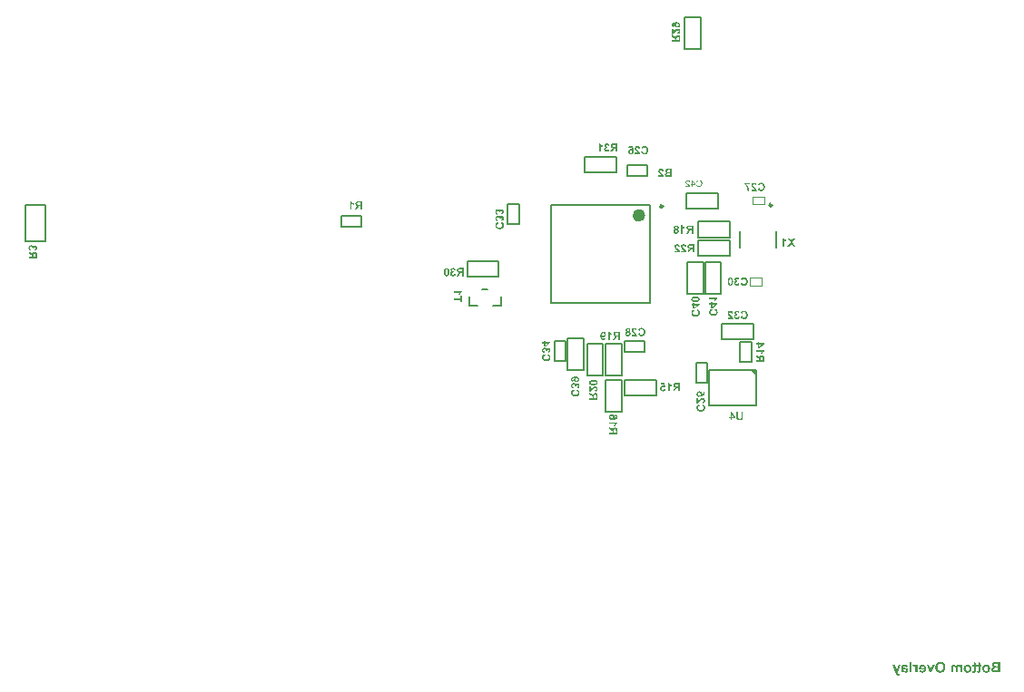
<source format=gbr>
%TF.GenerationSoftware,Altium Limited,Altium Designer,25.8.1 (18)*%
G04 Layer_Color=32896*
%FSLAX45Y45*%
%MOMM*%
%TF.SameCoordinates,E40C52F6-B12D-486C-AAC2-1DB2447C0C70*%
%TF.FilePolarity,Positive*%
%TF.FileFunction,Legend,Bot*%
%TF.Part,Single*%
G01*
G75*
%TA.AperFunction,NonConductor*%
%ADD58C,0.20000*%
%ADD59C,0.25000*%
%ADD61C,0.60000*%
%ADD62C,0.15000*%
%ADD65C,0.05080*%
G36*
X7627576Y3415000D02*
X7627577Y3357500D01*
X7570077Y3415000D01*
X7627576Y3415000D01*
D02*
G37*
G36*
X9508292Y663073D02*
X9510617Y662651D01*
X9512730Y662122D01*
X9514843Y661383D01*
X9516745Y660537D01*
X9518542Y659586D01*
X9520232Y658635D01*
X9521711Y657579D01*
X9523085Y656522D01*
X9524353Y655466D01*
X9525410Y654515D01*
X9526255Y653669D01*
X9526995Y652930D01*
X9527523Y652401D01*
X9527840Y651979D01*
X9527946Y651873D01*
Y661594D01*
X9545169D01*
Y590905D01*
X9526466D01*
Y625246D01*
Y627042D01*
X9526361Y628733D01*
Y630318D01*
X9526255Y631797D01*
X9526149Y633065D01*
X9526044Y634333D01*
X9525832Y635389D01*
X9525727Y636340D01*
X9525621Y637080D01*
X9525410Y637820D01*
X9525304Y638454D01*
X9525198Y638876D01*
X9525093Y639299D01*
Y639510D01*
X9524987Y639722D01*
X9524353Y641307D01*
X9523613Y642680D01*
X9522768Y643843D01*
X9522028Y644793D01*
X9521289Y645533D01*
X9520655Y646061D01*
X9520232Y646378D01*
X9520127Y646484D01*
X9518753Y647329D01*
X9517379Y647858D01*
X9516111Y648280D01*
X9514949Y648597D01*
X9513892Y648809D01*
X9513047Y648914D01*
X9512307D01*
X9511039Y648809D01*
X9509877Y648703D01*
X9508926Y648492D01*
X9508081Y648175D01*
X9507447Y647858D01*
X9507024Y647646D01*
X9506707Y647541D01*
X9506602Y647435D01*
X9505862Y646801D01*
X9505228Y646061D01*
X9504277Y644582D01*
X9503960Y643948D01*
X9503749Y643420D01*
X9503537Y642997D01*
Y642892D01*
X9503326Y642258D01*
X9503220Y641518D01*
X9503009Y640567D01*
X9502903Y639616D01*
X9502692Y637397D01*
X9502586Y635178D01*
X9502481Y633065D01*
Y632114D01*
Y631268D01*
Y630529D01*
Y630001D01*
Y629684D01*
Y629578D01*
Y590905D01*
X9483778D01*
Y624823D01*
Y626619D01*
X9483672Y628310D01*
Y629895D01*
X9483567Y631374D01*
X9483461Y632642D01*
X9483355Y633804D01*
X9483144Y634967D01*
X9483038Y635918D01*
X9482933Y636763D01*
X9482721Y637397D01*
X9482616Y638031D01*
X9482510Y638559D01*
X9482404Y638876D01*
Y639193D01*
X9482299Y639405D01*
X9481665Y641095D01*
X9480925Y642469D01*
X9480080Y643737D01*
X9479235Y644688D01*
X9478495Y645427D01*
X9477861Y646061D01*
X9477438Y646378D01*
X9477333Y646484D01*
X9475959Y647329D01*
X9474691Y647858D01*
X9473423Y648280D01*
X9472366Y648597D01*
X9471310Y648809D01*
X9470570Y648914D01*
X9469936D01*
X9468034Y648703D01*
X9466449Y648280D01*
X9465076Y647646D01*
X9463913Y646907D01*
X9463068Y646167D01*
X9462540Y645533D01*
X9462117Y645110D01*
X9462011Y644899D01*
X9461694Y644265D01*
X9461377Y643420D01*
X9461060Y642469D01*
X9460849Y641518D01*
X9460532Y639193D01*
X9460215Y636974D01*
X9460109Y634755D01*
Y633804D01*
X9460004Y632959D01*
Y632219D01*
Y631691D01*
Y631374D01*
Y631268D01*
Y590905D01*
X9441301D01*
Y636023D01*
Y637820D01*
X9441407Y639616D01*
X9441512Y641201D01*
X9441618Y642575D01*
X9441724Y643948D01*
X9441935Y645110D01*
X9442146Y646167D01*
X9442252Y647224D01*
X9442463Y648069D01*
X9442675Y648703D01*
X9442886Y649337D01*
X9442992Y649865D01*
X9443097Y650182D01*
X9443203Y650499D01*
X9443309Y650711D01*
X9444365Y652824D01*
X9445633Y654726D01*
X9447007Y656311D01*
X9448275Y657684D01*
X9449543Y658635D01*
X9450494Y659375D01*
X9451128Y659903D01*
X9451234Y660009D01*
X9451339D01*
X9453453Y661066D01*
X9455671Y661805D01*
X9457890Y662439D01*
X9459898Y662756D01*
X9461694Y662968D01*
X9462434Y663073D01*
X9463174Y663179D01*
X9464442D01*
X9466661Y663073D01*
X9468774Y662756D01*
X9470781Y662228D01*
X9472472Y661805D01*
X9473951Y661277D01*
X9475008Y660749D01*
X9475431Y660643D01*
X9475748Y660432D01*
X9475853Y660326D01*
X9475959D01*
X9477967Y659164D01*
X9479763Y657896D01*
X9481453Y656417D01*
X9483038Y655043D01*
X9484201Y653775D01*
X9485152Y652824D01*
X9485574Y652401D01*
X9485786Y652084D01*
X9485891Y651979D01*
X9485997Y651873D01*
X9487265Y653881D01*
X9488639Y655571D01*
X9490012Y657051D01*
X9491280Y658213D01*
X9492443Y659164D01*
X9493394Y659798D01*
X9494027Y660220D01*
X9494133Y660326D01*
X9494239D01*
X9496141Y661277D01*
X9498148Y662017D01*
X9500156Y662439D01*
X9501952Y662862D01*
X9503537Y663073D01*
X9504277D01*
X9504805Y663179D01*
X9505968D01*
X9508292Y663073D01*
D02*
G37*
G36*
X9013679Y662967D02*
X9015898Y662756D01*
X9017906Y662439D01*
X9019807Y662016D01*
X9021498Y661594D01*
X9022977Y661171D01*
X9024457Y660748D01*
X9025619Y660220D01*
X9026676Y659798D01*
X9027627Y659375D01*
X9028366Y658952D01*
X9028895Y658635D01*
X9029317Y658424D01*
X9029529Y658318D01*
X9029634Y658213D01*
X9030902Y657262D01*
X9032064Y656099D01*
X9034072Y653775D01*
X9035763Y651239D01*
X9037136Y648703D01*
X9038193Y646484D01*
X9038616Y645533D01*
X9038933Y644688D01*
X9039144Y643948D01*
X9039355Y643420D01*
X9039461Y643103D01*
Y642997D01*
X9022660Y639933D01*
X9022026Y641623D01*
X9021287Y643103D01*
X9020547Y644371D01*
X9019807Y645322D01*
X9019173Y646061D01*
X9018645Y646484D01*
X9018328Y646801D01*
X9018223Y646907D01*
X9017060Y647540D01*
X9015792Y648069D01*
X9014419Y648386D01*
X9013151Y648703D01*
X9012094Y648808D01*
X9011143Y648914D01*
X9008924D01*
X9007656Y648808D01*
X9006599Y648703D01*
X9005543Y648597D01*
X9003747Y648174D01*
X9002373Y647752D01*
X9001422Y647329D01*
X9000682Y646907D01*
X9000260Y646695D01*
X9000154Y646590D01*
X8999203Y645639D01*
X8998569Y644371D01*
X8998041Y643103D01*
X8997724Y641835D01*
X8997512Y640672D01*
X8997407Y639721D01*
Y638982D01*
Y638876D01*
Y638770D01*
Y636974D01*
X8998463Y636551D01*
X8999626Y636129D01*
X9000999Y635706D01*
X9002373Y635283D01*
X9005437Y634544D01*
X9008396Y633804D01*
X9009875Y633487D01*
X9011249Y633170D01*
X9012517Y632959D01*
X9013573Y632748D01*
X9014419Y632536D01*
X9015158Y632431D01*
X9015581Y632325D01*
X9015687D01*
X9017483Y632008D01*
X9019068Y631585D01*
X9020653Y631163D01*
X9022132Y630846D01*
X9023400Y630423D01*
X9024668Y630106D01*
X9025830Y629683D01*
X9026781Y629366D01*
X9027627Y629049D01*
X9028472Y628838D01*
X9029106Y628521D01*
X9029634Y628310D01*
X9030057Y628098D01*
X9030374Y627993D01*
X9030480Y627887D01*
X9030585D01*
X9032381Y626936D01*
X9033966Y625774D01*
X9035340Y624611D01*
X9036397Y623449D01*
X9037348Y622392D01*
X9037982Y621547D01*
X9038404Y621019D01*
X9038510Y620913D01*
Y620807D01*
X9039461Y619011D01*
X9040201Y617215D01*
X9040623Y615419D01*
X9041046Y613728D01*
X9041257Y612249D01*
X9041363Y611192D01*
Y610769D01*
Y610452D01*
Y610241D01*
Y610135D01*
X9041257Y608445D01*
X9041046Y606860D01*
X9040835Y605381D01*
X9040412Y604007D01*
X9039355Y601365D01*
X9038827Y600309D01*
X9038193Y599252D01*
X9037665Y598301D01*
X9037136Y597456D01*
X9036608Y596822D01*
X9036080Y596188D01*
X9035657Y595765D01*
X9035446Y595448D01*
X9035234Y595237D01*
X9035129Y595131D01*
X9033861Y594075D01*
X9032593Y593229D01*
X9031219Y592490D01*
X9029740Y591750D01*
X9026887Y590693D01*
X9024140Y590059D01*
X9022872Y589848D01*
X9021709Y589637D01*
X9020653Y589531D01*
X9019702Y589425D01*
X9018962Y589320D01*
X9017906D01*
X9015581Y589425D01*
X9013468Y589637D01*
X9011460Y590059D01*
X9009769Y590482D01*
X9008290Y590905D01*
X9007233Y591327D01*
X9006811Y591433D01*
X9006494Y591539D01*
X9006388Y591644D01*
X9006282D01*
X9004275Y592595D01*
X9002373Y593758D01*
X9000577Y594920D01*
X8999097Y595976D01*
X8997829Y597033D01*
X8996878Y597878D01*
X8996244Y598407D01*
X8996033Y598618D01*
X8995927Y598407D01*
X8995822Y598090D01*
X8995610Y597350D01*
X8995505Y596716D01*
X8995399Y596505D01*
Y596399D01*
X8994976Y595131D01*
X8994659Y593969D01*
X8994237Y593018D01*
X8994025Y592278D01*
X8993814Y591644D01*
X8993603Y591222D01*
X8993497Y591010D01*
Y590905D01*
X8975006D01*
X8975851Y592701D01*
X8976591Y594497D01*
X8977225Y596082D01*
X8977648Y597456D01*
X8977965Y598618D01*
X8978176Y599569D01*
X8978387Y600097D01*
Y600309D01*
X8978493Y601154D01*
X8978704Y602211D01*
X8978915Y604324D01*
X8979021Y606649D01*
X8979127Y608867D01*
X8979232Y610875D01*
Y611720D01*
Y612566D01*
Y613200D01*
Y613622D01*
Y613939D01*
Y614045D01*
X8978915Y635917D01*
Y638136D01*
X8979021Y640144D01*
X8979127Y641940D01*
X8979338Y643631D01*
X8979549Y645216D01*
X8979761Y646590D01*
X8979972Y647752D01*
X8980183Y648808D01*
X8980395Y649759D01*
X8980606Y650499D01*
X8980817Y651239D01*
X8981029Y651767D01*
X8981240Y652084D01*
X8981346Y652401D01*
X8981451Y652612D01*
X8982508Y654197D01*
X8983882Y655677D01*
X8985255Y656945D01*
X8986735Y658107D01*
X8988003Y658952D01*
X8989165Y659586D01*
X8989482Y659798D01*
X8989799Y660009D01*
X8990010Y660115D01*
X8990116D01*
X8991384Y660643D01*
X8992652Y661171D01*
X8995610Y661911D01*
X8998675Y662439D01*
X9001739Y662756D01*
X9003218Y662967D01*
X9004486Y663073D01*
X9005754D01*
X9006705Y663179D01*
X9011354D01*
X9013679Y662967D01*
D02*
G37*
G36*
X9259559Y590905D02*
X9242759D01*
X9214652Y661594D01*
X9233883D01*
X9247302Y625457D01*
X9248042Y623238D01*
X9248359Y622287D01*
X9248676Y621336D01*
X9248993Y620596D01*
X9249098Y619962D01*
X9249310Y619540D01*
Y619434D01*
X9249521Y618800D01*
X9249732Y617955D01*
X9250049Y616898D01*
X9250366Y615947D01*
X9250683Y614996D01*
X9251000Y614151D01*
X9251106Y613623D01*
X9251212Y613517D01*
Y613411D01*
X9255016Y625457D01*
X9268329Y661594D01*
X9287983D01*
X9259559Y590905D01*
D02*
G37*
G36*
X8942778Y590693D02*
X8943412Y588580D01*
X8944152Y586784D01*
X8944997Y585093D01*
X8945737Y583719D01*
X8946477Y582557D01*
X8947005Y581817D01*
X8947428Y581289D01*
X8947533Y581078D01*
X8948801Y579810D01*
X8950281Y578859D01*
X8951971Y578119D01*
X8953450Y577697D01*
X8954930Y577380D01*
X8956092Y577274D01*
X8956515Y577168D01*
X8957149D01*
X8959790Y577274D01*
X8961164Y577485D01*
X8962326Y577697D01*
X8963383Y577802D01*
X8964228Y578014D01*
X8964757Y578119D01*
X8964968D01*
X8963277Y563432D01*
X8961375Y563009D01*
X8959473Y562798D01*
X8957783Y562587D01*
X8956092Y562375D01*
X8954824D01*
X8953767Y562270D01*
X8952816D01*
X8950809Y562375D01*
X8949013Y562481D01*
X8947428Y562692D01*
X8946054Y562904D01*
X8944892Y563115D01*
X8944046Y563221D01*
X8943518Y563432D01*
X8943307D01*
X8941827Y563855D01*
X8940454Y564383D01*
X8939186Y564911D01*
X8938129Y565440D01*
X8937390Y565862D01*
X8936756Y566285D01*
X8936333Y566496D01*
X8936227Y566602D01*
X8935171Y567447D01*
X8934114Y568292D01*
X8933269Y569138D01*
X8932529Y569983D01*
X8931895Y570723D01*
X8931472Y571357D01*
X8931155Y571779D01*
X8931050Y571885D01*
X8930204Y573259D01*
X8929359Y574738D01*
X8928619Y576323D01*
X8927880Y577802D01*
X8927246Y579176D01*
X8926823Y580233D01*
X8926612Y580655D01*
X8926506Y580972D01*
X8926400Y581183D01*
Y581289D01*
X8921857Y593546D01*
X8896920Y661594D01*
X8916257D01*
X8932846Y611298D01*
X8949647Y661594D01*
X8969511D01*
X8942778Y590693D01*
D02*
G37*
G36*
X9716662Y675647D02*
Y661594D01*
X9725220D01*
Y646695D01*
X9716662D01*
Y615842D01*
Y614045D01*
Y612460D01*
Y610981D01*
X9716556Y609607D01*
Y608339D01*
X9716450Y607283D01*
Y606332D01*
X9716345Y605486D01*
Y604852D01*
Y604219D01*
X9716239Y603690D01*
Y603268D01*
X9716133Y602845D01*
Y602634D01*
X9715816Y601049D01*
X9715394Y599569D01*
X9714971Y598301D01*
X9714548Y597245D01*
X9714126Y596505D01*
X9713809Y595871D01*
X9713597Y595448D01*
X9713492Y595343D01*
X9712646Y594392D01*
X9711801Y593546D01*
X9710744Y592807D01*
X9709793Y592173D01*
X9708948Y591644D01*
X9708208Y591327D01*
X9707786Y591116D01*
X9707574Y591011D01*
X9705989Y590482D01*
X9704405Y590060D01*
X9702925Y589743D01*
X9701552Y589531D01*
X9700284Y589426D01*
X9699333Y589320D01*
X9698487D01*
X9695529Y589426D01*
X9692676Y589743D01*
X9690140Y590165D01*
X9688027Y590694D01*
X9687076Y590905D01*
X9686230Y591222D01*
X9685491Y591433D01*
X9684857Y591644D01*
X9684328Y591856D01*
X9684011Y591961D01*
X9683800Y592067D01*
X9683694D01*
X9685385Y606543D01*
X9687076Y606015D01*
X9688555Y605592D01*
X9689929Y605275D01*
X9690985Y605064D01*
X9691831Y604958D01*
X9692359Y604852D01*
X9692887D01*
X9694155Y604958D01*
X9695106Y605275D01*
X9695529Y605486D01*
X9695846Y605592D01*
X9695951Y605698D01*
X9696057D01*
X9696797Y606437D01*
X9697325Y607177D01*
X9697536Y607811D01*
X9697642Y607917D01*
Y608022D01*
Y608339D01*
X9697748Y608868D01*
Y609502D01*
X9697853Y610241D01*
Y611932D01*
X9697959Y613623D01*
Y615313D01*
Y616159D01*
Y616793D01*
Y617321D01*
Y617743D01*
Y618060D01*
Y618166D01*
Y646695D01*
X9685174D01*
Y661594D01*
X9697959D01*
Y686636D01*
X9716662Y675647D01*
D02*
G37*
G36*
X9671332D02*
Y661594D01*
X9679890D01*
Y646695D01*
X9671332D01*
Y615842D01*
Y614045D01*
Y612460D01*
Y610981D01*
X9671226Y609607D01*
Y608339D01*
X9671120Y607283D01*
Y606332D01*
X9671015Y605486D01*
Y604852D01*
Y604219D01*
X9670909Y603690D01*
Y603268D01*
X9670803Y602845D01*
Y602634D01*
X9670486Y601049D01*
X9670064Y599569D01*
X9669641Y598301D01*
X9669218Y597245D01*
X9668796Y596505D01*
X9668479Y595871D01*
X9668267Y595448D01*
X9668162Y595343D01*
X9667316Y594392D01*
X9666471Y593546D01*
X9665415Y592807D01*
X9664464Y592173D01*
X9663618Y591644D01*
X9662879Y591327D01*
X9662456Y591116D01*
X9662245Y591011D01*
X9660660Y590482D01*
X9659075Y590060D01*
X9657595Y589743D01*
X9656222Y589531D01*
X9654954Y589426D01*
X9654003Y589320D01*
X9653157D01*
X9650199Y589426D01*
X9647346Y589743D01*
X9644810Y590165D01*
X9642697Y590694D01*
X9641746Y590905D01*
X9640900Y591222D01*
X9640161Y591433D01*
X9639527Y591644D01*
X9638999Y591856D01*
X9638682Y591961D01*
X9638470Y592067D01*
X9638365D01*
X9640055Y606543D01*
X9641746Y606015D01*
X9643225Y605592D01*
X9644599Y605275D01*
X9645655Y605064D01*
X9646501Y604958D01*
X9647029Y604852D01*
X9647557D01*
X9648825Y604958D01*
X9649776Y605275D01*
X9650199Y605486D01*
X9650516Y605592D01*
X9650622Y605698D01*
X9650727D01*
X9651467Y606437D01*
X9651995Y607177D01*
X9652207Y607811D01*
X9652312Y607917D01*
Y608022D01*
Y608339D01*
X9652418Y608868D01*
Y609502D01*
X9652523Y610241D01*
Y611932D01*
X9652629Y613623D01*
Y615313D01*
Y616159D01*
Y616793D01*
Y617321D01*
Y617743D01*
Y618060D01*
Y618166D01*
Y646695D01*
X9639844D01*
Y661594D01*
X9652629D01*
Y686636D01*
X9671332Y675647D01*
D02*
G37*
G36*
X9178726Y663073D02*
X9181262Y662756D01*
X9183587Y662228D01*
X9185700Y661594D01*
X9187813Y660854D01*
X9189715Y660009D01*
X9191511Y659058D01*
X9193096Y658213D01*
X9194470Y657262D01*
X9195738Y656311D01*
X9196900Y655466D01*
X9197746Y654726D01*
X9198485Y654092D01*
X9199014Y653564D01*
X9199331Y653247D01*
X9199436Y653141D01*
X9201021Y651239D01*
X9202395Y649126D01*
X9203663Y646907D01*
X9204719Y644688D01*
X9205565Y642363D01*
X9206304Y640039D01*
X9206938Y637820D01*
X9207361Y635706D01*
X9207784Y633593D01*
X9207995Y631797D01*
X9208206Y630001D01*
X9208418Y628521D01*
Y627359D01*
X9208523Y626408D01*
Y625880D01*
Y625668D01*
X9208418Y623027D01*
X9208206Y620385D01*
X9207889Y617955D01*
X9207467Y615630D01*
X9206938Y613517D01*
X9206304Y611509D01*
X9205670Y609607D01*
X9205036Y607917D01*
X9204402Y606437D01*
X9203768Y605064D01*
X9203135Y604007D01*
X9202606Y603056D01*
X9202184Y602211D01*
X9201867Y601683D01*
X9201655Y601366D01*
X9201550Y601260D01*
X9199753Y599147D01*
X9197851Y597350D01*
X9195738Y595765D01*
X9193625Y594392D01*
X9191300Y593229D01*
X9189081Y592278D01*
X9186862Y591433D01*
X9184643Y590799D01*
X9182530Y590271D01*
X9180628Y589954D01*
X9178832Y589637D01*
X9177352Y589531D01*
X9176085Y589426D01*
X9175134Y589320D01*
X9174288D01*
X9172175Y589425D01*
X9170167Y589531D01*
X9168160Y589848D01*
X9166363Y590165D01*
X9164673Y590588D01*
X9163088Y591010D01*
X9161609Y591433D01*
X9160235Y591961D01*
X9159073Y592490D01*
X9158016Y592912D01*
X9157065Y593335D01*
X9156325Y593758D01*
X9155691Y594075D01*
X9155269Y594391D01*
X9155057Y594497D01*
X9154952Y594603D01*
X9153578Y595659D01*
X9152204Y596822D01*
X9149880Y599358D01*
X9147872Y601894D01*
X9146287Y604430D01*
X9145653Y605592D01*
X9145125Y606754D01*
X9144597Y607705D01*
X9144174Y608550D01*
X9143963Y609290D01*
X9143751Y609818D01*
X9143540Y610135D01*
Y610241D01*
X9162137Y613411D01*
X9162771Y611509D01*
X9163511Y609924D01*
X9164250Y608550D01*
X9165095Y607494D01*
X9165729Y606649D01*
X9166258Y606015D01*
X9166680Y605698D01*
X9166786Y605592D01*
X9167948Y604852D01*
X9169216Y604218D01*
X9170379Y603796D01*
X9171541Y603584D01*
X9172598Y603373D01*
X9173337Y603268D01*
X9174077D01*
X9175239Y603373D01*
X9176402Y603479D01*
X9178515Y604007D01*
X9180417Y604747D01*
X9182002Y605592D01*
X9183270Y606332D01*
X9184221Y607071D01*
X9184749Y607600D01*
X9184855Y607811D01*
X9184960D01*
X9186440Y609713D01*
X9187496Y611826D01*
X9188236Y614045D01*
X9188764Y616159D01*
X9189081Y617955D01*
X9189187Y618800D01*
X9189293Y619540D01*
X9189398Y620068D01*
Y620596D01*
Y620808D01*
Y620913D01*
X9142589Y620913D01*
Y624823D01*
X9142906Y628415D01*
X9143329Y631797D01*
X9143857Y634966D01*
X9144491Y637819D01*
X9145231Y640355D01*
X9145970Y642786D01*
X9146816Y644899D01*
X9147661Y646695D01*
X9148506Y648280D01*
X9149246Y649654D01*
X9149986Y650816D01*
X9150514Y651661D01*
X9150936Y652190D01*
X9151253Y652612D01*
X9151359Y652718D01*
X9153155Y654514D01*
X9155057Y656205D01*
X9157065Y657579D01*
X9159073Y658741D01*
X9161186Y659798D01*
X9163194Y660643D01*
X9165201Y661277D01*
X9167209Y661911D01*
X9169005Y662333D01*
X9170696Y662650D01*
X9172281Y662862D01*
X9173549Y662968D01*
X9174711Y663073D01*
X9175451Y663179D01*
X9176190D01*
X9178726Y663073D01*
D02*
G37*
G36*
X9898932Y590905D02*
X9862372D01*
X9859308Y591011D01*
X9854130D01*
X9851911Y591116D01*
X9850010D01*
X9848319Y591222D01*
X9846840D01*
X9845677Y591327D01*
X9844621D01*
X9843775Y591433D01*
X9843141D01*
X9842613Y591539D01*
X9842085D01*
X9839232Y591961D01*
X9836696Y592595D01*
X9834371Y593335D01*
X9832469Y594180D01*
X9830990Y594920D01*
X9830356Y595237D01*
X9829828Y595448D01*
X9829405Y595765D01*
X9829088Y595977D01*
X9828982Y596082D01*
X9828877D01*
X9826975Y597562D01*
X9825284Y599252D01*
X9823805Y600943D01*
X9822643Y602528D01*
X9821692Y603902D01*
X9820952Y605064D01*
X9820741Y605486D01*
X9820529Y605803D01*
X9820424Y606015D01*
Y606120D01*
X9819367Y608551D01*
X9818627Y610875D01*
X9817993Y612989D01*
X9817676Y614996D01*
X9817465Y616687D01*
X9817359Y617427D01*
X9817254Y617955D01*
Y618483D01*
Y618800D01*
Y619011D01*
Y619117D01*
Y620702D01*
X9817465Y622181D01*
X9817993Y625034D01*
X9818839Y627465D01*
X9819684Y629684D01*
X9820107Y630529D01*
X9820529Y631374D01*
X9820952Y632114D01*
X9821375Y632748D01*
X9821692Y633170D01*
X9821903Y633487D01*
X9822009Y633699D01*
X9822114Y633804D01*
X9824016Y636023D01*
X9826235Y637820D01*
X9828560Y639405D01*
X9830673Y640567D01*
X9832681Y641518D01*
X9833526Y641835D01*
X9834266Y642152D01*
X9834900Y642363D01*
X9835322Y642575D01*
X9835639Y642680D01*
X9835745D01*
X9833526Y643843D01*
X9831518Y645216D01*
X9829828Y646695D01*
X9828348Y648069D01*
X9827186Y649337D01*
X9826341Y650288D01*
X9826129Y650711D01*
X9825918Y651028D01*
X9825707Y651133D01*
Y651239D01*
X9824439Y653458D01*
X9823594Y655571D01*
X9822960Y657684D01*
X9822431Y659692D01*
X9822220Y661383D01*
X9822114Y662017D01*
Y662651D01*
X9822009Y663179D01*
Y663496D01*
Y663707D01*
Y663813D01*
X9822114Y666138D01*
X9822431Y668251D01*
X9822960Y670259D01*
X9823488Y671949D01*
X9824122Y673323D01*
X9824544Y674379D01*
X9824756Y674696D01*
X9824967Y675013D01*
X9825073Y675119D01*
Y675225D01*
X9826235Y677021D01*
X9827503Y678606D01*
X9828771Y679980D01*
X9829933Y681248D01*
X9830990Y682093D01*
X9831835Y682833D01*
X9832364Y683255D01*
X9832469Y683361D01*
X9832575D01*
X9834266Y684417D01*
X9836062Y685263D01*
X9837752Y686002D01*
X9839337Y686531D01*
X9840711Y686953D01*
X9841768Y687165D01*
X9842190Y687270D01*
X9842507Y687376D01*
X9842719D01*
X9843881Y687587D01*
X9845043Y687693D01*
X9847791Y688010D01*
X9850643Y688221D01*
X9853496Y688327D01*
X9854764D01*
X9856032Y688433D01*
X9898932D01*
Y590905D01*
D02*
G37*
G36*
X9096414Y663073D02*
X9097893Y662862D01*
X9099267Y662439D01*
X9100535Y662016D01*
X9101486Y661594D01*
X9102225Y661171D01*
X9102648Y660960D01*
X9102859Y660854D01*
X9103493Y660431D01*
X9104233Y659798D01*
X9105607Y658424D01*
X9106875Y656945D01*
X9108143Y655360D01*
X9109199Y653880D01*
X9110045Y652612D01*
X9110362Y652084D01*
X9110573Y651767D01*
X9110679Y651556D01*
X9110784Y651450D01*
Y661594D01*
X9128113D01*
Y590905D01*
X9109411D01*
Y612671D01*
Y615947D01*
X9109305Y618906D01*
Y621547D01*
X9109199Y623977D01*
X9109094Y626196D01*
X9108988Y628098D01*
X9108777Y629789D01*
X9108671Y631268D01*
X9108565Y632536D01*
X9108354Y633593D01*
X9108248Y634544D01*
X9108143Y635178D01*
X9108037Y635706D01*
Y636023D01*
X9107931Y636234D01*
Y636340D01*
X9107297Y638348D01*
X9106558Y639933D01*
X9105818Y641306D01*
X9105184Y642363D01*
X9104550Y643208D01*
X9104022Y643737D01*
X9103705Y644054D01*
X9103599Y644159D01*
X9102542Y644899D01*
X9101380Y645427D01*
X9100323Y645850D01*
X9099267Y646061D01*
X9098316Y646273D01*
X9097576Y646378D01*
X9096942D01*
X9095357Y646273D01*
X9093878Y645956D01*
X9092399Y645427D01*
X9091025Y644899D01*
X9089863Y644265D01*
X9089017Y643842D01*
X9088383Y643420D01*
X9088172Y643314D01*
X9082361Y659586D01*
X9084579Y660748D01*
X9086798Y661699D01*
X9088912Y662333D01*
X9090814Y662756D01*
X9092399Y662967D01*
X9093033Y663073D01*
X9093667Y663179D01*
X9094723D01*
X9096414Y663073D01*
D02*
G37*
G36*
X9074224Y590905D02*
X9055522D01*
Y688432D01*
X9074224D01*
Y590905D01*
D02*
G37*
G36*
X9772558Y662968D02*
X9776045Y662439D01*
X9779215Y661700D01*
X9780694Y661277D01*
X9782068Y660854D01*
X9783230Y660432D01*
X9784287Y660009D01*
X9785237Y659586D01*
X9786083Y659269D01*
X9786717Y658952D01*
X9787139Y658741D01*
X9787456Y658635D01*
X9787562Y658530D01*
X9790521Y656628D01*
X9793057Y654515D01*
X9795276Y652296D01*
X9797178Y650182D01*
X9798551Y648280D01*
X9799185Y647435D01*
X9799608Y646695D01*
X9799925Y646061D01*
X9800242Y645639D01*
X9800347Y645322D01*
X9800453Y645216D01*
X9801298Y643631D01*
X9801932Y641941D01*
X9803095Y638771D01*
X9803834Y635706D01*
X9804468Y632959D01*
X9804574Y631691D01*
X9804785Y630635D01*
X9804891Y629578D01*
Y628733D01*
X9804997Y628099D01*
Y627570D01*
Y627253D01*
Y627148D01*
X9804891Y624929D01*
X9804785Y622815D01*
X9804574Y620702D01*
X9804257Y618800D01*
X9803940Y617004D01*
X9803517Y615313D01*
X9803095Y613728D01*
X9802672Y612249D01*
X9802249Y610981D01*
X9801932Y609819D01*
X9801510Y608868D01*
X9801193Y608022D01*
X9800876Y607388D01*
X9800664Y606966D01*
X9800453Y606649D01*
Y606543D01*
X9798551Y603585D01*
X9796438Y600943D01*
X9794219Y598724D01*
X9792106Y596928D01*
X9790098Y595554D01*
X9789358Y594920D01*
X9788619Y594497D01*
X9787985Y594075D01*
X9787562Y593863D01*
X9787245Y593758D01*
X9787139Y593652D01*
X9783864Y592173D01*
X9780588Y591116D01*
X9777418Y590377D01*
X9774565Y589848D01*
X9773297Y589637D01*
X9772135Y589531D01*
X9771184Y589426D01*
X9770339D01*
X9769599Y589320D01*
X9768648D01*
X9765795Y589426D01*
X9763048Y589743D01*
X9760406Y590271D01*
X9757976Y591011D01*
X9755652Y591750D01*
X9753538Y592595D01*
X9751531Y593546D01*
X9749734Y594603D01*
X9748149Y595554D01*
X9746776Y596505D01*
X9745508Y597350D01*
X9744557Y598196D01*
X9743712Y598830D01*
X9743078Y599358D01*
X9742761Y599675D01*
X9742655Y599781D01*
X9740859Y601788D01*
X9739274Y604007D01*
X9737900Y606120D01*
X9736632Y608445D01*
X9735681Y610664D01*
X9734836Y612883D01*
X9734096Y614996D01*
X9733568Y617110D01*
X9733145Y619011D01*
X9732828Y620808D01*
X9732617Y622393D01*
X9732405Y623766D01*
Y624823D01*
X9732300Y625668D01*
Y626197D01*
Y626408D01*
X9732405Y629367D01*
X9732722Y632114D01*
X9733251Y634755D01*
X9733885Y637186D01*
X9734624Y639510D01*
X9735575Y641729D01*
X9736421Y643737D01*
X9737372Y645533D01*
X9738428Y647118D01*
X9739274Y648597D01*
X9740119Y649760D01*
X9740964Y650816D01*
X9741598Y651662D01*
X9742127Y652190D01*
X9742444Y652613D01*
X9742549Y652718D01*
X9744557Y654515D01*
X9746564Y656205D01*
X9748783Y657579D01*
X9751002Y658741D01*
X9753116Y659798D01*
X9755335Y660643D01*
X9757448Y661277D01*
X9759455Y661911D01*
X9761357Y662334D01*
X9763154Y662651D01*
X9764739Y662862D01*
X9766112Y662968D01*
X9767169Y663073D01*
X9768014Y663179D01*
X9770656D01*
X9772558Y662968D01*
D02*
G37*
G36*
X9598741D02*
X9602227Y662439D01*
X9605397Y661700D01*
X9606877Y661277D01*
X9608250Y660854D01*
X9609413Y660432D01*
X9610469Y660009D01*
X9611420Y659586D01*
X9612266Y659269D01*
X9612899Y658952D01*
X9613322Y658741D01*
X9613639Y658635D01*
X9613745Y658530D01*
X9616703Y656628D01*
X9619239Y654515D01*
X9621458Y652296D01*
X9623360Y650182D01*
X9624734Y648280D01*
X9625368Y647435D01*
X9625791Y646695D01*
X9626107Y646061D01*
X9626424Y645639D01*
X9626530Y645322D01*
X9626636Y645216D01*
X9627481Y643631D01*
X9628115Y641941D01*
X9629277Y638771D01*
X9630017Y635706D01*
X9630651Y632959D01*
X9630757Y631691D01*
X9630968Y630635D01*
X9631074Y629578D01*
Y628733D01*
X9631179Y628099D01*
Y627570D01*
Y627253D01*
Y627148D01*
X9631074Y624929D01*
X9630968Y622815D01*
X9630757Y620702D01*
X9630440Y618800D01*
X9630123Y617004D01*
X9629700Y615313D01*
X9629277Y613728D01*
X9628855Y612249D01*
X9628432Y610981D01*
X9628115Y609819D01*
X9627692Y608868D01*
X9627375Y608022D01*
X9627058Y607388D01*
X9626847Y606966D01*
X9626636Y606649D01*
Y606543D01*
X9624734Y603585D01*
X9622621Y600943D01*
X9620402Y598724D01*
X9618288Y596928D01*
X9616281Y595554D01*
X9615541Y594920D01*
X9614801Y594497D01*
X9614167Y594075D01*
X9613745Y593863D01*
X9613428Y593758D01*
X9613322Y593652D01*
X9610047Y592173D01*
X9606771Y591116D01*
X9603601Y590377D01*
X9600748Y589848D01*
X9599480Y589637D01*
X9598318Y589531D01*
X9597367Y589426D01*
X9596522D01*
X9595782Y589320D01*
X9594831D01*
X9591978Y589426D01*
X9589231Y589743D01*
X9586589Y590271D01*
X9584159Y591011D01*
X9581834Y591750D01*
X9579721Y592595D01*
X9577713Y593546D01*
X9575917Y594603D01*
X9574332Y595554D01*
X9572959Y596505D01*
X9571691Y597350D01*
X9570740Y598196D01*
X9569894Y598830D01*
X9569260Y599358D01*
X9568943Y599675D01*
X9568838Y599781D01*
X9567041Y601788D01*
X9565456Y604007D01*
X9564083Y606120D01*
X9562815Y608445D01*
X9561864Y610664D01*
X9561018Y612883D01*
X9560279Y614996D01*
X9559751Y617110D01*
X9559328Y619011D01*
X9559011Y620808D01*
X9558800Y622393D01*
X9558588Y623766D01*
Y624823D01*
X9558483Y625668D01*
Y626197D01*
Y626408D01*
X9558588Y629367D01*
X9558905Y632114D01*
X9559434Y634755D01*
X9560067Y637186D01*
X9560807Y639510D01*
X9561758Y641729D01*
X9562603Y643737D01*
X9563554Y645533D01*
X9564611Y647118D01*
X9565456Y648597D01*
X9566302Y649760D01*
X9567147Y650816D01*
X9567781Y651662D01*
X9568309Y652190D01*
X9568626Y652613D01*
X9568732Y652718D01*
X9570740Y654515D01*
X9572747Y656205D01*
X9574966Y657579D01*
X9577185Y658741D01*
X9579298Y659798D01*
X9581517Y660643D01*
X9583631Y661277D01*
X9585638Y661911D01*
X9587540Y662334D01*
X9589336Y662651D01*
X9590921Y662862D01*
X9592295Y662968D01*
X9593352Y663073D01*
X9594197Y663179D01*
X9596839D01*
X9598741Y662968D01*
D02*
G37*
G36*
X9345887Y689806D02*
X9349902Y689384D01*
X9351698Y689067D01*
X9353494Y688750D01*
X9355079Y688433D01*
X9356559Y688116D01*
X9357932Y687693D01*
X9359095Y687376D01*
X9360151Y687059D01*
X9360997Y686742D01*
X9361631Y686425D01*
X9362159Y686319D01*
X9362476Y686108D01*
X9362581D01*
X9365117Y684946D01*
X9367442Y683572D01*
X9369661Y682093D01*
X9371457Y680614D01*
X9373042Y679346D01*
X9373676Y678817D01*
X9374205Y678289D01*
X9374627Y677866D01*
X9374944Y677549D01*
X9375155Y677444D01*
X9375261Y677338D01*
X9377269Y675013D01*
X9379065Y672794D01*
X9380650Y670470D01*
X9381918Y668462D01*
X9382869Y666560D01*
X9383292Y665821D01*
X9383609Y665187D01*
X9383926Y664658D01*
X9384137Y664236D01*
X9384243Y664024D01*
Y663919D01*
X9384982Y662017D01*
X9385722Y659903D01*
X9386779Y655783D01*
X9387624Y651556D01*
X9387835Y649548D01*
X9388152Y647646D01*
X9388258Y645744D01*
X9388469Y644159D01*
X9388575Y642680D01*
Y641412D01*
X9388680Y640356D01*
Y639510D01*
Y639088D01*
Y638876D01*
X9388575Y634650D01*
X9388152Y630635D01*
X9387518Y626831D01*
X9386673Y623344D01*
X9385722Y620068D01*
X9384665Y617110D01*
X9383503Y614362D01*
X9382235Y611932D01*
X9381073Y609713D01*
X9379910Y607811D01*
X9378854Y606120D01*
X9377903Y604747D01*
X9377057Y603690D01*
X9376423Y602951D01*
X9376001Y602528D01*
X9375895Y602317D01*
X9373359Y599992D01*
X9370718Y597984D01*
X9367970Y596188D01*
X9365117Y594709D01*
X9362264Y593441D01*
X9359306Y592384D01*
X9356559Y591433D01*
X9353811Y590799D01*
X9351275Y590165D01*
X9348951Y589848D01*
X9346732Y589531D01*
X9344936Y589320D01*
X9343456Y589214D01*
X9342294Y589109D01*
X9341343D01*
X9337433Y589214D01*
X9333630Y589637D01*
X9330143Y590377D01*
X9326867Y591222D01*
X9323803Y592173D01*
X9320950Y593335D01*
X9318414Y594497D01*
X9316089Y595765D01*
X9313976Y597033D01*
X9312180Y598196D01*
X9310595Y599358D01*
X9309327Y600309D01*
X9308270Y601154D01*
X9307636Y601894D01*
X9307108Y602317D01*
X9307002Y602422D01*
X9304678Y605064D01*
X9302776Y607811D01*
X9300979Y610770D01*
X9299500Y613834D01*
X9298338Y616898D01*
X9297281Y619962D01*
X9296436Y623027D01*
X9295696Y625880D01*
X9295168Y628627D01*
X9294745Y631268D01*
X9294534Y633487D01*
X9294323Y635495D01*
X9294217Y637186D01*
X9294111Y637820D01*
Y638348D01*
Y638771D01*
Y639088D01*
Y639299D01*
Y639405D01*
X9294217Y643737D01*
X9294640Y647858D01*
X9295274Y651662D01*
X9296119Y655254D01*
X9297070Y658530D01*
X9298232Y661594D01*
X9299394Y664447D01*
X9300557Y666877D01*
X9301825Y669202D01*
X9302987Y671104D01*
X9304044Y672794D01*
X9305100Y674168D01*
X9305946Y675225D01*
X9306580Y675964D01*
X9307002Y676493D01*
X9307108Y676598D01*
X9309644Y678923D01*
X9312285Y681036D01*
X9315033Y682833D01*
X9317886Y684312D01*
X9320844Y685685D01*
X9323697Y686742D01*
X9326444Y687587D01*
X9329192Y688327D01*
X9331728Y688855D01*
X9334052Y689278D01*
X9336165Y689595D01*
X9337962Y689806D01*
X9339441Y689912D01*
X9340603Y690018D01*
X9341554D01*
X9345887Y689806D01*
D02*
G37*
G36*
X4878463Y4139895D02*
X4877130Y4139395D01*
X4875881Y4138812D01*
X4873548Y4137396D01*
X4871465Y4135896D01*
X4869632Y4134313D01*
X4868799Y4133563D01*
X4868133Y4132897D01*
X4867466Y4132314D01*
X4866966Y4131730D01*
X4866550Y4131314D01*
X4866300Y4130981D01*
X4866133Y4130731D01*
X4866050Y4130647D01*
X4864217Y4128148D01*
X4862717Y4125815D01*
X4861468Y4123732D01*
X4860551Y4121900D01*
X4860135Y4121066D01*
X4859802Y4120317D01*
X4859552Y4119733D01*
X4859302Y4119150D01*
X4859135Y4118734D01*
X4859052Y4118400D01*
X4858968Y4118234D01*
Y4118151D01*
X4845555D01*
X4846305Y4120150D01*
X4847055Y4122066D01*
X4847888Y4123982D01*
X4848804Y4125732D01*
X4849721Y4127398D01*
X4850637Y4128981D01*
X4851554Y4130397D01*
X4852470Y4131730D01*
X4853303Y4132980D01*
X4854136Y4133980D01*
X4854886Y4134980D01*
X4855469Y4135729D01*
X4855969Y4136313D01*
X4856386Y4136812D01*
X4856636Y4137062D01*
X4856719Y4137146D01*
X4801317D01*
Y4151892D01*
X4878463D01*
Y4139895D01*
D02*
G37*
G36*
X4878214Y4046502D02*
X4865217D01*
Y4069330D01*
X4801317D01*
Y4084826D01*
X4865217D01*
Y4107487D01*
X4878214D01*
Y4046502D01*
D02*
G37*
G36*
X6233849Y5530038D02*
X6236015Y5529788D01*
X6238015Y5529372D01*
X6239681Y5528955D01*
X6240431Y5528705D01*
X6241097Y5528455D01*
X6241680Y5528289D01*
X6242180Y5528122D01*
X6242597Y5527955D01*
X6242847Y5527789D01*
X6243013Y5527705D01*
X6243097D01*
X6244930Y5526706D01*
X6246513Y5525623D01*
X6247846Y5524540D01*
X6248929Y5523457D01*
X6249845Y5522540D01*
X6250512Y5521707D01*
X6250845Y5521207D01*
X6251011Y5521124D01*
Y5521041D01*
X6252011Y5519374D01*
X6252844Y5517541D01*
X6253594Y5515709D01*
X6254177Y5513876D01*
X6254677Y5512293D01*
X6254844Y5511626D01*
X6255010Y5511043D01*
X6255094Y5510543D01*
X6255177Y5510210D01*
X6255260Y5509960D01*
Y5509877D01*
X6241680Y5507627D01*
X6241347Y5509377D01*
X6240931Y5510960D01*
X6240431Y5512209D01*
X6239848Y5513293D01*
X6239264Y5514126D01*
X6238848Y5514709D01*
X6238515Y5515125D01*
X6238431Y5515209D01*
X6237348Y5516125D01*
X6236265Y5516792D01*
X6235182Y5517208D01*
X6234182Y5517541D01*
X6233266Y5517708D01*
X6232599Y5517875D01*
X6231933D01*
X6230517Y5517791D01*
X6229267Y5517541D01*
X6228267Y5517125D01*
X6227351Y5516708D01*
X6226601Y5516292D01*
X6226101Y5515875D01*
X6225768Y5515625D01*
X6225685Y5515542D01*
X6224935Y5514625D01*
X6224352Y5513626D01*
X6223935Y5512543D01*
X6223602Y5511626D01*
X6223435Y5510710D01*
X6223352Y5510043D01*
Y5509543D01*
Y5509460D01*
Y5509377D01*
X6223518Y5507711D01*
X6223852Y5506294D01*
X6224352Y5505045D01*
X6224935Y5503962D01*
X6225601Y5503128D01*
X6226101Y5502545D01*
X6226434Y5502212D01*
X6226601Y5502045D01*
X6227934Y5501212D01*
X6229350Y5500546D01*
X6230850Y5500046D01*
X6232349Y5499796D01*
X6233682Y5499629D01*
X6234266D01*
X6234766Y5499546D01*
X6235765D01*
X6237348Y5487549D01*
X6235932Y5487966D01*
X6234599Y5488216D01*
X6233516Y5488466D01*
X6232516Y5488549D01*
X6231683Y5488632D01*
X6231100Y5488715D01*
X6230600D01*
X6229017Y5488549D01*
X6227601Y5488216D01*
X6226351Y5487632D01*
X6225268Y5487049D01*
X6224435Y5486466D01*
X6223768Y5485883D01*
X6223435Y5485550D01*
X6223268Y5485383D01*
X6222269Y5484050D01*
X6221519Y5482634D01*
X6221019Y5481134D01*
X6220602Y5479718D01*
X6220436Y5478468D01*
X6220353Y5477968D01*
Y5477468D01*
X6220269Y5477052D01*
Y5476802D01*
Y5476635D01*
Y5476552D01*
X6220436Y5474469D01*
X6220769Y5472636D01*
X6221269Y5471053D01*
X6221852Y5469720D01*
X6222435Y5468637D01*
X6222935Y5467887D01*
X6223268Y5467388D01*
X6223435Y5467221D01*
X6224685Y5466055D01*
X6226018Y5465221D01*
X6227267Y5464638D01*
X6228517Y5464222D01*
X6229600Y5463972D01*
X6230433Y5463888D01*
X6230767Y5463805D01*
X6231183D01*
X6232683Y5463888D01*
X6234099Y5464222D01*
X6235349Y5464722D01*
X6236432Y5465221D01*
X6237265Y5465721D01*
X6237931Y5466221D01*
X6238265Y5466554D01*
X6238431Y5466638D01*
X6239431Y5467804D01*
X6240264Y5469220D01*
X6240931Y5470553D01*
X6241347Y5471970D01*
X6241764Y5473136D01*
X6241930Y5474136D01*
X6242014Y5474552D01*
X6242097Y5474802D01*
Y5474969D01*
Y5475052D01*
X6256343Y5473303D01*
X6256093Y5471553D01*
X6255677Y5469804D01*
X6255177Y5468221D01*
X6254677Y5466721D01*
X6254011Y5465305D01*
X6253344Y5464055D01*
X6252678Y5462889D01*
X6252011Y5461806D01*
X6251261Y5460806D01*
X6250678Y5459973D01*
X6250012Y5459223D01*
X6249512Y5458640D01*
X6249095Y5458140D01*
X6248762Y5457807D01*
X6248512Y5457640D01*
X6248429Y5457557D01*
X6247096Y5456474D01*
X6245679Y5455557D01*
X6244263Y5454807D01*
X6242763Y5454058D01*
X6241347Y5453474D01*
X6239931Y5453058D01*
X6238515Y5452641D01*
X6237182Y5452308D01*
X6235932Y5452058D01*
X6234766Y5451892D01*
X6233682Y5451725D01*
X6232849Y5451642D01*
X6232100D01*
X6231600Y5451558D01*
X6231100D01*
X6229100Y5451642D01*
X6227101Y5451892D01*
X6225268Y5452225D01*
X6223518Y5452641D01*
X6221935Y5453225D01*
X6220353Y5453808D01*
X6218936Y5454474D01*
X6217687Y5455141D01*
X6216520Y5455724D01*
X6215520Y5456390D01*
X6214687Y5456974D01*
X6213938Y5457557D01*
X6213354Y5457973D01*
X6212938Y5458307D01*
X6212688Y5458557D01*
X6212605Y5458640D01*
X6211272Y5460056D01*
X6210188Y5461472D01*
X6209189Y5462889D01*
X6208356Y5464388D01*
X6207606Y5465805D01*
X6207023Y5467221D01*
X6206523Y5468637D01*
X6206106Y5469970D01*
X6205773Y5471220D01*
X6205606Y5472303D01*
X6205440Y5473303D01*
X6205273Y5474219D01*
Y5474886D01*
X6205190Y5475469D01*
Y5475802D01*
Y5475885D01*
X6205273Y5477135D01*
X6205356Y5478385D01*
X6205773Y5480718D01*
X6206439Y5482717D01*
X6207189Y5484467D01*
X6207523Y5485216D01*
X6207939Y5485883D01*
X6208272Y5486466D01*
X6208522Y5486966D01*
X6208856Y5487299D01*
X6209022Y5487549D01*
X6209105Y5487716D01*
X6209189Y5487799D01*
X6209939Y5488715D01*
X6210772Y5489549D01*
X6212438Y5490882D01*
X6214187Y5492048D01*
X6215937Y5492881D01*
X6217353Y5493464D01*
X6218020Y5493714D01*
X6218603Y5493881D01*
X6219020Y5494047D01*
X6219353Y5494131D01*
X6219603Y5494214D01*
X6219686D01*
X6217770Y5495380D01*
X6216020Y5496630D01*
X6214521Y5497963D01*
X6213271Y5499296D01*
X6212188Y5500629D01*
X6211272Y5501962D01*
X6210605Y5503295D01*
X6210022Y5504545D01*
X6209522Y5505711D01*
X6209189Y5506877D01*
X6208939Y5507877D01*
X6208772Y5508710D01*
X6208689Y5509377D01*
X6208606Y5509960D01*
Y5510293D01*
Y5510377D01*
X6208689Y5511710D01*
X6208856Y5512959D01*
X6209105Y5514209D01*
X6209439Y5515375D01*
X6210355Y5517541D01*
X6211355Y5519374D01*
X6211855Y5520207D01*
X6212355Y5520957D01*
X6212854Y5521624D01*
X6213271Y5522124D01*
X6213604Y5522540D01*
X6213854Y5522873D01*
X6214021Y5523040D01*
X6214104Y5523123D01*
X6215354Y5524373D01*
X6216687Y5525456D01*
X6218103Y5526372D01*
X6219603Y5527206D01*
X6221019Y5527872D01*
X6222435Y5528455D01*
X6223852Y5528872D01*
X6225268Y5529288D01*
X6226518Y5529538D01*
X6227684Y5529788D01*
X6228767Y5529872D01*
X6229684Y5530038D01*
X6230433D01*
X6231016Y5530122D01*
X6231516D01*
X6233849Y5530038D01*
D02*
G37*
G36*
X6170865Y5528789D02*
X6171448Y5527539D01*
X6172865Y5525206D01*
X6174364Y5523123D01*
X6175947Y5521290D01*
X6176697Y5520457D01*
X6177364Y5519791D01*
X6177947Y5519124D01*
X6178530Y5518624D01*
X6178946Y5518208D01*
X6179280Y5517958D01*
X6179530Y5517791D01*
X6179613Y5517708D01*
X6182112Y5515875D01*
X6184445Y5514376D01*
X6186528Y5513126D01*
X6188361Y5512209D01*
X6189194Y5511793D01*
X6189944Y5511460D01*
X6190527Y5511210D01*
X6191110Y5510960D01*
X6191527Y5510793D01*
X6191860Y5510710D01*
X6192026Y5510627D01*
X6192110D01*
Y5497213D01*
X6190110Y5497963D01*
X6188194Y5498713D01*
X6186278Y5499546D01*
X6184528Y5500462D01*
X6182862Y5501379D01*
X6181279Y5502295D01*
X6179863Y5503212D01*
X6178530Y5504128D01*
X6177280Y5504961D01*
X6176281Y5505794D01*
X6175281Y5506544D01*
X6174531Y5507127D01*
X6173948Y5507627D01*
X6173448Y5508044D01*
X6173198Y5508294D01*
X6173115Y5508377D01*
Y5452975D01*
X6158368D01*
Y5530122D01*
X6170365D01*
X6170865Y5528789D01*
D02*
G37*
G36*
X6330074Y5452975D02*
X6314578D01*
Y5485050D01*
X6309580D01*
X6307997Y5484883D01*
X6306664Y5484800D01*
X6305581Y5484633D01*
X6304748Y5484467D01*
X6304164Y5484300D01*
X6303748Y5484217D01*
X6303665Y5484133D01*
X6302748Y5483800D01*
X6301915Y5483300D01*
X6301082Y5482800D01*
X6300415Y5482217D01*
X6299832Y5481717D01*
X6299332Y5481384D01*
X6299082Y5481051D01*
X6298999Y5480967D01*
X6298499Y5480468D01*
X6297999Y5479801D01*
X6297416Y5479051D01*
X6296750Y5478218D01*
X6295417Y5476385D01*
X6294000Y5474469D01*
X6292751Y5472636D01*
X6292168Y5471886D01*
X6291751Y5471137D01*
X6291334Y5470553D01*
X6291001Y5470137D01*
X6290835Y5469804D01*
X6290751Y5469720D01*
X6279504Y5452975D01*
X6260926D01*
X6270340Y5467887D01*
X6271340Y5469554D01*
X6272339Y5470970D01*
X6273256Y5472386D01*
X6274089Y5473636D01*
X6274839Y5474802D01*
X6275588Y5475802D01*
X6276255Y5476719D01*
X6276838Y5477552D01*
X6277338Y5478218D01*
X6277838Y5478801D01*
X6278254Y5479301D01*
X6278588Y5479718D01*
X6278838Y5479968D01*
X6279004Y5480218D01*
X6279171Y5480384D01*
X6280421Y5481634D01*
X6281837Y5482884D01*
X6283253Y5483967D01*
X6284586Y5484883D01*
X6285752Y5485716D01*
X6286669Y5486299D01*
X6287002Y5486549D01*
X6287252Y5486633D01*
X6287419Y5486799D01*
X6287502D01*
X6285669Y5487133D01*
X6283920Y5487549D01*
X6282337Y5488049D01*
X6280837Y5488549D01*
X6279421Y5489132D01*
X6278171Y5489715D01*
X6277088Y5490298D01*
X6276088Y5490965D01*
X6275172Y5491548D01*
X6274422Y5492131D01*
X6273756Y5492631D01*
X6273172Y5493048D01*
X6272756Y5493464D01*
X6272506Y5493714D01*
X6272339Y5493881D01*
X6272256Y5493964D01*
X6271340Y5495047D01*
X6270590Y5496214D01*
X6269923Y5497380D01*
X6269340Y5498630D01*
X6268840Y5499796D01*
X6268424Y5500962D01*
X6267840Y5503295D01*
X6267590Y5504295D01*
X6267424Y5505295D01*
X6267341Y5506128D01*
X6267257Y5506877D01*
X6267174Y5507461D01*
Y5507877D01*
Y5508210D01*
Y5508294D01*
X6267341Y5510793D01*
X6267674Y5513043D01*
X6268257Y5515125D01*
X6268840Y5516875D01*
X6269173Y5517625D01*
X6269507Y5518375D01*
X6269757Y5518958D01*
X6270090Y5519458D01*
X6270256Y5519874D01*
X6270423Y5520124D01*
X6270590Y5520291D01*
Y5520374D01*
X6271923Y5522207D01*
X6273422Y5523790D01*
X6274839Y5525039D01*
X6276255Y5526123D01*
X6277588Y5526872D01*
X6278088Y5527122D01*
X6278588Y5527372D01*
X6279004Y5527539D01*
X6279254Y5527705D01*
X6279421Y5527789D01*
X6279504D01*
X6280587Y5528122D01*
X6281837Y5528455D01*
X6283253Y5528789D01*
X6284669Y5528955D01*
X6287585Y5529372D01*
X6290585Y5529622D01*
X6291918Y5529705D01*
X6293251Y5529788D01*
X6294417D01*
X6295417Y5529872D01*
X6330074D01*
Y5452975D01*
D02*
G37*
G36*
X4799775Y4367076D02*
X4801941Y4366826D01*
X4803941Y4366409D01*
X4805607Y4365993D01*
X4806357Y4365743D01*
X4807023Y4365493D01*
X4807607Y4365326D01*
X4808106Y4365160D01*
X4808523Y4364993D01*
X4808773Y4364826D01*
X4808940Y4364743D01*
X4809023D01*
X4810856Y4363743D01*
X4812439Y4362660D01*
X4813772Y4361577D01*
X4814855Y4360494D01*
X4815771Y4359578D01*
X4816438Y4358745D01*
X4816771Y4358245D01*
X4816938Y4358161D01*
Y4358078D01*
X4817937Y4356412D01*
X4818770Y4354579D01*
X4819520Y4352746D01*
X4820103Y4350913D01*
X4820603Y4349330D01*
X4820770Y4348664D01*
X4820937Y4348081D01*
X4821020Y4347581D01*
X4821103Y4347248D01*
X4821186Y4346998D01*
Y4346914D01*
X4807607Y4344665D01*
X4807273Y4346414D01*
X4806857Y4347997D01*
X4806357Y4349247D01*
X4805774Y4350330D01*
X4805191Y4351163D01*
X4804774Y4351746D01*
X4804441Y4352163D01*
X4804357Y4352246D01*
X4803274Y4353163D01*
X4802191Y4353829D01*
X4801108Y4354246D01*
X4800109Y4354579D01*
X4799192Y4354746D01*
X4798526Y4354912D01*
X4797859D01*
X4796443Y4354829D01*
X4795193Y4354579D01*
X4794193Y4354162D01*
X4793277Y4353746D01*
X4792527Y4353329D01*
X4792027Y4352913D01*
X4791694Y4352663D01*
X4791611Y4352580D01*
X4790861Y4351663D01*
X4790278Y4350663D01*
X4789861Y4349580D01*
X4789528Y4348664D01*
X4789361Y4347747D01*
X4789278Y4347081D01*
Y4346581D01*
Y4346498D01*
Y4346414D01*
X4789445Y4344748D01*
X4789778Y4343332D01*
X4790278Y4342082D01*
X4790861Y4340999D01*
X4791527Y4340166D01*
X4792027Y4339583D01*
X4792360Y4339250D01*
X4792527Y4339083D01*
X4793860Y4338250D01*
X4795276Y4337583D01*
X4796776Y4337084D01*
X4798276Y4336834D01*
X4799609Y4336667D01*
X4800192D01*
X4800692Y4336584D01*
X4801691D01*
X4803274Y4324587D01*
X4801858Y4325003D01*
X4800525Y4325253D01*
X4799442Y4325503D01*
X4798442Y4325586D01*
X4797609Y4325670D01*
X4797026Y4325753D01*
X4796526D01*
X4794943Y4325586D01*
X4793527Y4325253D01*
X4792277Y4324670D01*
X4791194Y4324087D01*
X4790361Y4323504D01*
X4789695Y4322920D01*
X4789361Y4322587D01*
X4789195Y4322421D01*
X4788195Y4321088D01*
X4787445Y4319671D01*
X4786945Y4318172D01*
X4786529Y4316755D01*
X4786362Y4315506D01*
X4786279Y4315006D01*
Y4314506D01*
X4786195Y4314089D01*
Y4313839D01*
Y4313673D01*
Y4313590D01*
X4786362Y4311507D01*
X4786695Y4309674D01*
X4787195Y4308091D01*
X4787778Y4306758D01*
X4788362Y4305675D01*
X4788861Y4304925D01*
X4789195Y4304425D01*
X4789361Y4304259D01*
X4790611Y4303092D01*
X4791944Y4302259D01*
X4793194Y4301676D01*
X4794443Y4301259D01*
X4795526Y4301009D01*
X4796359Y4300926D01*
X4796693Y4300843D01*
X4797109D01*
X4798609Y4300926D01*
X4800025Y4301259D01*
X4801275Y4301759D01*
X4802358Y4302259D01*
X4803191Y4302759D01*
X4803858Y4303259D01*
X4804191Y4303592D01*
X4804357Y4303675D01*
X4805357Y4304842D01*
X4806190Y4306258D01*
X4806857Y4307591D01*
X4807273Y4309007D01*
X4807690Y4310174D01*
X4807857Y4311173D01*
X4807940Y4311590D01*
X4808023Y4311840D01*
Y4312007D01*
Y4312090D01*
X4822270Y4310340D01*
X4822020Y4308591D01*
X4821603Y4306841D01*
X4821103Y4305258D01*
X4820603Y4303759D01*
X4819937Y4302342D01*
X4819270Y4301093D01*
X4818604Y4299926D01*
X4817937Y4298843D01*
X4817187Y4297844D01*
X4816604Y4297010D01*
X4815938Y4296261D01*
X4815438Y4295677D01*
X4815021Y4295178D01*
X4814688Y4294844D01*
X4814438Y4294678D01*
X4814355Y4294594D01*
X4813022Y4293511D01*
X4811606Y4292595D01*
X4810189Y4291845D01*
X4808690Y4291095D01*
X4807273Y4290512D01*
X4805857Y4290096D01*
X4804441Y4289679D01*
X4803108Y4289346D01*
X4801858Y4289096D01*
X4800692Y4288929D01*
X4799609Y4288763D01*
X4798776Y4288679D01*
X4798026D01*
X4797526Y4288596D01*
X4797026D01*
X4795026Y4288679D01*
X4793027Y4288929D01*
X4791194Y4289262D01*
X4789445Y4289679D01*
X4787862Y4290262D01*
X4786279Y4290845D01*
X4784862Y4291512D01*
X4783613Y4292178D01*
X4782446Y4292762D01*
X4781447Y4293428D01*
X4780614Y4294011D01*
X4779864Y4294594D01*
X4779281Y4295011D01*
X4778864Y4295344D01*
X4778614Y4295594D01*
X4778531Y4295677D01*
X4777198Y4297094D01*
X4776115Y4298510D01*
X4775115Y4299926D01*
X4774282Y4301426D01*
X4773532Y4302842D01*
X4772949Y4304259D01*
X4772449Y4305675D01*
X4772032Y4307008D01*
X4771699Y4308258D01*
X4771532Y4309341D01*
X4771366Y4310340D01*
X4771199Y4311257D01*
Y4311923D01*
X4771116Y4312506D01*
Y4312840D01*
Y4312923D01*
X4771199Y4314173D01*
X4771283Y4315422D01*
X4771699Y4317755D01*
X4772366Y4319755D01*
X4773115Y4321504D01*
X4773449Y4322254D01*
X4773865Y4322920D01*
X4774198Y4323504D01*
X4774448Y4324004D01*
X4774782Y4324337D01*
X4774948Y4324587D01*
X4775032Y4324753D01*
X4775115Y4324837D01*
X4775865Y4325753D01*
X4776698Y4326586D01*
X4778364Y4327919D01*
X4780114Y4329086D01*
X4781863Y4329919D01*
X4783279Y4330502D01*
X4783946Y4330752D01*
X4784529Y4330918D01*
X4784946Y4331085D01*
X4785279Y4331168D01*
X4785529Y4331252D01*
X4785612D01*
X4783696Y4332418D01*
X4781946Y4333668D01*
X4780447Y4335001D01*
X4779197Y4336334D01*
X4778114Y4337667D01*
X4777198Y4339000D01*
X4776531Y4340333D01*
X4775948Y4341582D01*
X4775448Y4342749D01*
X4775115Y4343915D01*
X4774865Y4344915D01*
X4774698Y4345748D01*
X4774615Y4346414D01*
X4774532Y4346998D01*
Y4347331D01*
Y4347414D01*
X4774615Y4348747D01*
X4774782Y4349997D01*
X4775032Y4351247D01*
X4775365Y4352413D01*
X4776281Y4354579D01*
X4777281Y4356412D01*
X4777781Y4357245D01*
X4778281Y4357995D01*
X4778781Y4358661D01*
X4779197Y4359161D01*
X4779530Y4359578D01*
X4779780Y4359911D01*
X4779947Y4360078D01*
X4780030Y4360161D01*
X4781280Y4361411D01*
X4782613Y4362494D01*
X4784029Y4363410D01*
X4785529Y4364243D01*
X4786945Y4364910D01*
X4788362Y4365493D01*
X4789778Y4365909D01*
X4791194Y4366326D01*
X4792444Y4366576D01*
X4793610Y4366826D01*
X4794693Y4366909D01*
X4795610Y4367076D01*
X4796359D01*
X4796943Y4367159D01*
X4797443D01*
X4799775Y4367076D01*
D02*
G37*
G36*
X4896001Y4290012D02*
X4880505D01*
Y4322087D01*
X4875506D01*
X4873923Y4321921D01*
X4872590Y4321837D01*
X4871507Y4321671D01*
X4870674Y4321504D01*
X4870091Y4321338D01*
X4869674Y4321254D01*
X4869591Y4321171D01*
X4868674Y4320838D01*
X4867841Y4320338D01*
X4867008Y4319838D01*
X4866342Y4319255D01*
X4865758Y4318755D01*
X4865258Y4318422D01*
X4865009Y4318088D01*
X4864925Y4318005D01*
X4864425Y4317505D01*
X4863926Y4316839D01*
X4863342Y4316089D01*
X4862676Y4315256D01*
X4861343Y4313423D01*
X4859927Y4311507D01*
X4858677Y4309674D01*
X4858094Y4308924D01*
X4857677Y4308174D01*
X4857261Y4307591D01*
X4856927Y4307175D01*
X4856761Y4306841D01*
X4856677Y4306758D01*
X4845430Y4290012D01*
X4826852D01*
X4836266Y4304925D01*
X4837266Y4306591D01*
X4838265Y4308008D01*
X4839182Y4309424D01*
X4840015Y4310674D01*
X4840765Y4311840D01*
X4841515Y4312840D01*
X4842181Y4313756D01*
X4842764Y4314589D01*
X4843264Y4315256D01*
X4843764Y4315839D01*
X4844181Y4316339D01*
X4844514Y4316755D01*
X4844764Y4317005D01*
X4844930Y4317255D01*
X4845097Y4317422D01*
X4846347Y4318672D01*
X4847763Y4319921D01*
X4849179Y4321004D01*
X4850512Y4321921D01*
X4851679Y4322754D01*
X4852595Y4323337D01*
X4852928Y4323587D01*
X4853178Y4323670D01*
X4853345Y4323837D01*
X4853428D01*
X4851595Y4324170D01*
X4849846Y4324587D01*
X4848263Y4325087D01*
X4846763Y4325586D01*
X4845347Y4326170D01*
X4844097Y4326753D01*
X4843014Y4327336D01*
X4842014Y4328003D01*
X4841098Y4328586D01*
X4840348Y4329169D01*
X4839682Y4329669D01*
X4839099Y4330085D01*
X4838682Y4330502D01*
X4838432Y4330752D01*
X4838265Y4330918D01*
X4838182Y4331002D01*
X4837266Y4332085D01*
X4836516Y4333251D01*
X4835849Y4334418D01*
X4835266Y4335667D01*
X4834766Y4336834D01*
X4834350Y4338000D01*
X4833767Y4340333D01*
X4833517Y4341332D01*
X4833350Y4342332D01*
X4833267Y4343165D01*
X4833183Y4343915D01*
X4833100Y4344498D01*
Y4344915D01*
Y4345248D01*
Y4345331D01*
X4833267Y4347831D01*
X4833600Y4350080D01*
X4834183Y4352163D01*
X4834766Y4353913D01*
X4835100Y4354662D01*
X4835433Y4355412D01*
X4835683Y4355995D01*
X4836016Y4356495D01*
X4836183Y4356912D01*
X4836349Y4357162D01*
X4836516Y4357328D01*
Y4357412D01*
X4837849Y4359245D01*
X4839348Y4360827D01*
X4840765Y4362077D01*
X4842181Y4363160D01*
X4843514Y4363910D01*
X4844014Y4364160D01*
X4844514Y4364410D01*
X4844930Y4364576D01*
X4845180Y4364743D01*
X4845347Y4364826D01*
X4845430D01*
X4846513Y4365160D01*
X4847763Y4365493D01*
X4849179Y4365826D01*
X4850596Y4365993D01*
X4853512Y4366409D01*
X4856511Y4366659D01*
X4857844Y4366743D01*
X4859177Y4366826D01*
X4860343D01*
X4861343Y4366909D01*
X4896001D01*
Y4290012D01*
D02*
G37*
G36*
X4739124Y4367076D02*
X4741040Y4366826D01*
X4742873Y4366409D01*
X4744539Y4365909D01*
X4746122Y4365326D01*
X4747539Y4364660D01*
X4748872Y4363910D01*
X4750038Y4363243D01*
X4751038Y4362494D01*
X4751954Y4361744D01*
X4752704Y4361077D01*
X4753370Y4360494D01*
X4753870Y4359994D01*
X4754204Y4359578D01*
X4754454Y4359328D01*
X4754537Y4359245D01*
X4755870Y4357328D01*
X4757036Y4355162D01*
X4758036Y4352829D01*
X4758869Y4350330D01*
X4759619Y4347747D01*
X4760202Y4345165D01*
X4760702Y4342582D01*
X4761118Y4339999D01*
X4761368Y4337583D01*
X4761618Y4335334D01*
X4761785Y4333334D01*
X4761952Y4331502D01*
Y4330752D01*
Y4330085D01*
X4762035Y4329502D01*
Y4328919D01*
Y4328586D01*
Y4328252D01*
Y4328086D01*
Y4328003D01*
X4761952Y4324004D01*
X4761702Y4320338D01*
X4761368Y4316922D01*
X4760952Y4313839D01*
X4760452Y4311007D01*
X4759869Y4308508D01*
X4759286Y4306258D01*
X4758619Y4304259D01*
X4757953Y4302592D01*
X4757369Y4301093D01*
X4756786Y4299843D01*
X4756286Y4298843D01*
X4755870Y4298094D01*
X4755453Y4297594D01*
X4755287Y4297260D01*
X4755203Y4297177D01*
X4753870Y4295677D01*
X4752454Y4294344D01*
X4750954Y4293178D01*
X4749455Y4292178D01*
X4747955Y4291429D01*
X4746456Y4290679D01*
X4745039Y4290096D01*
X4743623Y4289679D01*
X4742290Y4289346D01*
X4741040Y4289013D01*
X4739957Y4288846D01*
X4738958Y4288763D01*
X4738208Y4288679D01*
X4737625Y4288596D01*
X4737125D01*
X4735125Y4288679D01*
X4733209Y4288929D01*
X4731376Y4289346D01*
X4729710Y4289846D01*
X4728127Y4290429D01*
X4726711Y4291095D01*
X4725378Y4291762D01*
X4724211Y4292512D01*
X4723212Y4293261D01*
X4722295Y4293928D01*
X4721462Y4294594D01*
X4720879Y4295178D01*
X4720379Y4295677D01*
X4719962Y4296094D01*
X4719796Y4296344D01*
X4719712Y4296427D01*
X4718379Y4298343D01*
X4717213Y4300510D01*
X4716213Y4302926D01*
X4715297Y4305342D01*
X4714630Y4307924D01*
X4713964Y4310590D01*
X4713464Y4313173D01*
X4713047Y4315756D01*
X4712798Y4318172D01*
X4712548Y4320421D01*
X4712381Y4322504D01*
X4712214Y4324253D01*
Y4325087D01*
Y4325753D01*
X4712131Y4326336D01*
Y4326919D01*
Y4327253D01*
Y4327586D01*
Y4327753D01*
Y4327836D01*
X4712214Y4331752D01*
X4712464Y4335417D01*
X4712798Y4338833D01*
X4713297Y4341916D01*
X4713881Y4344748D01*
X4714464Y4347331D01*
X4715214Y4349664D01*
X4715880Y4351663D01*
X4716547Y4353496D01*
X4717213Y4354996D01*
X4717880Y4356329D01*
X4718463Y4357328D01*
X4718963Y4358161D01*
X4719296Y4358745D01*
X4719546Y4359078D01*
X4719629Y4359161D01*
X4720879Y4360578D01*
X4722212Y4361827D01*
X4723628Y4362910D01*
X4725044Y4363827D01*
X4726461Y4364576D01*
X4727960Y4365243D01*
X4729377Y4365743D01*
X4730710Y4366159D01*
X4732043Y4366493D01*
X4733292Y4366743D01*
X4734375Y4366909D01*
X4735292Y4367076D01*
X4736042D01*
X4736625Y4367159D01*
X4737125D01*
X4739124Y4367076D01*
D02*
G37*
G36*
X6988153Y5187462D02*
X6989748Y5187323D01*
X6991204Y5187115D01*
X6992591Y5186768D01*
X6993909Y5186421D01*
X6995087Y5186005D01*
X6996197Y5185589D01*
X6997168Y5185173D01*
X6998069Y5184688D01*
X6998832Y5184272D01*
X6999525Y5183856D01*
X7000080Y5183509D01*
X7000496Y5183162D01*
X7000773Y5182954D01*
X7000981Y5182816D01*
X7001051Y5182746D01*
X7002022Y5181845D01*
X7002854Y5180805D01*
X7003616Y5179765D01*
X7004310Y5178586D01*
X7004865Y5177476D01*
X7005419Y5176367D01*
X7005835Y5175188D01*
X7006182Y5174148D01*
X7006529Y5173108D01*
X7006737Y5172137D01*
X7006945Y5171236D01*
X7007084Y5170473D01*
X7007153Y5169849D01*
X7007222Y5169433D01*
X7007292Y5169155D01*
Y5169017D01*
X6999248Y5168184D01*
X6999179Y5169294D01*
X6999109Y5170334D01*
X6998693Y5172137D01*
X6998138Y5173801D01*
X6997861Y5174495D01*
X6997514Y5175119D01*
X6997237Y5175673D01*
X6996890Y5176159D01*
X6996613Y5176575D01*
X6996405Y5176922D01*
X6996127Y5177199D01*
X6995989Y5177407D01*
X6995919Y5177476D01*
X6995850Y5177546D01*
X6995157Y5178170D01*
X6994463Y5178724D01*
X6993701Y5179141D01*
X6992938Y5179557D01*
X6991412Y5180181D01*
X6989956Y5180597D01*
X6988708Y5180805D01*
X6988153Y5180943D01*
X6987668D01*
X6987252Y5181013D01*
X6985726D01*
X6984755Y5180874D01*
X6983022Y5180527D01*
X6981566Y5179973D01*
X6980248Y5179418D01*
X6979277Y5178794D01*
X6978861Y5178516D01*
X6978515Y5178239D01*
X6978237Y5178031D01*
X6978029Y5177892D01*
X6977960Y5177823D01*
X6977891Y5177754D01*
X6977266Y5177130D01*
X6976781Y5176506D01*
X6976296Y5175881D01*
X6975949Y5175188D01*
X6975325Y5173871D01*
X6974909Y5172622D01*
X6974701Y5171582D01*
X6974562Y5171097D01*
Y5170681D01*
X6974493Y5170403D01*
Y5170126D01*
Y5169987D01*
Y5169918D01*
X6974562Y5169086D01*
X6974631Y5168254D01*
X6975048Y5166590D01*
X6975672Y5164995D01*
X6976365Y5163539D01*
X6977058Y5162290D01*
X6977336Y5161805D01*
X6977683Y5161320D01*
X6977891Y5160973D01*
X6978099Y5160696D01*
X6978168Y5160557D01*
X6978237Y5160488D01*
X6979000Y5159517D01*
X6979901Y5158477D01*
X6980942Y5157367D01*
X6982051Y5156258D01*
X6984339Y5153969D01*
X6986697Y5151820D01*
X6987806Y5150780D01*
X6988916Y5149878D01*
X6989887Y5149046D01*
X6990719Y5148353D01*
X6991412Y5147729D01*
X6991898Y5147313D01*
X6992244Y5146966D01*
X6992383Y5146896D01*
X6993631Y5145856D01*
X6994741Y5144886D01*
X6995850Y5143984D01*
X6996821Y5143083D01*
X6997792Y5142251D01*
X6998624Y5141418D01*
X6999387Y5140725D01*
X7000080Y5140032D01*
X7000704Y5139408D01*
X7001189Y5138853D01*
X7001675Y5138367D01*
X7002022Y5138021D01*
X7002368Y5137674D01*
X7002576Y5137466D01*
X7002646Y5137327D01*
X7002715Y5137258D01*
X7003963Y5135732D01*
X7005003Y5134207D01*
X7005905Y5132751D01*
X7006598Y5131433D01*
X7007153Y5130324D01*
X7007361Y5129838D01*
X7007569Y5129492D01*
X7007708Y5129145D01*
X7007777Y5128937D01*
X7007846Y5128798D01*
Y5128729D01*
X7008193Y5127758D01*
X7008401Y5126787D01*
X7008609Y5125886D01*
X7008678Y5125054D01*
X7008748Y5124360D01*
Y5123806D01*
Y5123459D01*
Y5123320D01*
X6966380D01*
Y5130878D01*
X6997930D01*
X6996821Y5132404D01*
X6996266Y5133097D01*
X6995711Y5133722D01*
X6995226Y5134276D01*
X6994879Y5134692D01*
X6994602Y5134970D01*
X6994533Y5135039D01*
X6994117Y5135455D01*
X6993562Y5136010D01*
X6992938Y5136565D01*
X6992244Y5137189D01*
X6990788Y5138575D01*
X6989263Y5139893D01*
X6987806Y5141141D01*
X6987182Y5141696D01*
X6986558Y5142181D01*
X6986142Y5142597D01*
X6985726Y5142875D01*
X6985518Y5143083D01*
X6985449Y5143152D01*
X6983923Y5144470D01*
X6982467Y5145718D01*
X6981150Y5146827D01*
X6979971Y5147937D01*
X6978861Y5148907D01*
X6977891Y5149878D01*
X6976989Y5150710D01*
X6976157Y5151473D01*
X6975464Y5152097D01*
X6974909Y5152721D01*
X6974423Y5153207D01*
X6974007Y5153623D01*
X6973730Y5153969D01*
X6973453Y5154177D01*
X6973383Y5154316D01*
X6973314Y5154385D01*
X6971996Y5155911D01*
X6970956Y5157298D01*
X6970055Y5158615D01*
X6969292Y5159794D01*
X6968737Y5160765D01*
X6968321Y5161528D01*
X6968183Y5161805D01*
X6968113Y5162013D01*
X6968044Y5162082D01*
Y5162152D01*
X6967489Y5163539D01*
X6967143Y5164925D01*
X6966865Y5166174D01*
X6966657Y5167352D01*
X6966518Y5168323D01*
X6966449Y5169086D01*
Y5169363D01*
Y5169571D01*
Y5169641D01*
Y5169710D01*
X6966518Y5171097D01*
X6966657Y5172414D01*
X6966935Y5173662D01*
X6967281Y5174911D01*
X6967697Y5176020D01*
X6968183Y5177060D01*
X6968668Y5178031D01*
X6969153Y5178863D01*
X6969639Y5179695D01*
X6970124Y5180389D01*
X6970610Y5181013D01*
X6971026Y5181498D01*
X6971372Y5181845D01*
X6971650Y5182192D01*
X6971788Y5182330D01*
X6971858Y5182400D01*
X6972898Y5183301D01*
X6974007Y5184064D01*
X6975186Y5184757D01*
X6976434Y5185381D01*
X6977613Y5185867D01*
X6978861Y5186283D01*
X6980040Y5186629D01*
X6981219Y5186907D01*
X6982259Y5187115D01*
X6983299Y5187254D01*
X6984201Y5187392D01*
X6984963Y5187462D01*
X6985588Y5187531D01*
X6986489D01*
X6988153Y5187462D01*
D02*
G37*
G36*
X7092652Y5188363D02*
X7094177Y5188294D01*
X7097020Y5187808D01*
X7098407Y5187531D01*
X7099655Y5187184D01*
X7100903Y5186837D01*
X7102013Y5186491D01*
X7102984Y5186144D01*
X7103885Y5185797D01*
X7104717Y5185451D01*
X7105341Y5185173D01*
X7105896Y5184896D01*
X7106243Y5184688D01*
X7106520Y5184619D01*
X7106589Y5184549D01*
X7107837Y5183786D01*
X7109086Y5182954D01*
X7110195Y5182053D01*
X7111235Y5181151D01*
X7112206Y5180181D01*
X7113107Y5179279D01*
X7113870Y5178308D01*
X7114633Y5177476D01*
X7115257Y5176575D01*
X7115812Y5175812D01*
X7116297Y5175119D01*
X7116713Y5174495D01*
X7116991Y5173940D01*
X7117199Y5173593D01*
X7117337Y5173316D01*
X7117407Y5173246D01*
X7118100Y5171860D01*
X7118655Y5170334D01*
X7119140Y5168878D01*
X7119626Y5167422D01*
X7120319Y5164440D01*
X7120527Y5163053D01*
X7120735Y5161736D01*
X7120874Y5160488D01*
X7121012Y5159378D01*
X7121082Y5158338D01*
X7121151Y5157436D01*
X7121220Y5156743D01*
Y5156188D01*
Y5155911D01*
Y5155772D01*
X7121151Y5154108D01*
X7121082Y5152444D01*
X7120666Y5149254D01*
X7120458Y5147729D01*
X7120180Y5146342D01*
X7119834Y5145024D01*
X7119556Y5143776D01*
X7119210Y5142667D01*
X7118932Y5141626D01*
X7118655Y5140794D01*
X7118377Y5140032D01*
X7118169Y5139477D01*
X7118031Y5138991D01*
X7117961Y5138714D01*
X7117892Y5138645D01*
X7117199Y5137189D01*
X7116505Y5135802D01*
X7115742Y5134554D01*
X7114910Y5133375D01*
X7114078Y5132265D01*
X7113315Y5131295D01*
X7112483Y5130393D01*
X7111721Y5129561D01*
X7110958Y5128798D01*
X7110264Y5128174D01*
X7109640Y5127689D01*
X7109086Y5127203D01*
X7108670Y5126857D01*
X7108323Y5126649D01*
X7108115Y5126510D01*
X7108045Y5126441D01*
X7106797Y5125678D01*
X7105480Y5125054D01*
X7104093Y5124499D01*
X7102637Y5124014D01*
X7101250Y5123667D01*
X7099863Y5123320D01*
X7098476Y5123043D01*
X7097159Y5122835D01*
X7095911Y5122627D01*
X7094801Y5122488D01*
X7093761Y5122419D01*
X7092929Y5122349D01*
X7092166Y5122280D01*
X7091195D01*
X7089323Y5122349D01*
X7087590Y5122488D01*
X7085925Y5122765D01*
X7084331Y5123112D01*
X7082805Y5123528D01*
X7081418Y5124014D01*
X7080170Y5124499D01*
X7078991Y5124984D01*
X7077882Y5125470D01*
X7076980Y5125955D01*
X7076148Y5126441D01*
X7075524Y5126857D01*
X7074969Y5127203D01*
X7074623Y5127481D01*
X7074345Y5127619D01*
X7074276Y5127689D01*
X7073028Y5128798D01*
X7071849Y5129977D01*
X7070809Y5131225D01*
X7069838Y5132473D01*
X7068937Y5133791D01*
X7068174Y5135178D01*
X7067480Y5136426D01*
X7066856Y5137743D01*
X7066302Y5138922D01*
X7065886Y5140032D01*
X7065469Y5141072D01*
X7065192Y5141904D01*
X7064915Y5142667D01*
X7064776Y5143152D01*
X7064637Y5143499D01*
Y5143637D01*
X7073097Y5145787D01*
X7073444Y5144331D01*
X7073929Y5142944D01*
X7074415Y5141626D01*
X7074900Y5140448D01*
X7075455Y5139338D01*
X7076009Y5138367D01*
X7076564Y5137466D01*
X7077119Y5136634D01*
X7077674Y5135940D01*
X7078159Y5135316D01*
X7078644Y5134762D01*
X7078991Y5134346D01*
X7079338Y5133999D01*
X7079615Y5133791D01*
X7079754Y5133652D01*
X7079823Y5133583D01*
X7080794Y5132889D01*
X7081765Y5132265D01*
X7082736Y5131711D01*
X7083776Y5131225D01*
X7084816Y5130809D01*
X7085787Y5130462D01*
X7087728Y5129977D01*
X7088560Y5129838D01*
X7089392Y5129700D01*
X7090086Y5129630D01*
X7090710Y5129561D01*
X7091195Y5129492D01*
X7091889D01*
X7092998Y5129561D01*
X7094038Y5129630D01*
X7096049Y5129977D01*
X7097922Y5130462D01*
X7099516Y5131017D01*
X7100210Y5131295D01*
X7100834Y5131503D01*
X7101389Y5131780D01*
X7101874Y5131988D01*
X7102290Y5132196D01*
X7102567Y5132335D01*
X7102706Y5132473D01*
X7102775D01*
X7103677Y5133097D01*
X7104509Y5133722D01*
X7106035Y5135178D01*
X7107283Y5136634D01*
X7108323Y5138159D01*
X7109086Y5139477D01*
X7109432Y5140032D01*
X7109710Y5140586D01*
X7109848Y5141002D01*
X7109987Y5141280D01*
X7110126Y5141488D01*
Y5141557D01*
X7110888Y5143915D01*
X7111513Y5146342D01*
X7111929Y5148769D01*
X7112067Y5149878D01*
X7112206Y5150988D01*
X7112275Y5152028D01*
X7112345Y5152929D01*
X7112414Y5153761D01*
Y5154455D01*
X7112483Y5155079D01*
Y5155495D01*
Y5155772D01*
Y5155842D01*
X7112414Y5158199D01*
X7112206Y5160418D01*
X7111859Y5162498D01*
X7111721Y5163469D01*
X7111513Y5164371D01*
X7111305Y5165133D01*
X7111166Y5165896D01*
X7110958Y5166520D01*
X7110819Y5167075D01*
X7110750Y5167491D01*
X7110611Y5167838D01*
X7110542Y5168046D01*
Y5168115D01*
X7109640Y5170265D01*
X7108600Y5172137D01*
X7107491Y5173732D01*
X7106867Y5174425D01*
X7106312Y5175119D01*
X7105757Y5175673D01*
X7105272Y5176159D01*
X7104786Y5176644D01*
X7104440Y5176991D01*
X7104093Y5177268D01*
X7103816Y5177476D01*
X7103677Y5177546D01*
X7103608Y5177615D01*
X7102637Y5178239D01*
X7101666Y5178794D01*
X7100626Y5179279D01*
X7099586Y5179695D01*
X7097505Y5180319D01*
X7095495Y5180805D01*
X7094662Y5180943D01*
X7093830Y5181013D01*
X7093068Y5181082D01*
X7092444Y5181151D01*
X7091889Y5181221D01*
X7090017D01*
X7088907Y5181082D01*
X7086827Y5180735D01*
X7085024Y5180181D01*
X7084261Y5179903D01*
X7083498Y5179626D01*
X7082805Y5179349D01*
X7082250Y5179071D01*
X7081765Y5178794D01*
X7081349Y5178516D01*
X7081002Y5178308D01*
X7080794Y5178170D01*
X7080655Y5178100D01*
X7080586Y5178031D01*
X7079823Y5177407D01*
X7079061Y5176714D01*
X7077812Y5175119D01*
X7076634Y5173385D01*
X7075732Y5171721D01*
X7075039Y5170195D01*
X7074692Y5169571D01*
X7074484Y5169017D01*
X7074276Y5168531D01*
X7074207Y5168115D01*
X7074068Y5167907D01*
Y5167838D01*
X7065747Y5169779D01*
X7066302Y5171374D01*
X7066926Y5172900D01*
X7067550Y5174356D01*
X7068313Y5175673D01*
X7069006Y5176922D01*
X7069769Y5178031D01*
X7070531Y5179071D01*
X7071294Y5179973D01*
X7072057Y5180805D01*
X7072681Y5181498D01*
X7073305Y5182122D01*
X7073860Y5182608D01*
X7074276Y5183024D01*
X7074623Y5183301D01*
X7074831Y5183440D01*
X7074900Y5183509D01*
X7076148Y5184411D01*
X7077466Y5185104D01*
X7078783Y5185797D01*
X7080170Y5186352D01*
X7081557Y5186837D01*
X7082874Y5187254D01*
X7084192Y5187531D01*
X7085440Y5187808D01*
X7086619Y5188016D01*
X7087659Y5188155D01*
X7088630Y5188294D01*
X7089462Y5188363D01*
X7090155Y5188432D01*
X7091057D01*
X7092652Y5188363D01*
D02*
G37*
G36*
X7060061Y5145856D02*
Y5138645D01*
X7032185D01*
Y5123320D01*
X7024350D01*
Y5138645D01*
X7015682D01*
Y5145856D01*
X7024350D01*
Y5187323D01*
X7030798D01*
X7060061Y5145856D01*
D02*
G37*
G36*
X7263682Y4081376D02*
X7262349Y4080876D01*
X7261099Y4080293D01*
X7258767Y4078876D01*
X7256684Y4077377D01*
X7254851Y4075794D01*
X7254018Y4075044D01*
X7253351Y4074377D01*
X7252685Y4073794D01*
X7252185Y4073211D01*
X7251768Y4072794D01*
X7251518Y4072461D01*
X7251352Y4072211D01*
X7251268Y4072128D01*
X7249436Y4069629D01*
X7247936Y4067296D01*
X7246686Y4065213D01*
X7245770Y4063380D01*
X7245353Y4062547D01*
X7245020Y4061797D01*
X7244770Y4061214D01*
X7244520Y4060631D01*
X7244354Y4060214D01*
X7244270Y4059881D01*
X7244187Y4059715D01*
Y4059631D01*
X7230774D01*
X7231524Y4061631D01*
X7232273Y4063547D01*
X7233106Y4065463D01*
X7234023Y4067213D01*
X7234939Y4068879D01*
X7235856Y4070462D01*
X7236772Y4071878D01*
X7237689Y4073211D01*
X7238522Y4074461D01*
X7239355Y4075460D01*
X7240105Y4076460D01*
X7240688Y4077210D01*
X7241188Y4077793D01*
X7241604Y4078293D01*
X7241854Y4078543D01*
X7241938Y4078626D01*
X7186535D01*
Y4093373D01*
X7263682D01*
Y4081376D01*
D02*
G37*
G36*
X7214944Y4039053D02*
X7263682D01*
Y4026640D01*
X7214861Y3993398D01*
X7202031D01*
Y4024807D01*
X7186535D01*
Y4039053D01*
X7202031D01*
Y4048634D01*
X7214944D01*
Y4039053D01*
D02*
G37*
G36*
X7214778Y3970821D02*
X7213278Y3970404D01*
X7211779Y3969987D01*
X7210446Y3969488D01*
X7209279Y3968988D01*
X7208113Y3968405D01*
X7207113Y3967905D01*
X7206197Y3967322D01*
X7205364Y3966822D01*
X7204697Y3966322D01*
X7204031Y3965822D01*
X7203531Y3965405D01*
X7203114Y3965072D01*
X7202781Y3964739D01*
X7202531Y3964489D01*
X7202448Y3964406D01*
X7202364Y3964322D01*
X7201698Y3963489D01*
X7201115Y3962573D01*
X7200115Y3960823D01*
X7199448Y3959074D01*
X7198949Y3957407D01*
X7198699Y3955908D01*
X7198532Y3955325D01*
Y3954741D01*
X7198449Y3954325D01*
Y3953742D01*
X7198532Y3952242D01*
X7198699Y3950742D01*
X7199032Y3949326D01*
X7199448Y3948076D01*
X7199865Y3946827D01*
X7200365Y3945744D01*
X7200948Y3944661D01*
X7201531Y3943744D01*
X7202114Y3942911D01*
X7202698Y3942161D01*
X7203197Y3941578D01*
X7203614Y3940995D01*
X7204031Y3940662D01*
X7204364Y3940328D01*
X7204530Y3940162D01*
X7204614Y3940078D01*
X7205863Y3939162D01*
X7207280Y3938412D01*
X7208779Y3937662D01*
X7210446Y3937079D01*
X7212195Y3936579D01*
X7213861Y3936163D01*
X7217277Y3935580D01*
X7218943Y3935330D01*
X7220443Y3935163D01*
X7221776Y3935080D01*
X7223026Y3934996D01*
X7223942Y3934913D01*
X7224692D01*
X7225192D01*
X7225358D01*
X7227858Y3934996D01*
X7230191Y3935163D01*
X7232273Y3935413D01*
X7234273Y3935746D01*
X7236106Y3936163D01*
X7237689Y3936579D01*
X7239188Y3937079D01*
X7240438Y3937579D01*
X7241604Y3937996D01*
X7242604Y3938496D01*
X7243437Y3938912D01*
X7244104Y3939329D01*
X7244603Y3939662D01*
X7245020Y3939912D01*
X7245187Y3940078D01*
X7245270Y3940162D01*
X7246353Y3941162D01*
X7247269Y3942328D01*
X7248103Y3943411D01*
X7248852Y3944577D01*
X7249436Y3945744D01*
X7249935Y3946910D01*
X7250352Y3948076D01*
X7250685Y3949159D01*
X7250935Y3950159D01*
X7251102Y3951076D01*
X7251268Y3951909D01*
X7251352Y3952659D01*
X7251435Y3953242D01*
Y3954075D01*
X7251268Y3956324D01*
X7250852Y3958324D01*
X7250352Y3960073D01*
X7249686Y3961656D01*
X7249019Y3962906D01*
X7248769Y3963406D01*
X7248519Y3963822D01*
X7248269Y3964156D01*
X7248103Y3964406D01*
X7248019Y3964489D01*
X7247936Y3964572D01*
X7246520Y3966072D01*
X7245020Y3967322D01*
X7243437Y3968321D01*
X7241938Y3969071D01*
X7240605Y3969654D01*
X7240021Y3969904D01*
X7239521Y3970071D01*
X7239105Y3970154D01*
X7238772Y3970237D01*
X7238605Y3970321D01*
X7238522D01*
X7242187Y3985650D01*
X7243854Y3985150D01*
X7245437Y3984567D01*
X7246853Y3983901D01*
X7248269Y3983317D01*
X7249519Y3982651D01*
X7250685Y3981984D01*
X7251685Y3981318D01*
X7252685Y3980735D01*
X7253518Y3980068D01*
X7254268Y3979568D01*
X7254851Y3979068D01*
X7255351Y3978569D01*
X7255767Y3978235D01*
X7256017Y3977985D01*
X7256184Y3977819D01*
X7256267Y3977736D01*
X7257767Y3975986D01*
X7259016Y3974236D01*
X7260183Y3972320D01*
X7261099Y3970404D01*
X7261932Y3968488D01*
X7262599Y3966572D01*
X7263182Y3964739D01*
X7263599Y3962989D01*
X7264015Y3961323D01*
X7264265Y3959740D01*
X7264432Y3958324D01*
X7264515Y3957157D01*
X7264598Y3956158D01*
X7264682Y3955491D01*
Y3954825D01*
X7264598Y3951909D01*
X7264265Y3949076D01*
X7263682Y3946410D01*
X7263015Y3943911D01*
X7262182Y3941578D01*
X7261349Y3939495D01*
X7260349Y3937496D01*
X7259350Y3935746D01*
X7258350Y3934163D01*
X7257434Y3932747D01*
X7256517Y3931581D01*
X7255684Y3930581D01*
X7255017Y3929748D01*
X7254518Y3929248D01*
X7254101Y3928831D01*
X7254018Y3928748D01*
X7251935Y3926998D01*
X7249686Y3925499D01*
X7247353Y3924166D01*
X7244937Y3923083D01*
X7242437Y3922083D01*
X7239938Y3921333D01*
X7237522Y3920667D01*
X7235106Y3920167D01*
X7232940Y3919750D01*
X7230857Y3919417D01*
X7228941Y3919250D01*
X7227358Y3919084D01*
X7226025Y3919001D01*
X7225525Y3918917D01*
X7225025D01*
X7224692D01*
X7224442D01*
X7224275D01*
X7224192D01*
X7220860Y3919001D01*
X7217777Y3919334D01*
X7214861Y3919834D01*
X7212112Y3920417D01*
X7209529Y3921167D01*
X7207196Y3922000D01*
X7205030Y3922916D01*
X7203114Y3923833D01*
X7201365Y3924749D01*
X7199865Y3925666D01*
X7198615Y3926499D01*
X7197532Y3927248D01*
X7196699Y3927832D01*
X7196116Y3928331D01*
X7195699Y3928665D01*
X7195616Y3928748D01*
X7193783Y3930664D01*
X7192200Y3932664D01*
X7190784Y3934747D01*
X7189618Y3936829D01*
X7188618Y3938912D01*
X7187785Y3940995D01*
X7187035Y3943078D01*
X7186535Y3944994D01*
X7186035Y3946827D01*
X7185785Y3948576D01*
X7185535Y3950076D01*
X7185369Y3951326D01*
X7185285Y3952409D01*
X7185202Y3953242D01*
Y3953908D01*
X7185285Y3956158D01*
X7185452Y3958324D01*
X7185785Y3960407D01*
X7186118Y3962323D01*
X7186618Y3964156D01*
X7187118Y3965822D01*
X7187701Y3967405D01*
X7188285Y3968738D01*
X7188784Y3970071D01*
X7189368Y3971154D01*
X7189868Y3972070D01*
X7190367Y3972903D01*
X7190701Y3973487D01*
X7191034Y3973986D01*
X7191201Y3974236D01*
X7191284Y3974320D01*
X7192533Y3975819D01*
X7193866Y3977152D01*
X7195283Y3978402D01*
X7196866Y3979568D01*
X7198365Y3980568D01*
X7199948Y3981568D01*
X7201531Y3982401D01*
X7203031Y3983151D01*
X7204447Y3983817D01*
X7205780Y3984400D01*
X7207030Y3984817D01*
X7208030Y3985234D01*
X7208946Y3985567D01*
X7209529Y3985733D01*
X7209946Y3985900D01*
X7210112D01*
X7214778Y3970821D01*
D02*
G37*
G36*
X7061672Y4098965D02*
X7065337Y4098715D01*
X7068753Y4098381D01*
X7071836Y4097882D01*
X7074668Y4097298D01*
X7077251Y4096715D01*
X7079584Y4095965D01*
X7081583Y4095299D01*
X7083416Y4094632D01*
X7084916Y4093966D01*
X7086249Y4093299D01*
X7087248Y4092716D01*
X7088082Y4092216D01*
X7088665Y4091883D01*
X7088998Y4091633D01*
X7089081Y4091550D01*
X7090498Y4090300D01*
X7091747Y4088967D01*
X7092830Y4087551D01*
X7093747Y4086135D01*
X7094497Y4084718D01*
X7095163Y4083219D01*
X7095663Y4081802D01*
X7096080Y4080469D01*
X7096413Y4079136D01*
X7096663Y4077887D01*
X7096829Y4076804D01*
X7096996Y4075887D01*
Y4075137D01*
X7097079Y4074554D01*
Y4074054D01*
X7096996Y4072055D01*
X7096746Y4070139D01*
X7096329Y4068306D01*
X7095830Y4066640D01*
X7095246Y4065057D01*
X7094580Y4063640D01*
X7093830Y4062307D01*
X7093164Y4061141D01*
X7092414Y4060141D01*
X7091664Y4059225D01*
X7090998Y4058475D01*
X7090414Y4057808D01*
X7089914Y4057309D01*
X7089498Y4056975D01*
X7089248Y4056725D01*
X7089165Y4056642D01*
X7087248Y4055309D01*
X7085082Y4054143D01*
X7082750Y4053143D01*
X7080250Y4052310D01*
X7077668Y4051560D01*
X7075085Y4050977D01*
X7072502Y4050477D01*
X7069920Y4050060D01*
X7067504Y4049811D01*
X7065254Y4049561D01*
X7063255Y4049394D01*
X7061422Y4049227D01*
X7060672D01*
X7060005D01*
X7059422Y4049144D01*
X7058839D01*
X7058506D01*
X7058173D01*
X7058006D01*
X7057923D01*
X7053924Y4049227D01*
X7050258Y4049477D01*
X7046842Y4049811D01*
X7043760Y4050227D01*
X7040927Y4050727D01*
X7038428Y4051310D01*
X7036178Y4051893D01*
X7034179Y4052560D01*
X7032512Y4053226D01*
X7031013Y4053810D01*
X7029763Y4054393D01*
X7028763Y4054893D01*
X7028014Y4055309D01*
X7027514Y4055726D01*
X7027181Y4055892D01*
X7027097Y4055976D01*
X7025598Y4057309D01*
X7024265Y4058725D01*
X7023098Y4060225D01*
X7022098Y4061724D01*
X7021349Y4063224D01*
X7020599Y4064723D01*
X7020016Y4066140D01*
X7019599Y4067556D01*
X7019266Y4068889D01*
X7018933Y4070139D01*
X7018766Y4071222D01*
X7018683Y4072221D01*
X7018599Y4072971D01*
X7018516Y4073554D01*
Y4074054D01*
X7018599Y4076054D01*
X7018849Y4077970D01*
X7019266Y4079803D01*
X7019766Y4081469D01*
X7020349Y4083052D01*
X7021015Y4084468D01*
X7021682Y4085801D01*
X7022432Y4086968D01*
X7023182Y4087967D01*
X7023848Y4088884D01*
X7024515Y4089717D01*
X7025098Y4090300D01*
X7025598Y4090800D01*
X7026014Y4091217D01*
X7026264Y4091383D01*
X7026347Y4091467D01*
X7028264Y4092800D01*
X7030430Y4093966D01*
X7032846Y4094966D01*
X7035262Y4095882D01*
X7037844Y4096549D01*
X7040510Y4097215D01*
X7043093Y4097715D01*
X7045676Y4098132D01*
X7048092Y4098381D01*
X7050341Y4098631D01*
X7052424Y4098798D01*
X7054174Y4098965D01*
X7055007D01*
X7055673D01*
X7056256Y4099048D01*
X7056840D01*
X7057173D01*
X7057506D01*
X7057673D01*
X7057756D01*
X7061672Y4098965D01*
D02*
G37*
G36*
X7048342Y4032565D02*
X7097079D01*
Y4020151D01*
X7048258Y3986910D01*
X7035428D01*
Y4018319D01*
X7019932D01*
Y4032565D01*
X7035428D01*
Y4042146D01*
X7048342D01*
Y4032565D01*
D02*
G37*
G36*
X7048175Y3964332D02*
X7046676Y3963916D01*
X7045176Y3963499D01*
X7043843Y3962999D01*
X7042677Y3962500D01*
X7041510Y3961916D01*
X7040510Y3961417D01*
X7039594Y3960833D01*
X7038761Y3960333D01*
X7038094Y3959834D01*
X7037428Y3959334D01*
X7036928Y3958917D01*
X7036511Y3958584D01*
X7036178Y3958251D01*
X7035928Y3958001D01*
X7035845Y3957917D01*
X7035762Y3957834D01*
X7035095Y3957001D01*
X7034512Y3956085D01*
X7033512Y3954335D01*
X7032846Y3952585D01*
X7032346Y3950919D01*
X7032096Y3949420D01*
X7031929Y3948836D01*
Y3948253D01*
X7031846Y3947837D01*
Y3947253D01*
X7031929Y3945754D01*
X7032096Y3944254D01*
X7032429Y3942838D01*
X7032846Y3941588D01*
X7033262Y3940339D01*
X7033762Y3939256D01*
X7034345Y3938172D01*
X7034929Y3937256D01*
X7035512Y3936423D01*
X7036095Y3935673D01*
X7036595Y3935090D01*
X7037011Y3934507D01*
X7037428Y3934173D01*
X7037761Y3933840D01*
X7037928Y3933674D01*
X7038011Y3933590D01*
X7039261Y3932674D01*
X7040677Y3931924D01*
X7042177Y3931174D01*
X7043843Y3930591D01*
X7045592Y3930091D01*
X7047259Y3929675D01*
X7050674Y3929091D01*
X7052341Y3928842D01*
X7053840Y3928675D01*
X7055173Y3928592D01*
X7056423Y3928508D01*
X7057339Y3928425D01*
X7058089D01*
X7058589D01*
X7058756D01*
X7061255Y3928508D01*
X7063588Y3928675D01*
X7065671Y3928925D01*
X7067670Y3929258D01*
X7069503Y3929675D01*
X7071086Y3930091D01*
X7072586Y3930591D01*
X7073835Y3931091D01*
X7075002Y3931508D01*
X7076001Y3932007D01*
X7076834Y3932424D01*
X7077501Y3932840D01*
X7078001Y3933174D01*
X7078417Y3933424D01*
X7078584Y3933590D01*
X7078667Y3933674D01*
X7079750Y3934673D01*
X7080667Y3935840D01*
X7081500Y3936923D01*
X7082250Y3938089D01*
X7082833Y3939256D01*
X7083333Y3940422D01*
X7083749Y3941588D01*
X7084083Y3942671D01*
X7084333Y3943671D01*
X7084499Y3944587D01*
X7084666Y3945421D01*
X7084749Y3946170D01*
X7084832Y3946754D01*
Y3947587D01*
X7084666Y3949836D01*
X7084249Y3951836D01*
X7083749Y3953585D01*
X7083083Y3955168D01*
X7082416Y3956418D01*
X7082166Y3956918D01*
X7081916Y3957334D01*
X7081667Y3957667D01*
X7081500Y3957917D01*
X7081417Y3958001D01*
X7081333Y3958084D01*
X7079917Y3959584D01*
X7078417Y3960833D01*
X7076834Y3961833D01*
X7075335Y3962583D01*
X7074002Y3963166D01*
X7073419Y3963416D01*
X7072919Y3963583D01*
X7072502Y3963666D01*
X7072169Y3963749D01*
X7072002Y3963833D01*
X7071919D01*
X7075585Y3979162D01*
X7077251Y3978662D01*
X7078834Y3978079D01*
X7080250Y3977412D01*
X7081667Y3976829D01*
X7082916Y3976163D01*
X7084083Y3975496D01*
X7085082Y3974830D01*
X7086082Y3974247D01*
X7086915Y3973580D01*
X7087665Y3973080D01*
X7088248Y3972580D01*
X7088748Y3972080D01*
X7089165Y3971747D01*
X7089415Y3971497D01*
X7089581Y3971331D01*
X7089665Y3971247D01*
X7091164Y3969498D01*
X7092414Y3967748D01*
X7093580Y3965832D01*
X7094497Y3963916D01*
X7095330Y3962000D01*
X7095996Y3960084D01*
X7096579Y3958251D01*
X7096996Y3956501D01*
X7097413Y3954835D01*
X7097662Y3953252D01*
X7097829Y3951836D01*
X7097912Y3950669D01*
X7097996Y3949670D01*
X7098079Y3949003D01*
Y3948337D01*
X7097996Y3945421D01*
X7097662Y3942588D01*
X7097079Y3939922D01*
X7096413Y3937423D01*
X7095580Y3935090D01*
X7094747Y3933007D01*
X7093747Y3931008D01*
X7092747Y3929258D01*
X7091747Y3927675D01*
X7090831Y3926259D01*
X7089914Y3925092D01*
X7089081Y3924093D01*
X7088415Y3923260D01*
X7087915Y3922760D01*
X7087498Y3922343D01*
X7087415Y3922260D01*
X7085332Y3920510D01*
X7083083Y3919011D01*
X7080750Y3917678D01*
X7078334Y3916595D01*
X7075835Y3915595D01*
X7073335Y3914845D01*
X7070919Y3914179D01*
X7068503Y3913679D01*
X7066337Y3913262D01*
X7064254Y3912929D01*
X7062338Y3912762D01*
X7060755Y3912596D01*
X7059422Y3912512D01*
X7058922Y3912429D01*
X7058423D01*
X7058089D01*
X7057839D01*
X7057673D01*
X7057589D01*
X7054257Y3912512D01*
X7051174Y3912846D01*
X7048258Y3913345D01*
X7045509Y3913929D01*
X7042926Y3914678D01*
X7040594Y3915512D01*
X7038428Y3916428D01*
X7036511Y3917344D01*
X7034762Y3918261D01*
X7033262Y3919177D01*
X7032013Y3920010D01*
X7030930Y3920760D01*
X7030096Y3921343D01*
X7029513Y3921843D01*
X7029097Y3922177D01*
X7029013Y3922260D01*
X7027181Y3924176D01*
X7025598Y3926176D01*
X7024181Y3928258D01*
X7023015Y3930341D01*
X7022015Y3932424D01*
X7021182Y3934507D01*
X7020432Y3936590D01*
X7019932Y3938506D01*
X7019432Y3940339D01*
X7019183Y3942088D01*
X7018933Y3943588D01*
X7018766Y3944837D01*
X7018683Y3945920D01*
X7018599Y3946754D01*
Y3947420D01*
X7018683Y3949670D01*
X7018849Y3951836D01*
X7019183Y3953918D01*
X7019516Y3955835D01*
X7020016Y3957667D01*
X7020516Y3959334D01*
X7021099Y3960917D01*
X7021682Y3962250D01*
X7022182Y3963583D01*
X7022765Y3964666D01*
X7023265Y3965582D01*
X7023765Y3966415D01*
X7024098Y3966998D01*
X7024431Y3967498D01*
X7024598Y3967748D01*
X7024681Y3967832D01*
X7025931Y3969331D01*
X7027264Y3970664D01*
X7028680Y3971914D01*
X7030263Y3973080D01*
X7031763Y3974080D01*
X7033346Y3975080D01*
X7034929Y3975913D01*
X7036428Y3976663D01*
X7037844Y3977329D01*
X7039177Y3977912D01*
X7040427Y3978329D01*
X7041427Y3978745D01*
X7042343Y3979079D01*
X7042926Y3979245D01*
X7043343Y3979412D01*
X7043510D01*
X7048175Y3964332D01*
D02*
G37*
G36*
X5940607Y3352443D02*
X5944106Y3352193D01*
X5947272Y3351860D01*
X5950188Y3351360D01*
X5952938Y3350777D01*
X5955354Y3350193D01*
X5957520Y3349444D01*
X5959519Y3348777D01*
X5961185Y3348111D01*
X5962602Y3347444D01*
X5963851Y3346778D01*
X5964851Y3346194D01*
X5965601Y3345695D01*
X5966184Y3345361D01*
X5966517Y3345111D01*
X5966601Y3345028D01*
X5968184Y3343612D01*
X5969600Y3342029D01*
X5970850Y3340446D01*
X5971849Y3338863D01*
X5972766Y3337280D01*
X5973432Y3335614D01*
X5974099Y3334114D01*
X5974515Y3332615D01*
X5974932Y3331198D01*
X5975182Y3329865D01*
X5975432Y3328699D01*
X5975515Y3327699D01*
X5975598Y3326949D01*
X5975682Y3326283D01*
Y3325783D01*
X5975598Y3323784D01*
X5975348Y3321951D01*
X5975015Y3320201D01*
X5974599Y3318452D01*
X5974015Y3316952D01*
X5973432Y3315452D01*
X5972766Y3314119D01*
X5972099Y3312953D01*
X5971433Y3311870D01*
X5970766Y3310870D01*
X5970183Y3310037D01*
X5969600Y3309371D01*
X5969183Y3308871D01*
X5968850Y3308454D01*
X5968600Y3308204D01*
X5968517Y3308121D01*
X5967101Y3306871D01*
X5965684Y3305871D01*
X5964101Y3304955D01*
X5962518Y3304122D01*
X5961019Y3303455D01*
X5959436Y3302872D01*
X5957853Y3302456D01*
X5956437Y3302039D01*
X5955020Y3301789D01*
X5953771Y3301539D01*
X5952604Y3301456D01*
X5951605Y3301289D01*
X5950855D01*
X5950188Y3301206D01*
X5949855D01*
X5949688D01*
X5947606Y3301289D01*
X5945689Y3301456D01*
X5943857Y3301789D01*
X5942107Y3302206D01*
X5940441Y3302706D01*
X5938941Y3303289D01*
X5937608Y3303872D01*
X5936358Y3304538D01*
X5935275Y3305122D01*
X5934276Y3305705D01*
X5933443Y3306288D01*
X5932693Y3306788D01*
X5932193Y3307204D01*
X5931776Y3307538D01*
X5931526Y3307704D01*
X5931443Y3307788D01*
X5930193Y3309037D01*
X5929194Y3310370D01*
X5928277Y3311703D01*
X5927444Y3313036D01*
X5926778Y3314286D01*
X5926194Y3315619D01*
X5925778Y3316869D01*
X5925361Y3318035D01*
X5925111Y3319118D01*
X5924861Y3320201D01*
X5924778Y3321118D01*
X5924611Y3321867D01*
Y3322534D01*
X5924528Y3322950D01*
Y3323367D01*
X5924611Y3324950D01*
X5924778Y3326366D01*
X5925111Y3327783D01*
X5925528Y3329116D01*
X5926028Y3330365D01*
X5926528Y3331448D01*
X5927111Y3332531D01*
X5927777Y3333448D01*
X5928361Y3334364D01*
X5928944Y3335114D01*
X5929444Y3335780D01*
X5929943Y3336280D01*
X5930360Y3336697D01*
X5930693Y3337030D01*
X5930860Y3337197D01*
X5930943Y3337280D01*
X5928527Y3337113D01*
X5926361Y3336864D01*
X5924445Y3336614D01*
X5922612Y3336280D01*
X5921029Y3335947D01*
X5919613Y3335614D01*
X5918363Y3335281D01*
X5917280Y3334947D01*
X5916364Y3334614D01*
X5915530Y3334281D01*
X5914864Y3333948D01*
X5914364Y3333698D01*
X5914031Y3333531D01*
X5913698Y3333364D01*
X5913614Y3333198D01*
X5913531D01*
X5912781Y3332615D01*
X5912198Y3331948D01*
X5911615Y3331282D01*
X5911115Y3330698D01*
X5910365Y3329365D01*
X5909865Y3328199D01*
X5909615Y3327116D01*
X5909449Y3326283D01*
X5909365Y3325950D01*
Y3325533D01*
X5909449Y3324200D01*
X5909699Y3323117D01*
X5910032Y3322117D01*
X5910448Y3321284D01*
X5910782Y3320618D01*
X5911115Y3320118D01*
X5911365Y3319785D01*
X5911448Y3319701D01*
X5912365Y3318951D01*
X5913364Y3318368D01*
X5914447Y3317868D01*
X5915447Y3317535D01*
X5916447Y3317285D01*
X5917197Y3317119D01*
X5917530D01*
X5917780Y3317035D01*
X5917863D01*
X5917947D01*
X5916364Y3302789D01*
X5914614Y3303122D01*
X5912948Y3303539D01*
X5911448Y3303955D01*
X5910032Y3304538D01*
X5908699Y3305038D01*
X5907533Y3305705D01*
X5906449Y3306288D01*
X5905533Y3306871D01*
X5904617Y3307454D01*
X5903950Y3307954D01*
X5903284Y3308454D01*
X5902784Y3308871D01*
X5902367Y3309287D01*
X5902117Y3309537D01*
X5901951Y3309704D01*
X5901867Y3309787D01*
X5901034Y3310870D01*
X5900284Y3312037D01*
X5899701Y3313203D01*
X5899118Y3314453D01*
X5898701Y3315619D01*
X5898285Y3316869D01*
X5897702Y3319201D01*
X5897535Y3320201D01*
X5897368Y3321201D01*
X5897285Y3322117D01*
X5897202Y3322867D01*
X5897119Y3323534D01*
Y3324367D01*
X5897202Y3326616D01*
X5897535Y3328866D01*
X5897952Y3330865D01*
X5898618Y3332781D01*
X5899285Y3334614D01*
X5900034Y3336280D01*
X5900951Y3337863D01*
X5901784Y3339196D01*
X5902617Y3340446D01*
X5903534Y3341529D01*
X5904283Y3342529D01*
X5905033Y3343279D01*
X5905616Y3343862D01*
X5906033Y3344362D01*
X5906366Y3344612D01*
X5906449Y3344695D01*
X5908366Y3346111D01*
X5910448Y3347278D01*
X5912698Y3348361D01*
X5915114Y3349194D01*
X5917613Y3349944D01*
X5920196Y3350610D01*
X5922695Y3351110D01*
X5925195Y3351526D01*
X5927527Y3351860D01*
X5929693Y3352110D01*
X5931693Y3352276D01*
X5933443Y3352443D01*
X5934192D01*
X5934859D01*
X5935442Y3352526D01*
X5935942D01*
X5936358D01*
X5936608D01*
X5936775D01*
X5936858D01*
X5940607Y3352443D01*
D02*
G37*
G36*
X5922695Y3293125D02*
X5923945Y3293041D01*
X5926278Y3292625D01*
X5928277Y3291958D01*
X5930027Y3291209D01*
X5930777Y3290875D01*
X5931443Y3290459D01*
X5932026Y3290125D01*
X5932526Y3289876D01*
X5932859Y3289542D01*
X5933109Y3289376D01*
X5933276Y3289292D01*
X5933359Y3289209D01*
X5934276Y3288459D01*
X5935109Y3287626D01*
X5936442Y3285960D01*
X5937608Y3284210D01*
X5938441Y3282461D01*
X5939024Y3281044D01*
X5939274Y3280378D01*
X5939441Y3279795D01*
X5939608Y3279378D01*
X5939691Y3279045D01*
X5939774Y3278795D01*
Y3278712D01*
X5940941Y3280628D01*
X5942190Y3282377D01*
X5943523Y3283877D01*
X5944856Y3285127D01*
X5946189Y3286210D01*
X5947522Y3287126D01*
X5948855Y3287793D01*
X5950105Y3288376D01*
X5951271Y3288876D01*
X5952438Y3289209D01*
X5953437Y3289459D01*
X5954271Y3289626D01*
X5954937Y3289709D01*
X5955520Y3289792D01*
X5955853D01*
X5955937D01*
X5957270Y3289709D01*
X5958519Y3289542D01*
X5959769Y3289292D01*
X5960935Y3288959D01*
X5963102Y3288043D01*
X5964934Y3287043D01*
X5965768Y3286543D01*
X5966517Y3286043D01*
X5967184Y3285543D01*
X5967684Y3285127D01*
X5968100Y3284794D01*
X5968434Y3284544D01*
X5968600Y3284377D01*
X5968684Y3284294D01*
X5969933Y3283044D01*
X5971016Y3281711D01*
X5971933Y3280295D01*
X5972766Y3278795D01*
X5973432Y3277379D01*
X5974015Y3275962D01*
X5974432Y3274546D01*
X5974849Y3273130D01*
X5975099Y3271880D01*
X5975348Y3270714D01*
X5975432Y3269631D01*
X5975598Y3268714D01*
Y3267965D01*
X5975682Y3267381D01*
Y3266881D01*
X5975598Y3264549D01*
X5975348Y3262383D01*
X5974932Y3260383D01*
X5974515Y3258717D01*
X5974265Y3257967D01*
X5974015Y3257301D01*
X5973849Y3256717D01*
X5973682Y3256218D01*
X5973516Y3255801D01*
X5973349Y3255551D01*
X5973266Y3255384D01*
Y3255301D01*
X5972266Y3253468D01*
X5971183Y3251885D01*
X5970100Y3250552D01*
X5969017Y3249469D01*
X5968100Y3248553D01*
X5967267Y3247886D01*
X5966767Y3247553D01*
X5966684Y3247386D01*
X5966601D01*
X5964934Y3246387D01*
X5963102Y3245554D01*
X5961269Y3244804D01*
X5959436Y3244221D01*
X5957853Y3243721D01*
X5957186Y3243554D01*
X5956603Y3243387D01*
X5956103Y3243304D01*
X5955770Y3243221D01*
X5955520Y3243138D01*
X5955437D01*
X5953187Y3256717D01*
X5954937Y3257051D01*
X5956520Y3257467D01*
X5957770Y3257967D01*
X5958853Y3258550D01*
X5959686Y3259133D01*
X5960269Y3259550D01*
X5960686Y3259883D01*
X5960769Y3259967D01*
X5961685Y3261050D01*
X5962352Y3262133D01*
X5962768Y3263216D01*
X5963102Y3264215D01*
X5963268Y3265132D01*
X5963435Y3265798D01*
Y3266465D01*
X5963352Y3267881D01*
X5963102Y3269131D01*
X5962685Y3270131D01*
X5962268Y3271047D01*
X5961852Y3271797D01*
X5961435Y3272297D01*
X5961185Y3272630D01*
X5961102Y3272713D01*
X5960186Y3273463D01*
X5959186Y3274046D01*
X5958103Y3274463D01*
X5957186Y3274796D01*
X5956270Y3274963D01*
X5955604Y3275046D01*
X5955104D01*
X5955020D01*
X5954937D01*
X5953271Y3274879D01*
X5951854Y3274546D01*
X5950605Y3274046D01*
X5949522Y3273463D01*
X5948689Y3272797D01*
X5948105Y3272297D01*
X5947772Y3271963D01*
X5947606Y3271797D01*
X5946772Y3270464D01*
X5946106Y3269048D01*
X5945606Y3267548D01*
X5945356Y3266048D01*
X5945190Y3264715D01*
Y3264132D01*
X5945106Y3263632D01*
Y3262633D01*
X5933109Y3261050D01*
X5933526Y3262466D01*
X5933776Y3263799D01*
X5934026Y3264882D01*
X5934109Y3265882D01*
X5934192Y3266715D01*
X5934276Y3267298D01*
Y3267798D01*
X5934109Y3269381D01*
X5933776Y3270797D01*
X5933193Y3272047D01*
X5932609Y3273130D01*
X5932026Y3273963D01*
X5931443Y3274629D01*
X5931110Y3274963D01*
X5930943Y3275129D01*
X5929610Y3276129D01*
X5928194Y3276879D01*
X5926694Y3277379D01*
X5925278Y3277795D01*
X5924028Y3277962D01*
X5923528Y3278045D01*
X5923029D01*
X5922612Y3278129D01*
X5922362D01*
X5922195D01*
X5922112D01*
X5920029Y3277962D01*
X5918196Y3277629D01*
X5916614Y3277129D01*
X5915281Y3276546D01*
X5914197Y3275962D01*
X5913448Y3275463D01*
X5912948Y3275129D01*
X5912781Y3274963D01*
X5911615Y3273713D01*
X5910782Y3272380D01*
X5910198Y3271130D01*
X5909782Y3269881D01*
X5909532Y3268798D01*
X5909449Y3267965D01*
X5909365Y3267631D01*
Y3267215D01*
X5909449Y3265715D01*
X5909782Y3264299D01*
X5910282Y3263049D01*
X5910782Y3261966D01*
X5911282Y3261133D01*
X5911781Y3260466D01*
X5912115Y3260133D01*
X5912198Y3259967D01*
X5913364Y3258967D01*
X5914781Y3258134D01*
X5916114Y3257467D01*
X5917530Y3257051D01*
X5918696Y3256634D01*
X5919696Y3256467D01*
X5920113Y3256384D01*
X5920363Y3256301D01*
X5920529D01*
X5920612D01*
X5918863Y3242054D01*
X5917113Y3242304D01*
X5915364Y3242721D01*
X5913781Y3243221D01*
X5912281Y3243721D01*
X5910865Y3244387D01*
X5909615Y3245054D01*
X5908449Y3245720D01*
X5907366Y3246387D01*
X5906366Y3247137D01*
X5905533Y3247720D01*
X5904783Y3248386D01*
X5904200Y3248886D01*
X5903700Y3249303D01*
X5903367Y3249636D01*
X5903200Y3249886D01*
X5903117Y3249969D01*
X5902034Y3251302D01*
X5901117Y3252718D01*
X5900368Y3254135D01*
X5899618Y3255634D01*
X5899035Y3257051D01*
X5898618Y3258467D01*
X5898202Y3259883D01*
X5897868Y3261216D01*
X5897618Y3262466D01*
X5897452Y3263632D01*
X5897285Y3264715D01*
X5897202Y3265548D01*
Y3266298D01*
X5897119Y3266798D01*
Y3267298D01*
X5897202Y3269297D01*
X5897452Y3271297D01*
X5897785Y3273130D01*
X5898202Y3274879D01*
X5898785Y3276462D01*
X5899368Y3278045D01*
X5900034Y3279462D01*
X5900701Y3280711D01*
X5901284Y3281878D01*
X5901951Y3282877D01*
X5902534Y3283710D01*
X5903117Y3284460D01*
X5903534Y3285043D01*
X5903867Y3285460D01*
X5904117Y3285710D01*
X5904200Y3285793D01*
X5905616Y3287126D01*
X5907033Y3288209D01*
X5908449Y3289209D01*
X5909949Y3290042D01*
X5911365Y3290792D01*
X5912781Y3291375D01*
X5914197Y3291875D01*
X5915530Y3292292D01*
X5916780Y3292625D01*
X5917863Y3292791D01*
X5918863Y3292958D01*
X5919779Y3293125D01*
X5920446D01*
X5921029Y3293208D01*
X5921362D01*
X5921446D01*
X5922695Y3293125D01*
D02*
G37*
G36*
X5926778Y3217477D02*
X5925278Y3217061D01*
X5923778Y3216644D01*
X5922445Y3216144D01*
X5921279Y3215645D01*
X5920113Y3215061D01*
X5919113Y3214562D01*
X5918196Y3213978D01*
X5917363Y3213478D01*
X5916697Y3212979D01*
X5916030Y3212479D01*
X5915530Y3212062D01*
X5915114Y3211729D01*
X5914781Y3211396D01*
X5914531Y3211146D01*
X5914447Y3211062D01*
X5914364Y3210979D01*
X5913698Y3210146D01*
X5913114Y3209230D01*
X5912115Y3207480D01*
X5911448Y3205730D01*
X5910948Y3204064D01*
X5910698Y3202565D01*
X5910532Y3201981D01*
Y3201398D01*
X5910448Y3200982D01*
Y3200398D01*
X5910532Y3198899D01*
X5910698Y3197399D01*
X5911032Y3195983D01*
X5911448Y3194733D01*
X5911865Y3193484D01*
X5912365Y3192401D01*
X5912948Y3191317D01*
X5913531Y3190401D01*
X5914114Y3189568D01*
X5914697Y3188818D01*
X5915197Y3188235D01*
X5915614Y3187652D01*
X5916030Y3187318D01*
X5916364Y3186985D01*
X5916530Y3186819D01*
X5916614Y3186735D01*
X5917863Y3185819D01*
X5919279Y3185069D01*
X5920779Y3184319D01*
X5922445Y3183736D01*
X5924195Y3183236D01*
X5925861Y3182820D01*
X5929277Y3182236D01*
X5930943Y3181987D01*
X5932443Y3181820D01*
X5933776Y3181737D01*
X5935025Y3181653D01*
X5935942Y3181570D01*
X5936692D01*
X5937192D01*
X5937358D01*
X5939858Y3181653D01*
X5942190Y3181820D01*
X5944273Y3182070D01*
X5946273Y3182403D01*
X5948105Y3182820D01*
X5949688Y3183236D01*
X5951188Y3183736D01*
X5952438Y3184236D01*
X5953604Y3184653D01*
X5954604Y3185152D01*
X5955437Y3185569D01*
X5956103Y3185985D01*
X5956603Y3186319D01*
X5957020Y3186569D01*
X5957186Y3186735D01*
X5957270Y3186819D01*
X5958353Y3187818D01*
X5959269Y3188985D01*
X5960102Y3190068D01*
X5960852Y3191234D01*
X5961435Y3192401D01*
X5961935Y3193567D01*
X5962352Y3194733D01*
X5962685Y3195816D01*
X5962935Y3196816D01*
X5963102Y3197732D01*
X5963268Y3198566D01*
X5963352Y3199315D01*
X5963435Y3199899D01*
Y3200732D01*
X5963268Y3202981D01*
X5962852Y3204981D01*
X5962352Y3206730D01*
X5961685Y3208313D01*
X5961019Y3209563D01*
X5960769Y3210063D01*
X5960519Y3210479D01*
X5960269Y3210812D01*
X5960102Y3211062D01*
X5960019Y3211146D01*
X5959936Y3211229D01*
X5958519Y3212729D01*
X5957020Y3213978D01*
X5955437Y3214978D01*
X5953937Y3215728D01*
X5952604Y3216311D01*
X5952021Y3216561D01*
X5951521Y3216728D01*
X5951105Y3216811D01*
X5950771Y3216894D01*
X5950605Y3216978D01*
X5950521D01*
X5954187Y3232307D01*
X5955853Y3231807D01*
X5957436Y3231224D01*
X5958853Y3230557D01*
X5960269Y3229974D01*
X5961519Y3229308D01*
X5962685Y3228641D01*
X5963685Y3227975D01*
X5964685Y3227392D01*
X5965518Y3226725D01*
X5966267Y3226225D01*
X5966851Y3225725D01*
X5967351Y3225225D01*
X5967767Y3224892D01*
X5968017Y3224642D01*
X5968184Y3224476D01*
X5968267Y3224392D01*
X5969767Y3222643D01*
X5971016Y3220893D01*
X5972183Y3218977D01*
X5973099Y3217061D01*
X5973932Y3215145D01*
X5974599Y3213229D01*
X5975182Y3211396D01*
X5975598Y3209646D01*
X5976015Y3207980D01*
X5976265Y3206397D01*
X5976432Y3204981D01*
X5976515Y3203814D01*
X5976598Y3202815D01*
X5976681Y3202148D01*
Y3201482D01*
X5976598Y3198566D01*
X5976265Y3195733D01*
X5975682Y3193067D01*
X5975015Y3190568D01*
X5974182Y3188235D01*
X5973349Y3186152D01*
X5972349Y3184153D01*
X5971349Y3182403D01*
X5970350Y3180820D01*
X5969433Y3179404D01*
X5968517Y3178237D01*
X5967684Y3177238D01*
X5967017Y3176405D01*
X5966517Y3175905D01*
X5966101Y3175488D01*
X5966018Y3175405D01*
X5963935Y3173655D01*
X5961685Y3172156D01*
X5959353Y3170823D01*
X5956937Y3169740D01*
X5954437Y3168740D01*
X5951938Y3167990D01*
X5949522Y3167324D01*
X5947106Y3166824D01*
X5944940Y3166407D01*
X5942857Y3166074D01*
X5940941Y3165907D01*
X5939358Y3165741D01*
X5938025Y3165657D01*
X5937525Y3165574D01*
X5937025D01*
X5936692D01*
X5936442D01*
X5936275D01*
X5936192D01*
X5932859Y3165657D01*
X5929777Y3165991D01*
X5926861Y3166490D01*
X5924112Y3167074D01*
X5921529Y3167823D01*
X5919196Y3168657D01*
X5917030Y3169573D01*
X5915114Y3170489D01*
X5913364Y3171406D01*
X5911865Y3172322D01*
X5910615Y3173155D01*
X5909532Y3173905D01*
X5908699Y3174488D01*
X5908116Y3174988D01*
X5907699Y3175322D01*
X5907616Y3175405D01*
X5905783Y3177321D01*
X5904200Y3179321D01*
X5902784Y3181403D01*
X5901617Y3183486D01*
X5900618Y3185569D01*
X5899784Y3187652D01*
X5899035Y3189735D01*
X5898535Y3191651D01*
X5898035Y3193484D01*
X5897785Y3195233D01*
X5897535Y3196733D01*
X5897368Y3197982D01*
X5897285Y3199065D01*
X5897202Y3199899D01*
Y3200565D01*
X5897285Y3202815D01*
X5897452Y3204981D01*
X5897785Y3207063D01*
X5898118Y3208980D01*
X5898618Y3210812D01*
X5899118Y3212479D01*
X5899701Y3214062D01*
X5900284Y3215395D01*
X5900784Y3216728D01*
X5901367Y3217811D01*
X5901867Y3218727D01*
X5902367Y3219560D01*
X5902700Y3220143D01*
X5903034Y3220643D01*
X5903200Y3220893D01*
X5903284Y3220977D01*
X5904533Y3222476D01*
X5905866Y3223809D01*
X5907283Y3225059D01*
X5908865Y3226225D01*
X5910365Y3227225D01*
X5911948Y3228225D01*
X5913531Y3229058D01*
X5915031Y3229808D01*
X5916447Y3230474D01*
X5917780Y3231057D01*
X5919030Y3231474D01*
X5920029Y3231890D01*
X5920946Y3232224D01*
X5921529Y3232390D01*
X5921945Y3232557D01*
X5922112D01*
X5926778Y3217477D01*
D02*
G37*
G36*
X7960781Y4608714D02*
X7987441Y4568724D01*
X7968862D01*
X7951700Y4594801D01*
X7934621Y4568724D01*
X7915959D01*
X7942452Y4608797D01*
X7918292Y4645621D01*
X7936287D01*
X7951617Y4622543D01*
X7966779Y4645621D01*
X7984941D01*
X7960781Y4608714D01*
D02*
G37*
G36*
X7886050Y4644538D02*
X7886633Y4643288D01*
X7888050Y4640955D01*
X7889549Y4638873D01*
X7891132Y4637040D01*
X7891882Y4636207D01*
X7892548Y4635540D01*
X7893132Y4634874D01*
X7893715Y4634374D01*
X7894131Y4633957D01*
X7894465Y4633707D01*
X7894714Y4633541D01*
X7894798Y4633457D01*
X7897297Y4631624D01*
X7899630Y4630125D01*
X7901713Y4628875D01*
X7903546Y4627959D01*
X7904379Y4627542D01*
X7905128Y4627209D01*
X7905712Y4626959D01*
X7906295Y4626709D01*
X7906711Y4626542D01*
X7907045Y4626459D01*
X7907211Y4626376D01*
X7907295D01*
Y4612963D01*
X7905295Y4613712D01*
X7903379Y4614462D01*
X7901463Y4615295D01*
X7899713Y4616212D01*
X7898047Y4617128D01*
X7896464Y4618045D01*
X7895048Y4618961D01*
X7893715Y4619877D01*
X7892465Y4620711D01*
X7891465Y4621544D01*
X7890466Y4622294D01*
X7889716Y4622877D01*
X7889133Y4623377D01*
X7888633Y4623793D01*
X7888383Y4624043D01*
X7888299Y4624126D01*
Y4568724D01*
X7873553D01*
Y4645871D01*
X7885550D01*
X7886050Y4644538D01*
D02*
G37*
G36*
X7500722Y2982733D02*
Y2980400D01*
X7500639Y2978151D01*
X7500555Y2976152D01*
X7500472Y2974235D01*
X7500389Y2972486D01*
X7500222Y2970903D01*
X7500139Y2969403D01*
X7499972Y2968154D01*
X7499805Y2966987D01*
X7499722Y2965987D01*
X7499555Y2965154D01*
X7499472Y2964488D01*
X7499389Y2963905D01*
X7499306Y2963571D01*
X7499222Y2963321D01*
Y2963238D01*
X7498722Y2961572D01*
X7498139Y2959989D01*
X7497389Y2958573D01*
X7496640Y2957240D01*
X7495973Y2956157D01*
X7495390Y2955407D01*
X7495223Y2955074D01*
X7495057Y2954824D01*
X7494890Y2954740D01*
Y2954657D01*
X7493557Y2953241D01*
X7492057Y2951908D01*
X7490558Y2950825D01*
X7489141Y2949908D01*
X7487892Y2949075D01*
X7487309Y2948825D01*
X7486809Y2948575D01*
X7486476Y2948325D01*
X7486142Y2948159D01*
X7485976Y2948075D01*
X7485892D01*
X7484809Y2947659D01*
X7483560Y2947242D01*
X7480894Y2946659D01*
X7478144Y2946159D01*
X7475395Y2945909D01*
X7474145Y2945826D01*
X7472979Y2945743D01*
X7471979Y2945659D01*
X7471063D01*
X7470313Y2945576D01*
X7467564D01*
X7465981Y2945659D01*
X7464481Y2945826D01*
X7463065Y2945909D01*
X7461815Y2946159D01*
X7460565Y2946326D01*
X7459482Y2946492D01*
X7458483Y2946742D01*
X7457566Y2946992D01*
X7456733Y2947159D01*
X7456067Y2947409D01*
X7455483Y2947576D01*
X7455067Y2947659D01*
X7454734Y2947825D01*
X7454567Y2947909D01*
X7454484D01*
X7452484Y2948825D01*
X7450651Y2949908D01*
X7449152Y2950908D01*
X7447819Y2951908D01*
X7446819Y2952824D01*
X7446069Y2953491D01*
X7445653Y2953991D01*
X7445486Y2954074D01*
Y2954157D01*
X7444320Y2955740D01*
X7443320Y2957323D01*
X7442487Y2958906D01*
X7441904Y2960489D01*
X7441404Y2961822D01*
X7441237Y2962405D01*
X7441070Y2962905D01*
X7440987Y2963238D01*
X7440904Y2963571D01*
X7440821Y2963738D01*
Y2963821D01*
X7440571Y2964988D01*
X7440404Y2966321D01*
X7440237Y2967737D01*
X7440071Y2969320D01*
X7439821Y2972569D01*
X7439654Y2975735D01*
X7439571Y2977318D01*
Y2978734D01*
X7439488Y2979984D01*
Y2981150D01*
Y2982067D01*
Y2982816D01*
Y2983233D01*
Y2983400D01*
Y3023889D01*
X7454984D01*
Y2981234D01*
Y2979567D01*
Y2978068D01*
X7455067Y2976651D01*
Y2975318D01*
X7455150Y2974152D01*
X7455234Y2973069D01*
X7455317Y2972069D01*
Y2971236D01*
X7455400Y2970486D01*
X7455483Y2969820D01*
X7455567Y2969320D01*
X7455650Y2968820D01*
Y2968487D01*
X7455733Y2968237D01*
Y2968154D01*
Y2968070D01*
X7456067Y2966654D01*
X7456650Y2965404D01*
X7457316Y2964238D01*
X7457983Y2963321D01*
X7458649Y2962572D01*
X7459232Y2961988D01*
X7459566Y2961572D01*
X7459732Y2961489D01*
X7461149Y2960572D01*
X7462732Y2959989D01*
X7464398Y2959489D01*
X7465981Y2959156D01*
X7467480Y2958989D01*
X7468064Y2958906D01*
X7468647D01*
X7469063Y2958823D01*
X7469730D01*
X7472063Y2958906D01*
X7474062Y2959239D01*
X7475812Y2959739D01*
X7477311Y2960239D01*
X7478478Y2960739D01*
X7479311Y2961239D01*
X7479561Y2961405D01*
X7479811Y2961572D01*
X7479894Y2961655D01*
X7479977D01*
X7481227Y2962822D01*
X7482310Y2964071D01*
X7483143Y2965321D01*
X7483726Y2966487D01*
X7484226Y2967570D01*
X7484476Y2968487D01*
X7484643Y2968820D01*
Y2969070D01*
X7484726Y2969153D01*
Y2969237D01*
X7484809Y2969903D01*
X7484893Y2970653D01*
X7484976Y2971486D01*
Y2972486D01*
X7485143Y2974569D01*
Y2976818D01*
Y2977818D01*
X7485226Y2978818D01*
Y2979734D01*
Y2980567D01*
Y2981234D01*
Y2981733D01*
Y2982067D01*
Y2982150D01*
Y3023889D01*
X7500722D01*
Y2982733D01*
D02*
G37*
G36*
X7428907Y2975318D02*
Y2962488D01*
X7397498D01*
Y2946992D01*
X7383252D01*
Y2962488D01*
X7373671D01*
Y2975402D01*
X7383252D01*
Y3024139D01*
X7395665D01*
X7428907Y2975318D01*
D02*
G37*
G36*
X6880496Y6661608D02*
X6883995Y6661358D01*
X6887161Y6661025D01*
X6890077Y6660525D01*
X6892826Y6659942D01*
X6895242Y6659359D01*
X6897409Y6658609D01*
X6899408Y6657942D01*
X6901074Y6657276D01*
X6902491Y6656609D01*
X6903740Y6655943D01*
X6904740Y6655360D01*
X6905490Y6654860D01*
X6906073Y6654527D01*
X6906406Y6654277D01*
X6906490Y6654193D01*
X6908073Y6652777D01*
X6909489Y6651194D01*
X6910739Y6649611D01*
X6911738Y6648028D01*
X6912655Y6646445D01*
X6913321Y6644779D01*
X6913988Y6643280D01*
X6914404Y6641780D01*
X6914821Y6640364D01*
X6915071Y6639031D01*
X6915321Y6637864D01*
X6915404Y6636865D01*
X6915487Y6636115D01*
X6915571Y6635448D01*
Y6634948D01*
X6915487Y6632949D01*
X6915237Y6631116D01*
X6914904Y6629366D01*
X6914488Y6627617D01*
X6913904Y6626117D01*
X6913321Y6624618D01*
X6912655Y6623285D01*
X6911988Y6622118D01*
X6911322Y6621035D01*
X6910655Y6620036D01*
X6910072Y6619202D01*
X6909489Y6618536D01*
X6909072Y6618036D01*
X6908739Y6617619D01*
X6908489Y6617370D01*
X6908406Y6617286D01*
X6906989Y6616037D01*
X6905573Y6615037D01*
X6903990Y6614120D01*
X6902407Y6613287D01*
X6900908Y6612621D01*
X6899325Y6612038D01*
X6897742Y6611621D01*
X6896326Y6611204D01*
X6894909Y6610955D01*
X6893660Y6610705D01*
X6892493Y6610621D01*
X6891493Y6610455D01*
X6890744D01*
X6890077Y6610371D01*
X6889744D01*
X6889577D01*
X6887494Y6610455D01*
X6885578Y6610621D01*
X6883745Y6610955D01*
X6881996Y6611371D01*
X6880330Y6611871D01*
X6878830Y6612454D01*
X6877497Y6613037D01*
X6876247Y6613704D01*
X6875164Y6614287D01*
X6874165Y6614870D01*
X6873331Y6615453D01*
X6872582Y6615953D01*
X6872082Y6616370D01*
X6871665Y6616703D01*
X6871415Y6616870D01*
X6871332Y6616953D01*
X6870082Y6618203D01*
X6869083Y6619536D01*
X6868166Y6620869D01*
X6867333Y6622202D01*
X6866666Y6623451D01*
X6866083Y6624784D01*
X6865667Y6626034D01*
X6865250Y6627200D01*
X6865000Y6628283D01*
X6864750Y6629366D01*
X6864667Y6630283D01*
X6864500Y6631033D01*
Y6631699D01*
X6864417Y6632116D01*
Y6632532D01*
X6864500Y6634115D01*
X6864667Y6635532D01*
X6865000Y6636948D01*
X6865417Y6638281D01*
X6865917Y6639531D01*
X6866417Y6640614D01*
X6867000Y6641697D01*
X6867666Y6642613D01*
X6868249Y6643530D01*
X6868833Y6644279D01*
X6869332Y6644946D01*
X6869832Y6645446D01*
X6870249Y6645862D01*
X6870582Y6646195D01*
X6870749Y6646362D01*
X6870832Y6646445D01*
X6868416Y6646279D01*
X6866250Y6646029D01*
X6864334Y6645779D01*
X6862501Y6645446D01*
X6860918Y6645112D01*
X6859502Y6644779D01*
X6858252Y6644446D01*
X6857169Y6644113D01*
X6856252Y6643779D01*
X6855419Y6643446D01*
X6854753Y6643113D01*
X6854253Y6642863D01*
X6853920Y6642696D01*
X6853586Y6642530D01*
X6853503Y6642363D01*
X6853420D01*
X6852670Y6641780D01*
X6852087Y6641113D01*
X6851504Y6640447D01*
X6851004Y6639864D01*
X6850254Y6638531D01*
X6849754Y6637364D01*
X6849504Y6636281D01*
X6849338Y6635448D01*
X6849254Y6635115D01*
Y6634698D01*
X6849338Y6633365D01*
X6849588Y6632282D01*
X6849921Y6631283D01*
X6850337Y6630450D01*
X6850671Y6629783D01*
X6851004Y6629283D01*
X6851254Y6628950D01*
X6851337Y6628867D01*
X6852254Y6628117D01*
X6853253Y6627534D01*
X6854336Y6627034D01*
X6855336Y6626700D01*
X6856336Y6626451D01*
X6857086Y6626284D01*
X6857419D01*
X6857669Y6626201D01*
X6857752D01*
X6857835D01*
X6856252Y6611954D01*
X6854503Y6612288D01*
X6852837Y6612704D01*
X6851337Y6613121D01*
X6849921Y6613704D01*
X6848588Y6614204D01*
X6847421Y6614870D01*
X6846338Y6615453D01*
X6845422Y6616037D01*
X6844505Y6616620D01*
X6843839Y6617120D01*
X6843172Y6617619D01*
X6842673Y6618036D01*
X6842256Y6618453D01*
X6842006Y6618703D01*
X6841840Y6618869D01*
X6841756Y6618952D01*
X6840923Y6620036D01*
X6840173Y6621202D01*
X6839590Y6622368D01*
X6839007Y6623618D01*
X6838590Y6624784D01*
X6838174Y6626034D01*
X6837591Y6628367D01*
X6837424Y6629366D01*
X6837257Y6630366D01*
X6837174Y6631283D01*
X6837091Y6632032D01*
X6837007Y6632699D01*
Y6633532D01*
X6837091Y6635781D01*
X6837424Y6638031D01*
X6837841Y6640030D01*
X6838507Y6641947D01*
X6839174Y6643779D01*
X6839923Y6645446D01*
X6840840Y6647029D01*
X6841673Y6648362D01*
X6842506Y6649611D01*
X6843422Y6650694D01*
X6844172Y6651694D01*
X6844922Y6652444D01*
X6845505Y6653027D01*
X6845922Y6653527D01*
X6846255Y6653777D01*
X6846338Y6653860D01*
X6848255Y6655277D01*
X6850337Y6656443D01*
X6852587Y6657526D01*
X6855003Y6658359D01*
X6857502Y6659109D01*
X6860085Y6659775D01*
X6862584Y6660275D01*
X6865084Y6660692D01*
X6867416Y6661025D01*
X6869582Y6661275D01*
X6871582Y6661442D01*
X6873331Y6661608D01*
X6874081D01*
X6874748D01*
X6875331Y6661692D01*
X6875831D01*
X6876247D01*
X6876497D01*
X6876664D01*
X6876747D01*
X6880496Y6661608D01*
D02*
G37*
G36*
X6895826Y6601457D02*
X6897409Y6601290D01*
X6898908Y6600957D01*
X6900408Y6600541D01*
X6901741Y6600041D01*
X6902991Y6599457D01*
X6904157Y6598874D01*
X6905157Y6598291D01*
X6906156Y6597625D01*
X6906989Y6597041D01*
X6907739Y6596458D01*
X6908322Y6595958D01*
X6908739Y6595542D01*
X6909156Y6595209D01*
X6909322Y6595042D01*
X6909406Y6594959D01*
X6910489Y6593709D01*
X6911405Y6592293D01*
X6912238Y6590876D01*
X6912988Y6589460D01*
X6913571Y6587960D01*
X6914071Y6586461D01*
X6914488Y6585044D01*
X6914821Y6583628D01*
X6915071Y6582295D01*
X6915237Y6581046D01*
X6915404Y6579962D01*
X6915487Y6579046D01*
X6915571Y6578213D01*
Y6577130D01*
X6915487Y6575214D01*
X6915321Y6573381D01*
X6915071Y6571631D01*
X6914738Y6570048D01*
X6914321Y6568465D01*
X6913904Y6567049D01*
X6913405Y6565799D01*
X6912905Y6564550D01*
X6912405Y6563467D01*
X6911905Y6562550D01*
X6911488Y6561717D01*
X6911072Y6561051D01*
X6910739Y6560551D01*
X6910489Y6560134D01*
X6910322Y6559884D01*
X6910239Y6559801D01*
X6909156Y6558551D01*
X6907989Y6557468D01*
X6906656Y6556468D01*
X6905240Y6555635D01*
X6903824Y6554886D01*
X6902324Y6554219D01*
X6900908Y6553636D01*
X6899491Y6553136D01*
X6898158Y6552719D01*
X6896909Y6552386D01*
X6895742Y6552136D01*
X6894743Y6551970D01*
X6893910Y6551803D01*
X6893243Y6551720D01*
X6892910Y6551636D01*
X6892743D01*
X6891327Y6566299D01*
X6892493Y6566383D01*
X6893576Y6566549D01*
X6895492Y6566966D01*
X6897075Y6567466D01*
X6898325Y6567966D01*
X6899325Y6568549D01*
X6899991Y6568965D01*
X6900325Y6569299D01*
X6900491Y6569382D01*
X6901408Y6570465D01*
X6902157Y6571715D01*
X6902657Y6572964D01*
X6902991Y6574131D01*
X6903157Y6575214D01*
X6903324Y6576047D01*
Y6576797D01*
X6903240Y6578463D01*
X6902907Y6579879D01*
X6902491Y6581129D01*
X6901991Y6582212D01*
X6901491Y6583045D01*
X6901074Y6583628D01*
X6900741Y6584045D01*
X6900658Y6584128D01*
X6899575Y6585044D01*
X6898325Y6585711D01*
X6897075Y6586128D01*
X6895909Y6586461D01*
X6894743Y6586627D01*
X6893910Y6586794D01*
X6893576D01*
X6893326D01*
X6893160D01*
X6893076D01*
X6891410Y6586627D01*
X6889744Y6586294D01*
X6888244Y6585794D01*
X6886911Y6585294D01*
X6885745Y6584711D01*
X6884828Y6584211D01*
X6884495Y6583961D01*
X6884245Y6583878D01*
X6884162Y6583711D01*
X6884079D01*
X6883412Y6583212D01*
X6882579Y6582545D01*
X6881663Y6581712D01*
X6880746Y6580879D01*
X6878663Y6578879D01*
X6876581Y6576713D01*
X6875581Y6575714D01*
X6874581Y6574714D01*
X6873748Y6573881D01*
X6872998Y6573048D01*
X6872415Y6572381D01*
X6871915Y6571881D01*
X6871582Y6571548D01*
X6871499Y6571465D01*
X6869416Y6569215D01*
X6867416Y6567216D01*
X6865500Y6565300D01*
X6863751Y6563633D01*
X6862168Y6562134D01*
X6860585Y6560801D01*
X6859252Y6559551D01*
X6858002Y6558551D01*
X6856836Y6557635D01*
X6855919Y6556885D01*
X6855003Y6556219D01*
X6854336Y6555719D01*
X6853836Y6555385D01*
X6853420Y6555052D01*
X6853170Y6554969D01*
X6853087Y6554886D01*
X6850504Y6553469D01*
X6847921Y6552386D01*
X6845422Y6551470D01*
X6843172Y6550803D01*
X6842173Y6550553D01*
X6841256Y6550387D01*
X6840423Y6550220D01*
X6839757Y6550053D01*
X6839174Y6549970D01*
X6838757D01*
X6838507Y6549887D01*
X6838424D01*
Y6601540D01*
X6852087D01*
Y6572214D01*
X6853503Y6573214D01*
X6854170Y6573714D01*
X6854836Y6574131D01*
X6855336Y6574547D01*
X6855753Y6574880D01*
X6856003Y6575130D01*
X6856086Y6575214D01*
X6856502Y6575630D01*
X6857086Y6576130D01*
X6857669Y6576713D01*
X6858335Y6577380D01*
X6859752Y6578796D01*
X6861168Y6580296D01*
X6862501Y6581712D01*
X6863084Y6582379D01*
X6863584Y6582962D01*
X6864000Y6583378D01*
X6864334Y6583711D01*
X6864500Y6583961D01*
X6864584Y6584045D01*
X6865750Y6585294D01*
X6866833Y6586461D01*
X6867916Y6587544D01*
X6868833Y6588544D01*
X6869749Y6589377D01*
X6870499Y6590210D01*
X6871249Y6590876D01*
X6871915Y6591543D01*
X6872998Y6592459D01*
X6873748Y6593209D01*
X6874248Y6593542D01*
X6874414Y6593709D01*
X6876331Y6595125D01*
X6878164Y6596375D01*
X6879830Y6597375D01*
X6881246Y6598208D01*
X6882496Y6598791D01*
X6882996Y6599041D01*
X6883412Y6599291D01*
X6883745Y6599457D01*
X6884079Y6599541D01*
X6884162Y6599624D01*
X6884245D01*
X6885995Y6600291D01*
X6887744Y6600707D01*
X6889411Y6601040D01*
X6890994Y6601290D01*
X6892243Y6601457D01*
X6892826D01*
X6893243Y6601540D01*
X6893660D01*
X6893910D01*
X6894076D01*
X6894159D01*
X6895826Y6601457D01*
D02*
G37*
G36*
X6853337Y6537223D02*
X6855003Y6536224D01*
X6856419Y6535224D01*
X6857835Y6534307D01*
X6859085Y6533474D01*
X6860251Y6532725D01*
X6861251Y6531975D01*
X6862168Y6531308D01*
X6863001Y6530725D01*
X6863667Y6530225D01*
X6864250Y6529725D01*
X6864750Y6529309D01*
X6865167Y6528976D01*
X6865417Y6528726D01*
X6865667Y6528559D01*
X6865833Y6528392D01*
X6867083Y6527143D01*
X6868333Y6525726D01*
X6869416Y6524310D01*
X6870332Y6522977D01*
X6871165Y6521811D01*
X6871749Y6520894D01*
X6871998Y6520561D01*
X6872082Y6520311D01*
X6872248Y6520144D01*
Y6520061D01*
X6872582Y6521894D01*
X6872998Y6523644D01*
X6873498Y6525226D01*
X6873998Y6526726D01*
X6874581Y6528142D01*
X6875164Y6529392D01*
X6875747Y6530475D01*
X6876414Y6531475D01*
X6876997Y6532391D01*
X6877580Y6533141D01*
X6878080Y6533808D01*
X6878497Y6534391D01*
X6878913Y6534807D01*
X6879163Y6535057D01*
X6879330Y6535224D01*
X6879413Y6535307D01*
X6880496Y6536224D01*
X6881663Y6536973D01*
X6882829Y6537640D01*
X6884079Y6538223D01*
X6885245Y6538723D01*
X6886411Y6539140D01*
X6888744Y6539723D01*
X6889744Y6539973D01*
X6890744Y6540139D01*
X6891577Y6540223D01*
X6892327Y6540306D01*
X6892910Y6540389D01*
X6893326D01*
X6893660D01*
X6893743D01*
X6896242Y6540223D01*
X6898492Y6539889D01*
X6900574Y6539306D01*
X6902324Y6538723D01*
X6903074Y6538390D01*
X6903824Y6538057D01*
X6904407Y6537807D01*
X6904907Y6537473D01*
X6905323Y6537307D01*
X6905573Y6537140D01*
X6905740Y6536973D01*
X6905823D01*
X6907656Y6535640D01*
X6909239Y6534141D01*
X6910489Y6532725D01*
X6911572Y6531308D01*
X6912321Y6529975D01*
X6912571Y6529475D01*
X6912821Y6528976D01*
X6912988Y6528559D01*
X6913155Y6528309D01*
X6913238Y6528142D01*
Y6528059D01*
X6913571Y6526976D01*
X6913904Y6525726D01*
X6914238Y6524310D01*
X6914404Y6522894D01*
X6914821Y6519978D01*
X6915071Y6516979D01*
X6915154Y6515646D01*
X6915237Y6514313D01*
Y6513146D01*
X6915321Y6512146D01*
Y6477489D01*
X6838424D01*
Y6492985D01*
X6870499D01*
Y6497983D01*
X6870332Y6499566D01*
X6870249Y6500899D01*
X6870082Y6501982D01*
X6869916Y6502816D01*
X6869749Y6503399D01*
X6869666Y6503815D01*
X6869582Y6503899D01*
X6869249Y6504815D01*
X6868749Y6505648D01*
X6868249Y6506481D01*
X6867666Y6507148D01*
X6867166Y6507731D01*
X6866833Y6508231D01*
X6866500Y6508481D01*
X6866417Y6508564D01*
X6865917Y6509064D01*
X6865250Y6509564D01*
X6864500Y6510147D01*
X6863667Y6510813D01*
X6861834Y6512146D01*
X6859918Y6513563D01*
X6858085Y6514812D01*
X6857336Y6515396D01*
X6856586Y6515812D01*
X6856003Y6516229D01*
X6855586Y6516562D01*
X6855253Y6516729D01*
X6855169Y6516812D01*
X6838424Y6528059D01*
Y6546638D01*
X6853337Y6537223D01*
D02*
G37*
G36*
X6948708Y4589136D02*
X6950541Y4588969D01*
X6952290Y4588719D01*
X6953873Y4588386D01*
X6955456Y4587969D01*
X6956872Y4587553D01*
X6958122Y4587053D01*
X6959372Y4586553D01*
X6960455Y4586053D01*
X6961371Y4585553D01*
X6962204Y4585137D01*
X6962871Y4584720D01*
X6963371Y4584387D01*
X6963787Y4584137D01*
X6964037Y4583971D01*
X6964120Y4583887D01*
X6965370Y4582804D01*
X6966453Y4581638D01*
X6967453Y4580305D01*
X6968286Y4578888D01*
X6969036Y4577472D01*
X6969702Y4575973D01*
X6970286Y4574556D01*
X6970785Y4573140D01*
X6971202Y4571807D01*
X6971535Y4570557D01*
X6971785Y4569391D01*
X6971952Y4568391D01*
X6972118Y4567558D01*
X6972202Y4566892D01*
X6972285Y4566558D01*
Y4566392D01*
X6957622Y4564975D01*
X6957539Y4566142D01*
X6957372Y4567225D01*
X6956956Y4569141D01*
X6956456Y4570724D01*
X6955956Y4571974D01*
X6955373Y4572973D01*
X6954956Y4573640D01*
X6954623Y4573973D01*
X6954540Y4574140D01*
X6953457Y4575056D01*
X6952207Y4575806D01*
X6950957Y4576306D01*
X6949791Y4576639D01*
X6948708Y4576806D01*
X6947875Y4576972D01*
X6947125D01*
X6945459Y4576889D01*
X6944042Y4576556D01*
X6942793Y4576139D01*
X6941710Y4575639D01*
X6940876Y4575139D01*
X6940293Y4574723D01*
X6939877Y4574390D01*
X6939793Y4574306D01*
X6938877Y4573223D01*
X6938210Y4571974D01*
X6937794Y4570724D01*
X6937461Y4569558D01*
X6937294Y4568391D01*
X6937127Y4567558D01*
Y4567225D01*
Y4566975D01*
Y4566808D01*
Y4566725D01*
X6937294Y4565059D01*
X6937627Y4563392D01*
X6938127Y4561893D01*
X6938627Y4560560D01*
X6939210Y4559393D01*
X6939710Y4558477D01*
X6939960Y4558144D01*
X6940043Y4557894D01*
X6940210Y4557811D01*
Y4557727D01*
X6940710Y4557061D01*
X6941376Y4556228D01*
X6942209Y4555311D01*
X6943043Y4554395D01*
X6945042Y4552312D01*
X6947208Y4550229D01*
X6948208Y4549229D01*
X6949208Y4548230D01*
X6950041Y4547397D01*
X6950874Y4546647D01*
X6951540Y4546064D01*
X6952040Y4545564D01*
X6952373Y4545230D01*
X6952457Y4545147D01*
X6954706Y4543064D01*
X6956706Y4541065D01*
X6958622Y4539149D01*
X6960288Y4537399D01*
X6961788Y4535816D01*
X6963121Y4534233D01*
X6964370Y4532900D01*
X6965370Y4531651D01*
X6966287Y4530484D01*
X6967036Y4529568D01*
X6967703Y4528651D01*
X6968203Y4527985D01*
X6968536Y4527485D01*
X6968869Y4527068D01*
X6968953Y4526818D01*
X6969036Y4526735D01*
X6970452Y4524152D01*
X6971535Y4521570D01*
X6972452Y4519070D01*
X6973118Y4516821D01*
X6973368Y4515821D01*
X6973535Y4514905D01*
X6973701Y4514072D01*
X6973868Y4513405D01*
X6973951Y4512822D01*
Y4512406D01*
X6974035Y4512156D01*
Y4512072D01*
X6922381D01*
Y4525735D01*
X6951707D01*
X6950707Y4527152D01*
X6950207Y4527818D01*
X6949791Y4528485D01*
X6949374Y4528985D01*
X6949041Y4529401D01*
X6948791Y4529651D01*
X6948708Y4529734D01*
X6948291Y4530151D01*
X6947791Y4530734D01*
X6947208Y4531317D01*
X6946542Y4531984D01*
X6945125Y4533400D01*
X6943626Y4534816D01*
X6942209Y4536149D01*
X6941543Y4536733D01*
X6940960Y4537232D01*
X6940543Y4537649D01*
X6940210Y4537982D01*
X6939960Y4538149D01*
X6939877Y4538232D01*
X6938627Y4539399D01*
X6937461Y4540482D01*
X6936378Y4541565D01*
X6935378Y4542481D01*
X6934545Y4543398D01*
X6933712Y4544147D01*
X6933045Y4544897D01*
X6932379Y4545564D01*
X6931462Y4546647D01*
X6930712Y4547397D01*
X6930379Y4547896D01*
X6930212Y4548063D01*
X6928796Y4549979D01*
X6927546Y4551812D01*
X6926547Y4553478D01*
X6925714Y4554895D01*
X6925130Y4556144D01*
X6924880Y4556644D01*
X6924631Y4557061D01*
X6924464Y4557394D01*
X6924381Y4557727D01*
X6924297Y4557811D01*
Y4557894D01*
X6923631Y4559643D01*
X6923214Y4561393D01*
X6922881Y4563059D01*
X6922631Y4564642D01*
X6922464Y4565892D01*
Y4566475D01*
X6922381Y4566892D01*
Y4567308D01*
Y4567558D01*
Y4567725D01*
Y4567808D01*
X6922464Y4569474D01*
X6922631Y4571057D01*
X6922964Y4572557D01*
X6923381Y4574056D01*
X6923881Y4575389D01*
X6924464Y4576639D01*
X6925047Y4577805D01*
X6925630Y4578805D01*
X6926297Y4579805D01*
X6926880Y4580638D01*
X6927463Y4581388D01*
X6927963Y4581971D01*
X6928380Y4582388D01*
X6928713Y4582804D01*
X6928879Y4582971D01*
X6928963Y4583054D01*
X6930212Y4584137D01*
X6931629Y4585054D01*
X6933045Y4585887D01*
X6934461Y4586636D01*
X6935961Y4587220D01*
X6937461Y4587720D01*
X6938877Y4588136D01*
X6940293Y4588469D01*
X6941626Y4588719D01*
X6942876Y4588886D01*
X6943959Y4589053D01*
X6944875Y4589136D01*
X6945708Y4589219D01*
X6946792D01*
X6948708Y4589136D01*
D02*
G37*
G36*
X6888973D02*
X6890806Y4588969D01*
X6892555Y4588719D01*
X6894138Y4588386D01*
X6895721Y4587969D01*
X6897138Y4587553D01*
X6898387Y4587053D01*
X6899637Y4586553D01*
X6900720Y4586053D01*
X6901636Y4585553D01*
X6902470Y4585137D01*
X6903136Y4584720D01*
X6903636Y4584387D01*
X6904052Y4584137D01*
X6904302Y4583971D01*
X6904386Y4583887D01*
X6905635Y4582804D01*
X6906718Y4581638D01*
X6907718Y4580305D01*
X6908551Y4578888D01*
X6909301Y4577472D01*
X6909968Y4575973D01*
X6910551Y4574556D01*
X6911051Y4573140D01*
X6911467Y4571807D01*
X6911801Y4570557D01*
X6912050Y4569391D01*
X6912217Y4568391D01*
X6912384Y4567558D01*
X6912467Y4566892D01*
X6912550Y4566558D01*
Y4566392D01*
X6897887Y4564975D01*
X6897804Y4566142D01*
X6897637Y4567225D01*
X6897221Y4569141D01*
X6896721Y4570724D01*
X6896221Y4571974D01*
X6895638Y4572973D01*
X6895221Y4573640D01*
X6894888Y4573973D01*
X6894805Y4574140D01*
X6893722Y4575056D01*
X6892472Y4575806D01*
X6891222Y4576306D01*
X6890056Y4576639D01*
X6888973Y4576806D01*
X6888140Y4576972D01*
X6887390D01*
X6885724Y4576889D01*
X6884308Y4576556D01*
X6883058Y4576139D01*
X6881975Y4575639D01*
X6881142Y4575139D01*
X6880559Y4574723D01*
X6880142Y4574390D01*
X6880059Y4574306D01*
X6879142Y4573223D01*
X6878476Y4571974D01*
X6878059Y4570724D01*
X6877726Y4569558D01*
X6877559Y4568391D01*
X6877393Y4567558D01*
Y4567225D01*
Y4566975D01*
Y4566808D01*
Y4566725D01*
X6877559Y4565059D01*
X6877893Y4563392D01*
X6878392Y4561893D01*
X6878892Y4560560D01*
X6879475Y4559393D01*
X6879975Y4558477D01*
X6880225Y4558144D01*
X6880309Y4557894D01*
X6880475Y4557811D01*
Y4557727D01*
X6880975Y4557061D01*
X6881642Y4556228D01*
X6882475Y4555311D01*
X6883308Y4554395D01*
X6885307Y4552312D01*
X6887473Y4550229D01*
X6888473Y4549229D01*
X6889473Y4548230D01*
X6890306Y4547397D01*
X6891139Y4546647D01*
X6891806Y4546064D01*
X6892305Y4545564D01*
X6892639Y4545230D01*
X6892722Y4545147D01*
X6894971Y4543064D01*
X6896971Y4541065D01*
X6898887Y4539149D01*
X6900553Y4537399D01*
X6902053Y4535816D01*
X6903386Y4534233D01*
X6904636Y4532900D01*
X6905635Y4531651D01*
X6906552Y4530484D01*
X6907302Y4529568D01*
X6907968Y4528651D01*
X6908468Y4527985D01*
X6908801Y4527485D01*
X6909135Y4527068D01*
X6909218Y4526818D01*
X6909301Y4526735D01*
X6910717Y4524152D01*
X6911801Y4521570D01*
X6912717Y4519070D01*
X6913383Y4516821D01*
X6913633Y4515821D01*
X6913800Y4514905D01*
X6913967Y4514072D01*
X6914133Y4513405D01*
X6914217Y4512822D01*
Y4512406D01*
X6914300Y4512156D01*
Y4512072D01*
X6862646D01*
Y4525735D01*
X6891972D01*
X6890973Y4527152D01*
X6890473Y4527818D01*
X6890056Y4528485D01*
X6889640Y4528985D01*
X6889306Y4529401D01*
X6889056Y4529651D01*
X6888973Y4529734D01*
X6888556Y4530151D01*
X6888057Y4530734D01*
X6887473Y4531317D01*
X6886807Y4531984D01*
X6885391Y4533400D01*
X6883891Y4534816D01*
X6882475Y4536149D01*
X6881808Y4536733D01*
X6881225Y4537232D01*
X6880808Y4537649D01*
X6880475Y4537982D01*
X6880225Y4538149D01*
X6880142Y4538232D01*
X6878892Y4539399D01*
X6877726Y4540482D01*
X6876643Y4541565D01*
X6875643Y4542481D01*
X6874810Y4543398D01*
X6873977Y4544147D01*
X6873310Y4544897D01*
X6872644Y4545564D01*
X6871727Y4546647D01*
X6870978Y4547397D01*
X6870644Y4547896D01*
X6870478Y4548063D01*
X6869061Y4549979D01*
X6867812Y4551812D01*
X6866812Y4553478D01*
X6865979Y4554895D01*
X6865396Y4556144D01*
X6865146Y4556644D01*
X6864896Y4557061D01*
X6864729Y4557394D01*
X6864646Y4557727D01*
X6864563Y4557811D01*
Y4557894D01*
X6863896Y4559643D01*
X6863480Y4561393D01*
X6863146Y4563059D01*
X6862896Y4564642D01*
X6862730Y4565892D01*
Y4566475D01*
X6862646Y4566892D01*
Y4567308D01*
Y4567558D01*
Y4567725D01*
Y4567808D01*
X6862730Y4569474D01*
X6862896Y4571057D01*
X6863230Y4572557D01*
X6863646Y4574056D01*
X6864146Y4575389D01*
X6864729Y4576639D01*
X6865312Y4577805D01*
X6865896Y4578805D01*
X6866562Y4579805D01*
X6867145Y4580638D01*
X6867728Y4581388D01*
X6868228Y4581971D01*
X6868645Y4582388D01*
X6868978Y4582804D01*
X6869145Y4582971D01*
X6869228Y4583054D01*
X6870478Y4584137D01*
X6871894Y4585054D01*
X6873310Y4585887D01*
X6874727Y4586636D01*
X6876226Y4587220D01*
X6877726Y4587720D01*
X6879142Y4588136D01*
X6880559Y4588469D01*
X6881891Y4588719D01*
X6883141Y4588886D01*
X6884224Y4589053D01*
X6885141Y4589136D01*
X6885974Y4589219D01*
X6887057D01*
X6888973Y4589136D01*
D02*
G37*
G36*
X7046433Y4512072D02*
X7030937D01*
Y4544147D01*
X7025938D01*
X7024355Y4543981D01*
X7023022Y4543897D01*
X7021939Y4543731D01*
X7021106Y4543564D01*
X7020523Y4543398D01*
X7020106Y4543314D01*
X7020023Y4543231D01*
X7019106Y4542898D01*
X7018273Y4542398D01*
X7017440Y4541898D01*
X7016774Y4541315D01*
X7016190Y4540815D01*
X7015691Y4540482D01*
X7015441Y4540148D01*
X7015357Y4540065D01*
X7014857Y4539565D01*
X7014358Y4538899D01*
X7013774Y4538149D01*
X7013108Y4537316D01*
X7011775Y4535483D01*
X7010359Y4533567D01*
X7009109Y4531734D01*
X7008526Y4530984D01*
X7008109Y4530234D01*
X7007693Y4529651D01*
X7007359Y4529235D01*
X7007193Y4528901D01*
X7007109Y4528818D01*
X6995862Y4512072D01*
X6977284D01*
X6986698Y4526985D01*
X6987698Y4528651D01*
X6988697Y4530068D01*
X6989614Y4531484D01*
X6990447Y4532734D01*
X6991197Y4533900D01*
X6991947Y4534900D01*
X6992613Y4535816D01*
X6993196Y4536649D01*
X6993696Y4537316D01*
X6994196Y4537899D01*
X6994613Y4538399D01*
X6994946Y4538815D01*
X6995196Y4539065D01*
X6995362Y4539315D01*
X6995529Y4539482D01*
X6996779Y4540732D01*
X6998195Y4541981D01*
X6999611Y4543064D01*
X7000944Y4543981D01*
X7002111Y4544814D01*
X7003027Y4545397D01*
X7003360Y4545647D01*
X7003610Y4545730D01*
X7003777Y4545897D01*
X7003860D01*
X7002027Y4546230D01*
X7000278Y4546647D01*
X6998695Y4547147D01*
X6997195Y4547646D01*
X6995779Y4548230D01*
X6994529Y4548813D01*
X6993446Y4549396D01*
X6992447Y4550063D01*
X6991530Y4550646D01*
X6990780Y4551229D01*
X6990114Y4551729D01*
X6989531Y4552145D01*
X6989114Y4552562D01*
X6988864Y4552812D01*
X6988697Y4552978D01*
X6988614Y4553062D01*
X6987698Y4554145D01*
X6986948Y4555311D01*
X6986281Y4556478D01*
X6985698Y4557727D01*
X6985198Y4558894D01*
X6984782Y4560060D01*
X6984199Y4562393D01*
X6983949Y4563392D01*
X6983782Y4564392D01*
X6983699Y4565225D01*
X6983615Y4565975D01*
X6983532Y4566558D01*
Y4566975D01*
Y4567308D01*
Y4567391D01*
X6983699Y4569891D01*
X6984032Y4572140D01*
X6984615Y4574223D01*
X6985198Y4575973D01*
X6985532Y4576722D01*
X6985865Y4577472D01*
X6986115Y4578055D01*
X6986448Y4578555D01*
X6986615Y4578972D01*
X6986781Y4579222D01*
X6986948Y4579388D01*
Y4579472D01*
X6988281Y4581305D01*
X6989781Y4582887D01*
X6991197Y4584137D01*
X6992613Y4585220D01*
X6993946Y4585970D01*
X6994446Y4586220D01*
X6994946Y4586470D01*
X6995362Y4586636D01*
X6995612Y4586803D01*
X6995779Y4586886D01*
X6995862D01*
X6996945Y4587220D01*
X6998195Y4587553D01*
X6999611Y4587886D01*
X7001028Y4588053D01*
X7003944Y4588469D01*
X7006943Y4588719D01*
X7008276Y4588803D01*
X7009609Y4588886D01*
X7010775D01*
X7011775Y4588969D01*
X7046433D01*
Y4512072D01*
D02*
G37*
G36*
X6109560Y3321117D02*
X6113226Y3320867D01*
X6116641Y3320534D01*
X6119724Y3320034D01*
X6122556Y3319451D01*
X6125139Y3318868D01*
X6127472Y3318118D01*
X6129471Y3317451D01*
X6131304Y3316785D01*
X6132804Y3316118D01*
X6134137Y3315452D01*
X6135137Y3314869D01*
X6135970Y3314369D01*
X6136553Y3314036D01*
X6136886Y3313786D01*
X6136969Y3313702D01*
X6138386Y3312453D01*
X6139635Y3311120D01*
X6140718Y3309703D01*
X6141635Y3308287D01*
X6142385Y3306871D01*
X6143051Y3305371D01*
X6143551Y3303955D01*
X6143968Y3302622D01*
X6144301Y3301289D01*
X6144551Y3300039D01*
X6144717Y3298956D01*
X6144884Y3298040D01*
Y3297290D01*
X6144967Y3296707D01*
Y3296207D01*
X6144884Y3294207D01*
X6144634Y3292291D01*
X6144218Y3290458D01*
X6143718Y3288792D01*
X6143135Y3287209D01*
X6142468Y3285793D01*
X6141718Y3284460D01*
X6141052Y3283293D01*
X6140302Y3282294D01*
X6139552Y3281377D01*
X6138886Y3280627D01*
X6138302Y3279961D01*
X6137803Y3279461D01*
X6137386Y3279128D01*
X6137136Y3278878D01*
X6137053Y3278795D01*
X6135137Y3277462D01*
X6132970Y3276295D01*
X6130638Y3275295D01*
X6128138Y3274462D01*
X6125556Y3273713D01*
X6122973Y3273129D01*
X6120390Y3272629D01*
X6117808Y3272213D01*
X6115392Y3271963D01*
X6113142Y3271713D01*
X6111143Y3271546D01*
X6109310Y3271380D01*
X6108560D01*
X6107894D01*
X6107310Y3271296D01*
X6106727D01*
X6106394D01*
X6106061D01*
X6105894D01*
X6105811D01*
X6101812Y3271380D01*
X6098146Y3271630D01*
X6094730Y3271963D01*
X6091648Y3272380D01*
X6088815Y3272879D01*
X6086316Y3273463D01*
X6084066Y3274046D01*
X6082067Y3274712D01*
X6080401Y3275379D01*
X6078901Y3275962D01*
X6077651Y3276545D01*
X6076652Y3277045D01*
X6075902Y3277462D01*
X6075402Y3277878D01*
X6075069Y3278045D01*
X6074985Y3278128D01*
X6073486Y3279461D01*
X6072153Y3280877D01*
X6070986Y3282377D01*
X6069987Y3283877D01*
X6069237Y3285376D01*
X6068487Y3286876D01*
X6067904Y3288292D01*
X6067487Y3289708D01*
X6067154Y3291041D01*
X6066821Y3292291D01*
X6066654Y3293374D01*
X6066571Y3294374D01*
X6066487Y3295124D01*
X6066404Y3295707D01*
Y3296207D01*
X6066487Y3298206D01*
X6066737Y3300122D01*
X6067154Y3301955D01*
X6067654Y3303622D01*
X6068237Y3305204D01*
X6068904Y3306621D01*
X6069570Y3307954D01*
X6070320Y3309120D01*
X6071070Y3310120D01*
X6071736Y3311036D01*
X6072403Y3311869D01*
X6072986Y3312453D01*
X6073486Y3312952D01*
X6073902Y3313369D01*
X6074152Y3313536D01*
X6074236Y3313619D01*
X6076152Y3314952D01*
X6078318Y3316118D01*
X6080734Y3317118D01*
X6083150Y3318035D01*
X6085733Y3318701D01*
X6088399Y3319368D01*
X6090981Y3319867D01*
X6093564Y3320284D01*
X6095980Y3320534D01*
X6098229Y3320784D01*
X6100312Y3320950D01*
X6102062Y3321117D01*
X6102895D01*
X6103561D01*
X6104145Y3321200D01*
X6104728D01*
X6105061D01*
X6105394D01*
X6105561D01*
X6105644D01*
X6109560Y3321117D01*
D02*
G37*
G36*
X6125222Y3261299D02*
X6126805Y3261132D01*
X6128305Y3260799D01*
X6129805Y3260383D01*
X6131138Y3259883D01*
X6132387Y3259300D01*
X6133554Y3258716D01*
X6134553Y3258133D01*
X6135553Y3257467D01*
X6136386Y3256884D01*
X6137136Y3256300D01*
X6137719Y3255800D01*
X6138136Y3255384D01*
X6138552Y3255051D01*
X6138719Y3254884D01*
X6138802Y3254801D01*
X6139885Y3253551D01*
X6140802Y3252135D01*
X6141635Y3250718D01*
X6142385Y3249302D01*
X6142968Y3247802D01*
X6143468Y3246303D01*
X6143884Y3244887D01*
X6144218Y3243470D01*
X6144468Y3242137D01*
X6144634Y3240888D01*
X6144801Y3239805D01*
X6144884Y3238888D01*
X6144967Y3238055D01*
Y3236972D01*
X6144884Y3235056D01*
X6144717Y3233223D01*
X6144468Y3231473D01*
X6144134Y3229890D01*
X6143718Y3228307D01*
X6143301Y3226891D01*
X6142801Y3225642D01*
X6142301Y3224392D01*
X6141802Y3223309D01*
X6141302Y3222392D01*
X6140885Y3221559D01*
X6140469Y3220893D01*
X6140135Y3220393D01*
X6139885Y3219976D01*
X6139719Y3219726D01*
X6139635Y3219643D01*
X6138552Y3218393D01*
X6137386Y3217310D01*
X6136053Y3216311D01*
X6134637Y3215477D01*
X6133220Y3214728D01*
X6131721Y3214061D01*
X6130304Y3213478D01*
X6128888Y3212978D01*
X6127555Y3212562D01*
X6126306Y3212228D01*
X6125139Y3211978D01*
X6124139Y3211812D01*
X6123306Y3211645D01*
X6122640Y3211562D01*
X6122307Y3211478D01*
X6122140D01*
X6120724Y3226141D01*
X6121890Y3226225D01*
X6122973Y3226391D01*
X6124889Y3226808D01*
X6126472Y3227308D01*
X6127722Y3227808D01*
X6128722Y3228391D01*
X6129388Y3228807D01*
X6129721Y3229141D01*
X6129888Y3229224D01*
X6130804Y3230307D01*
X6131554Y3231557D01*
X6132054Y3232806D01*
X6132387Y3233973D01*
X6132554Y3235056D01*
X6132721Y3235889D01*
Y3236639D01*
X6132637Y3238305D01*
X6132304Y3239721D01*
X6131887Y3240971D01*
X6131388Y3242054D01*
X6130888Y3242887D01*
X6130471Y3243470D01*
X6130138Y3243887D01*
X6130055Y3243970D01*
X6128971Y3244887D01*
X6127722Y3245553D01*
X6126472Y3245970D01*
X6125306Y3246303D01*
X6124139Y3246470D01*
X6123306Y3246636D01*
X6122973D01*
X6122723D01*
X6122556D01*
X6122473D01*
X6120807Y3246470D01*
X6119141Y3246136D01*
X6117641Y3245636D01*
X6116308Y3245137D01*
X6115142Y3244553D01*
X6114225Y3244053D01*
X6113892Y3243804D01*
X6113642Y3243720D01*
X6113559Y3243554D01*
X6113475D01*
X6112809Y3243054D01*
X6111976Y3242387D01*
X6111059Y3241554D01*
X6110143Y3240721D01*
X6108060Y3238721D01*
X6105977Y3236555D01*
X6104978Y3235556D01*
X6103978Y3234556D01*
X6103145Y3233723D01*
X6102395Y3232890D01*
X6101812Y3232223D01*
X6101312Y3231723D01*
X6100979Y3231390D01*
X6100895Y3231307D01*
X6098813Y3229057D01*
X6096813Y3227058D01*
X6094897Y3225142D01*
X6093147Y3223475D01*
X6091564Y3221976D01*
X6089981Y3220643D01*
X6088648Y3219393D01*
X6087399Y3218393D01*
X6086232Y3217477D01*
X6085316Y3216727D01*
X6084400Y3216061D01*
X6083733Y3215561D01*
X6083233Y3215228D01*
X6082817Y3214894D01*
X6082567Y3214811D01*
X6082483Y3214728D01*
X6079901Y3213311D01*
X6077318Y3212228D01*
X6074819Y3211312D01*
X6072569Y3210645D01*
X6071570Y3210395D01*
X6070653Y3210229D01*
X6069820Y3210062D01*
X6069153Y3209896D01*
X6068570Y3209812D01*
X6068154D01*
X6067904Y3209729D01*
X6067820D01*
Y3261382D01*
X6081484D01*
Y3232057D01*
X6082900Y3233056D01*
X6083566Y3233556D01*
X6084233Y3233973D01*
X6084733Y3234389D01*
X6085149Y3234723D01*
X6085399Y3234972D01*
X6085483Y3235056D01*
X6085899Y3235472D01*
X6086482Y3235972D01*
X6087066Y3236555D01*
X6087732Y3237222D01*
X6089148Y3238638D01*
X6090565Y3240138D01*
X6091898Y3241554D01*
X6092481Y3242221D01*
X6092981Y3242804D01*
X6093397Y3243220D01*
X6093731Y3243554D01*
X6093897Y3243804D01*
X6093980Y3243887D01*
X6095147Y3245137D01*
X6096230Y3246303D01*
X6097313Y3247386D01*
X6098229Y3248386D01*
X6099146Y3249219D01*
X6099896Y3250052D01*
X6100645Y3250718D01*
X6101312Y3251385D01*
X6102395Y3252301D01*
X6103145Y3253051D01*
X6103645Y3253384D01*
X6103811Y3253551D01*
X6105727Y3254967D01*
X6107560Y3256217D01*
X6109227Y3257217D01*
X6110643Y3258050D01*
X6111893Y3258633D01*
X6112392Y3258883D01*
X6112809Y3259133D01*
X6113142Y3259300D01*
X6113475Y3259383D01*
X6113559Y3259466D01*
X6113642D01*
X6115392Y3260133D01*
X6117141Y3260549D01*
X6118807Y3260882D01*
X6120390Y3261132D01*
X6121640Y3261299D01*
X6122223D01*
X6122640Y3261382D01*
X6123056D01*
X6123306D01*
X6123473D01*
X6123556D01*
X6125222Y3261299D01*
D02*
G37*
G36*
X6082733Y3197065D02*
X6084400Y3196066D01*
X6085816Y3195066D01*
X6087232Y3194150D01*
X6088482Y3193316D01*
X6089648Y3192567D01*
X6090648Y3191817D01*
X6091564Y3191150D01*
X6092398Y3190567D01*
X6093064Y3190067D01*
X6093647Y3189567D01*
X6094147Y3189151D01*
X6094564Y3188818D01*
X6094814Y3188568D01*
X6095064Y3188401D01*
X6095230Y3188234D01*
X6096480Y3186985D01*
X6097729Y3185568D01*
X6098813Y3184152D01*
X6099729Y3182819D01*
X6100562Y3181653D01*
X6101145Y3180736D01*
X6101395Y3180403D01*
X6101479Y3180153D01*
X6101645Y3179987D01*
Y3179903D01*
X6101978Y3181736D01*
X6102395Y3183486D01*
X6102895Y3185069D01*
X6103395Y3186568D01*
X6103978Y3187984D01*
X6104561Y3189234D01*
X6105144Y3190317D01*
X6105811Y3191317D01*
X6106394Y3192233D01*
X6106977Y3192983D01*
X6107477Y3193650D01*
X6107894Y3194233D01*
X6108310Y3194649D01*
X6108560Y3194899D01*
X6108727Y3195066D01*
X6108810Y3195149D01*
X6109893Y3196066D01*
X6111059Y3196816D01*
X6112226Y3197482D01*
X6113475Y3198065D01*
X6114642Y3198565D01*
X6115808Y3198982D01*
X6118141Y3199565D01*
X6119141Y3199815D01*
X6120140Y3199981D01*
X6120974Y3200065D01*
X6121723Y3200148D01*
X6122307Y3200231D01*
X6122723D01*
X6123056D01*
X6123140D01*
X6125639Y3200065D01*
X6127888Y3199731D01*
X6129971Y3199148D01*
X6131721Y3198565D01*
X6132471Y3198232D01*
X6133220Y3197899D01*
X6133804Y3197649D01*
X6134303Y3197315D01*
X6134720Y3197149D01*
X6134970Y3196982D01*
X6135137Y3196816D01*
X6135220D01*
X6137053Y3195483D01*
X6138636Y3193983D01*
X6139885Y3192567D01*
X6140968Y3191150D01*
X6141718Y3189817D01*
X6141968Y3189317D01*
X6142218Y3188818D01*
X6142385Y3188401D01*
X6142551Y3188151D01*
X6142635Y3187984D01*
Y3187901D01*
X6142968Y3186818D01*
X6143301Y3185568D01*
X6143634Y3184152D01*
X6143801Y3182736D01*
X6144218Y3179820D01*
X6144468Y3176821D01*
X6144551Y3175488D01*
X6144634Y3174155D01*
Y3172988D01*
X6144717Y3171989D01*
Y3137331D01*
X6067820D01*
Y3152827D01*
X6099896D01*
Y3157826D01*
X6099729Y3159408D01*
X6099646Y3160741D01*
X6099479Y3161825D01*
X6099312Y3162658D01*
X6099146Y3163241D01*
X6099062Y3163657D01*
X6098979Y3163741D01*
X6098646Y3164657D01*
X6098146Y3165490D01*
X6097646Y3166323D01*
X6097063Y3166990D01*
X6096563Y3167573D01*
X6096230Y3168073D01*
X6095897Y3168323D01*
X6095813Y3168406D01*
X6095313Y3168906D01*
X6094647Y3169406D01*
X6093897Y3169989D01*
X6093064Y3170656D01*
X6091231Y3171989D01*
X6089315Y3173405D01*
X6087482Y3174655D01*
X6086732Y3175238D01*
X6085982Y3175654D01*
X6085399Y3176071D01*
X6084983Y3176404D01*
X6084650Y3176571D01*
X6084566Y3176654D01*
X6067820Y3187901D01*
Y3206480D01*
X6082733Y3197065D01*
D02*
G37*
G36*
X6255685Y3770999D02*
X6256268Y3769749D01*
X6257684Y3767416D01*
X6259184Y3765334D01*
X6260767Y3763501D01*
X6261517Y3762668D01*
X6262183Y3762001D01*
X6262766Y3761335D01*
X6263350Y3760835D01*
X6263766Y3760418D01*
X6264099Y3760168D01*
X6264349Y3760002D01*
X6264433Y3759918D01*
X6266932Y3758085D01*
X6269265Y3756586D01*
X6271348Y3755336D01*
X6273180Y3754420D01*
X6274014Y3754003D01*
X6274763Y3753670D01*
X6275347Y3753420D01*
X6275930Y3753170D01*
X6276346Y3753003D01*
X6276680Y3752920D01*
X6276846Y3752837D01*
X6276930D01*
Y3739424D01*
X6274930Y3740173D01*
X6273014Y3740923D01*
X6271098Y3741756D01*
X6269348Y3742673D01*
X6267682Y3743589D01*
X6266099Y3744506D01*
X6264683Y3745422D01*
X6263350Y3746338D01*
X6262100Y3747172D01*
X6261100Y3748005D01*
X6260101Y3748755D01*
X6259351Y3749338D01*
X6258768Y3749838D01*
X6258268Y3750254D01*
X6258018Y3750504D01*
X6257934Y3750587D01*
Y3695185D01*
X6243188D01*
Y3772332D01*
X6255185D01*
X6255685Y3770999D01*
D02*
G37*
G36*
X6199699Y3772248D02*
X6201532Y3771999D01*
X6203282Y3771665D01*
X6205031Y3771249D01*
X6206531Y3770666D01*
X6208031Y3770082D01*
X6209364Y3769416D01*
X6210530Y3768749D01*
X6211613Y3768083D01*
X6212613Y3767416D01*
X6213446Y3766833D01*
X6214112Y3766250D01*
X6214612Y3765833D01*
X6215029Y3765500D01*
X6215279Y3765250D01*
X6215362Y3765167D01*
X6216612Y3763751D01*
X6217611Y3762334D01*
X6218528Y3760751D01*
X6219361Y3759169D01*
X6220027Y3757669D01*
X6220611Y3756086D01*
X6221027Y3754503D01*
X6221444Y3753087D01*
X6221694Y3751670D01*
X6221944Y3750421D01*
X6222027Y3749254D01*
X6222194Y3748255D01*
Y3747505D01*
X6222277Y3746838D01*
Y3746505D01*
Y3746338D01*
X6222194Y3744256D01*
X6222027Y3742339D01*
X6221694Y3740507D01*
X6221277Y3738757D01*
X6220777Y3737091D01*
X6220194Y3735591D01*
X6219611Y3734258D01*
X6218944Y3733009D01*
X6218361Y3731925D01*
X6217778Y3730926D01*
X6217195Y3730093D01*
X6216695Y3729343D01*
X6216278Y3728843D01*
X6215945Y3728426D01*
X6215779Y3728176D01*
X6215695Y3728093D01*
X6214446Y3726843D01*
X6213113Y3725844D01*
X6211780Y3724927D01*
X6210447Y3724094D01*
X6209197Y3723428D01*
X6207864Y3722844D01*
X6206614Y3722428D01*
X6205448Y3722011D01*
X6204365Y3721761D01*
X6203282Y3721511D01*
X6202365Y3721428D01*
X6201615Y3721262D01*
X6200949D01*
X6200532Y3721178D01*
X6200116D01*
X6198533Y3721262D01*
X6197117Y3721428D01*
X6195700Y3721761D01*
X6194367Y3722178D01*
X6193118Y3722678D01*
X6192035Y3723178D01*
X6190952Y3723761D01*
X6190035Y3724427D01*
X6189119Y3725011D01*
X6188369Y3725594D01*
X6187702Y3726094D01*
X6187203Y3726594D01*
X6186786Y3727010D01*
X6186453Y3727343D01*
X6186286Y3727510D01*
X6186203Y3727593D01*
X6186369Y3725177D01*
X6186619Y3723011D01*
X6186869Y3721095D01*
X6187203Y3719262D01*
X6187536Y3717679D01*
X6187869Y3716263D01*
X6188202Y3715013D01*
X6188536Y3713930D01*
X6188869Y3713014D01*
X6189202Y3712181D01*
X6189535Y3711514D01*
X6189785Y3711014D01*
X6189952Y3710681D01*
X6190118Y3710348D01*
X6190285Y3710264D01*
Y3710181D01*
X6190868Y3709431D01*
X6191535Y3708848D01*
X6192201Y3708265D01*
X6192784Y3707765D01*
X6194117Y3707015D01*
X6195284Y3706515D01*
X6196367Y3706265D01*
X6197200Y3706099D01*
X6197533Y3706015D01*
X6197950D01*
X6199283Y3706099D01*
X6200366Y3706349D01*
X6201366Y3706682D01*
X6202199Y3707099D01*
X6202865Y3707432D01*
X6203365Y3707765D01*
X6203698Y3708015D01*
X6203782Y3708098D01*
X6204531Y3709015D01*
X6205115Y3710014D01*
X6205614Y3711097D01*
X6205948Y3712097D01*
X6206198Y3713097D01*
X6206364Y3713847D01*
Y3714180D01*
X6206448Y3714430D01*
Y3714513D01*
Y3714597D01*
X6220694Y3713014D01*
X6220361Y3711264D01*
X6219944Y3709598D01*
X6219528Y3708098D01*
X6218944Y3706682D01*
X6218445Y3705349D01*
X6217778Y3704183D01*
X6217195Y3703100D01*
X6216612Y3702183D01*
X6216028Y3701267D01*
X6215529Y3700600D01*
X6215029Y3699934D01*
X6214612Y3699434D01*
X6214196Y3699017D01*
X6213946Y3698767D01*
X6213779Y3698601D01*
X6213696Y3698517D01*
X6212613Y3697684D01*
X6211446Y3696934D01*
X6210280Y3696351D01*
X6209030Y3695768D01*
X6207864Y3695352D01*
X6206614Y3694935D01*
X6204281Y3694352D01*
X6203282Y3694185D01*
X6202282Y3694019D01*
X6201366Y3693935D01*
X6200616Y3693852D01*
X6199949Y3693769D01*
X6199116D01*
X6196867Y3693852D01*
X6194617Y3694185D01*
X6192618Y3694602D01*
X6190702Y3695268D01*
X6188869Y3695935D01*
X6187203Y3696685D01*
X6185620Y3697601D01*
X6184287Y3698434D01*
X6183037Y3699267D01*
X6181954Y3700184D01*
X6180954Y3700933D01*
X6180204Y3701683D01*
X6179621Y3702266D01*
X6179121Y3702683D01*
X6178871Y3703016D01*
X6178788Y3703100D01*
X6177372Y3705016D01*
X6176205Y3707099D01*
X6175122Y3709348D01*
X6174289Y3711764D01*
X6173539Y3714263D01*
X6172873Y3716846D01*
X6172373Y3719345D01*
X6171956Y3721845D01*
X6171623Y3724177D01*
X6171373Y3726344D01*
X6171207Y3728343D01*
X6171040Y3730093D01*
Y3730842D01*
Y3731509D01*
X6170957Y3732092D01*
Y3732592D01*
Y3733009D01*
Y3733258D01*
Y3733425D01*
Y3733508D01*
X6171040Y3737257D01*
X6171290Y3740757D01*
X6171623Y3743922D01*
X6172123Y3746838D01*
X6172706Y3749588D01*
X6173289Y3752004D01*
X6174039Y3754170D01*
X6174706Y3756169D01*
X6175372Y3757836D01*
X6176039Y3759252D01*
X6176705Y3760501D01*
X6177288Y3761501D01*
X6177788Y3762251D01*
X6178122Y3762834D01*
X6178371Y3763167D01*
X6178455Y3763251D01*
X6179871Y3764834D01*
X6181454Y3766250D01*
X6183037Y3767500D01*
X6184620Y3768499D01*
X6186203Y3769416D01*
X6187869Y3770082D01*
X6189369Y3770749D01*
X6190868Y3771165D01*
X6192285Y3771582D01*
X6193618Y3771832D01*
X6194784Y3772082D01*
X6195784Y3772165D01*
X6196533Y3772248D01*
X6197200Y3772332D01*
X6197700D01*
X6199699Y3772248D01*
D02*
G37*
G36*
X6355160Y3695185D02*
X6339663D01*
Y3727260D01*
X6334665D01*
X6333082Y3727093D01*
X6331749Y3727010D01*
X6330666Y3726843D01*
X6329833Y3726677D01*
X6329249Y3726510D01*
X6328833Y3726427D01*
X6328750Y3726344D01*
X6327833Y3726010D01*
X6327000Y3725510D01*
X6326167Y3725011D01*
X6325500Y3724427D01*
X6324917Y3723928D01*
X6324417Y3723594D01*
X6324167Y3723261D01*
X6324084Y3723178D01*
X6323584Y3722678D01*
X6323084Y3722011D01*
X6322501Y3721262D01*
X6321835Y3720428D01*
X6320502Y3718596D01*
X6319085Y3716679D01*
X6317836Y3714847D01*
X6317253Y3714097D01*
X6316836Y3713347D01*
X6316419Y3712764D01*
X6316086Y3712347D01*
X6315920Y3712014D01*
X6315836Y3711931D01*
X6304589Y3695185D01*
X6286011D01*
X6295425Y3710098D01*
X6296425Y3711764D01*
X6297424Y3713180D01*
X6298341Y3714597D01*
X6299174Y3715846D01*
X6299924Y3717013D01*
X6300673Y3718012D01*
X6301340Y3718929D01*
X6301923Y3719762D01*
X6302423Y3720428D01*
X6302923Y3721012D01*
X6303339Y3721511D01*
X6303673Y3721928D01*
X6303923Y3722178D01*
X6304089Y3722428D01*
X6304256Y3722595D01*
X6305506Y3723844D01*
X6306922Y3725094D01*
X6308338Y3726177D01*
X6309671Y3727093D01*
X6310838Y3727927D01*
X6311754Y3728510D01*
X6312087Y3728760D01*
X6312337Y3728843D01*
X6312504Y3729010D01*
X6312587D01*
X6310754Y3729343D01*
X6309005Y3729759D01*
X6307422Y3730259D01*
X6305922Y3730759D01*
X6304506Y3731342D01*
X6303256Y3731925D01*
X6302173Y3732509D01*
X6301173Y3733175D01*
X6300257Y3733758D01*
X6299507Y3734342D01*
X6298841Y3734841D01*
X6298257Y3735258D01*
X6297841Y3735675D01*
X6297591Y3735924D01*
X6297424Y3736091D01*
X6297341Y3736174D01*
X6296425Y3737257D01*
X6295675Y3738424D01*
X6295008Y3739590D01*
X6294425Y3740840D01*
X6293925Y3742006D01*
X6293509Y3743173D01*
X6292925Y3745505D01*
X6292676Y3746505D01*
X6292509Y3747505D01*
X6292426Y3748338D01*
X6292342Y3749088D01*
X6292259Y3749671D01*
Y3750087D01*
Y3750421D01*
Y3750504D01*
X6292426Y3753003D01*
X6292759Y3755253D01*
X6293342Y3757336D01*
X6293925Y3759085D01*
X6294258Y3759835D01*
X6294592Y3760585D01*
X6294842Y3761168D01*
X6295175Y3761668D01*
X6295341Y3762084D01*
X6295508Y3762334D01*
X6295675Y3762501D01*
Y3762584D01*
X6297008Y3764417D01*
X6298507Y3766000D01*
X6299924Y3767250D01*
X6301340Y3768333D01*
X6302673Y3769083D01*
X6303173Y3769333D01*
X6303673Y3769583D01*
X6304089Y3769749D01*
X6304339Y3769916D01*
X6304506Y3769999D01*
X6304589D01*
X6305672Y3770332D01*
X6306922Y3770666D01*
X6308338Y3770999D01*
X6309754Y3771165D01*
X6312670Y3771582D01*
X6315670Y3771832D01*
X6317003Y3771915D01*
X6318336Y3771999D01*
X6319502D01*
X6320502Y3772082D01*
X6355160D01*
Y3695185D01*
D02*
G37*
G36*
X6937606Y4763226D02*
X6938189Y4761977D01*
X6939605Y4759644D01*
X6941105Y4757561D01*
X6942688Y4755728D01*
X6943438Y4754895D01*
X6944104Y4754229D01*
X6944687Y4753562D01*
X6945271Y4753062D01*
X6945687Y4752646D01*
X6946020Y4752396D01*
X6946270Y4752229D01*
X6946354Y4752146D01*
X6948853Y4750313D01*
X6951186Y4748813D01*
X6953269Y4747564D01*
X6955101Y4746647D01*
X6955935Y4746231D01*
X6956684Y4745898D01*
X6957268Y4745648D01*
X6957851Y4745398D01*
X6958267Y4745231D01*
X6958601Y4745148D01*
X6958767Y4745064D01*
X6958850D01*
Y4731651D01*
X6956851Y4732401D01*
X6954935Y4733151D01*
X6953019Y4733984D01*
X6951269Y4734900D01*
X6949603Y4735817D01*
X6948020Y4736733D01*
X6946604Y4737650D01*
X6945271Y4738566D01*
X6944021Y4739399D01*
X6943021Y4740232D01*
X6942021Y4740982D01*
X6941272Y4741565D01*
X6940688Y4742065D01*
X6940189Y4742482D01*
X6939939Y4742732D01*
X6939855Y4742815D01*
Y4687413D01*
X6925109D01*
Y4764559D01*
X6937106D01*
X6937606Y4763226D01*
D02*
G37*
G36*
X7037080Y4687413D02*
X7021584D01*
Y4719488D01*
X7016586D01*
X7015003Y4719321D01*
X7013670Y4719238D01*
X7012587Y4719071D01*
X7011754Y4718904D01*
X7011170Y4718738D01*
X7010754Y4718655D01*
X7010671Y4718571D01*
X7009754Y4718238D01*
X7008921Y4717738D01*
X7008088Y4717238D01*
X7007421Y4716655D01*
X7006838Y4716155D01*
X7006338Y4715822D01*
X7006088Y4715489D01*
X7006005Y4715405D01*
X7005505Y4714905D01*
X7005005Y4714239D01*
X7004422Y4713489D01*
X7003756Y4712656D01*
X7002423Y4710823D01*
X7001006Y4708907D01*
X6999757Y4707074D01*
X6999173Y4706324D01*
X6998757Y4705575D01*
X6998340Y4704991D01*
X6998007Y4704575D01*
X6997840Y4704242D01*
X6997757Y4704158D01*
X6986510Y4687413D01*
X6967931D01*
X6977346Y4702325D01*
X6978345Y4703992D01*
X6979345Y4705408D01*
X6980262Y4706824D01*
X6981095Y4708074D01*
X6981845Y4709240D01*
X6982594Y4710240D01*
X6983261Y4711156D01*
X6983844Y4711990D01*
X6984344Y4712656D01*
X6984844Y4713239D01*
X6985260Y4713739D01*
X6985594Y4714156D01*
X6985844Y4714406D01*
X6986010Y4714656D01*
X6986177Y4714822D01*
X6987426Y4716072D01*
X6988843Y4717322D01*
X6990259Y4718405D01*
X6991592Y4719321D01*
X6992758Y4720154D01*
X6993675Y4720737D01*
X6994008Y4720987D01*
X6994258Y4721071D01*
X6994425Y4721237D01*
X6994508D01*
X6992675Y4721570D01*
X6990926Y4721987D01*
X6989343Y4722487D01*
X6987843Y4722987D01*
X6986427Y4723570D01*
X6985177Y4724153D01*
X6984094Y4724736D01*
X6983094Y4725403D01*
X6982178Y4725986D01*
X6981428Y4726569D01*
X6980762Y4727069D01*
X6980178Y4727486D01*
X6979762Y4727902D01*
X6979512Y4728152D01*
X6979345Y4728319D01*
X6979262Y4728402D01*
X6978345Y4729485D01*
X6977596Y4730651D01*
X6976929Y4731818D01*
X6976346Y4733067D01*
X6975846Y4734234D01*
X6975430Y4735400D01*
X6974846Y4737733D01*
X6974596Y4738733D01*
X6974430Y4739732D01*
X6974346Y4740566D01*
X6974263Y4741315D01*
X6974180Y4741899D01*
Y4742315D01*
Y4742648D01*
Y4742732D01*
X6974346Y4745231D01*
X6974680Y4747480D01*
X6975263Y4749563D01*
X6975846Y4751313D01*
X6976179Y4752063D01*
X6976513Y4752812D01*
X6976763Y4753396D01*
X6977096Y4753895D01*
X6977262Y4754312D01*
X6977429Y4754562D01*
X6977596Y4754729D01*
Y4754812D01*
X6978929Y4756645D01*
X6980428Y4758228D01*
X6981845Y4759477D01*
X6983261Y4760560D01*
X6984594Y4761310D01*
X6985094Y4761560D01*
X6985594Y4761810D01*
X6986010Y4761977D01*
X6986260Y4762143D01*
X6986427Y4762227D01*
X6986510D01*
X6987593Y4762560D01*
X6988843Y4762893D01*
X6990259Y4763226D01*
X6991675Y4763393D01*
X6994591Y4763810D01*
X6997591Y4764060D01*
X6998924Y4764143D01*
X7000257Y4764226D01*
X7001423D01*
X7002423Y4764309D01*
X7037080D01*
Y4687413D01*
D02*
G37*
G36*
X6880287Y4764476D02*
X6882203Y4764309D01*
X6883953Y4764060D01*
X6885619Y4763643D01*
X6887119Y4763226D01*
X6888535Y4762810D01*
X6889868Y4762227D01*
X6890951Y4761727D01*
X6892034Y4761227D01*
X6892867Y4760727D01*
X6893617Y4760227D01*
X6894284Y4759811D01*
X6894700Y4759394D01*
X6895117Y4759144D01*
X6895283Y4758978D01*
X6895367Y4758894D01*
X6896450Y4757811D01*
X6897366Y4756645D01*
X6898116Y4755478D01*
X6898866Y4754312D01*
X6899449Y4753146D01*
X6899866Y4751979D01*
X6900282Y4750813D01*
X6900615Y4749730D01*
X6900865Y4748730D01*
X6901032Y4747730D01*
X6901199Y4746897D01*
X6901282Y4746147D01*
Y4745564D01*
X6901365Y4745148D01*
Y4744814D01*
Y4744731D01*
X6901282Y4742898D01*
X6900949Y4741149D01*
X6900532Y4739566D01*
X6900032Y4738150D01*
X6899616Y4736983D01*
X6899199Y4736150D01*
X6899032Y4735817D01*
X6898866Y4735567D01*
X6898782Y4735484D01*
Y4735400D01*
X6897699Y4733901D01*
X6896366Y4732651D01*
X6895033Y4731485D01*
X6893700Y4730568D01*
X6892451Y4729818D01*
X6891451Y4729235D01*
X6891034Y4729069D01*
X6890785Y4728902D01*
X6890618Y4728819D01*
X6890535D01*
X6892867Y4727652D01*
X6894784Y4726403D01*
X6896450Y4724986D01*
X6897866Y4723737D01*
X6898866Y4722570D01*
X6899616Y4721570D01*
X6899866Y4721237D01*
X6900032Y4720987D01*
X6900199Y4720821D01*
Y4720737D01*
X6901199Y4718738D01*
X6901948Y4716738D01*
X6902532Y4714822D01*
X6902865Y4713073D01*
X6903115Y4711573D01*
X6903198Y4710907D01*
Y4710407D01*
X6903281Y4709907D01*
Y4709574D01*
Y4709407D01*
Y4709324D01*
X6903198Y4707241D01*
X6902948Y4705325D01*
X6902532Y4703492D01*
X6902032Y4701742D01*
X6901365Y4700159D01*
X6900699Y4698743D01*
X6899949Y4697410D01*
X6899199Y4696160D01*
X6898449Y4695077D01*
X6897699Y4694161D01*
X6897033Y4693328D01*
X6896366Y4692661D01*
X6895867Y4692161D01*
X6895450Y4691828D01*
X6895200Y4691578D01*
X6895117Y4691495D01*
X6893784Y4690495D01*
X6892367Y4689662D01*
X6890868Y4688912D01*
X6889452Y4688329D01*
X6887952Y4687746D01*
X6886536Y4687329D01*
X6883703Y4686663D01*
X6882453Y4686496D01*
X6881287Y4686329D01*
X6880287Y4686163D01*
X6879371Y4686080D01*
X6878621Y4685996D01*
X6877621D01*
X6875538Y4686080D01*
X6873622Y4686246D01*
X6871789Y4686579D01*
X6870040Y4687079D01*
X6868457Y4687579D01*
X6866957Y4688079D01*
X6865624Y4688746D01*
X6864375Y4689329D01*
X6863292Y4689912D01*
X6862292Y4690578D01*
X6861459Y4691078D01*
X6860792Y4691661D01*
X6860209Y4692078D01*
X6859876Y4692411D01*
X6859626Y4692578D01*
X6859543Y4692661D01*
X6858376Y4693994D01*
X6857293Y4695327D01*
X6856377Y4696743D01*
X6855627Y4698160D01*
X6854960Y4699576D01*
X6854377Y4701076D01*
X6853961Y4702409D01*
X6853544Y4703825D01*
X6853294Y4705075D01*
X6853044Y4706241D01*
X6852878Y4707241D01*
X6852794Y4708157D01*
Y4708907D01*
X6852711Y4709407D01*
Y4709823D01*
Y4709907D01*
X6852878Y4712239D01*
X6853211Y4714406D01*
X6853794Y4716405D01*
X6854377Y4718071D01*
X6854710Y4718821D01*
X6854960Y4719404D01*
X6855294Y4719988D01*
X6855544Y4720487D01*
X6855710Y4720821D01*
X6855877Y4721071D01*
X6856043Y4721237D01*
Y4721321D01*
X6857376Y4723070D01*
X6858959Y4724570D01*
X6860626Y4725819D01*
X6862125Y4726902D01*
X6863542Y4727736D01*
X6864208Y4728069D01*
X6864708Y4728319D01*
X6865208Y4728569D01*
X6865541Y4728735D01*
X6865708Y4728819D01*
X6865791D01*
X6864041Y4729735D01*
X6862458Y4730735D01*
X6861125Y4731818D01*
X6860042Y4732901D01*
X6859209Y4733817D01*
X6858543Y4734567D01*
X6858210Y4735067D01*
X6858043Y4735150D01*
Y4735234D01*
X6857126Y4736817D01*
X6856377Y4738483D01*
X6855877Y4740066D01*
X6855544Y4741565D01*
X6855377Y4742815D01*
X6855294Y4743398D01*
X6855210Y4743815D01*
Y4744231D01*
Y4744481D01*
Y4744648D01*
Y4744731D01*
X6855294Y4746314D01*
X6855460Y4747814D01*
X6855794Y4749230D01*
X6856127Y4750563D01*
X6856627Y4751813D01*
X6857126Y4752979D01*
X6857710Y4754062D01*
X6858210Y4755062D01*
X6858793Y4755895D01*
X6859376Y4756645D01*
X6859876Y4757311D01*
X6860376Y4757894D01*
X6860709Y4758311D01*
X6861042Y4758644D01*
X6861209Y4758811D01*
X6861292Y4758894D01*
X6862458Y4759894D01*
X6863791Y4760727D01*
X6865124Y4761560D01*
X6866541Y4762143D01*
X6867957Y4762727D01*
X6869373Y4763143D01*
X6872039Y4763893D01*
X6873372Y4764060D01*
X6874539Y4764226D01*
X6875538Y4764393D01*
X6876455Y4764476D01*
X6877205Y4764559D01*
X6878288D01*
X6880287Y4764476D01*
D02*
G37*
G36*
X6278783Y3000099D02*
X6280783Y2999933D01*
X6282533Y2999600D01*
X6284282Y2999183D01*
X6285865Y2998683D01*
X6287365Y2998100D01*
X6288781Y2997517D01*
X6289947Y2996934D01*
X6291114Y2996267D01*
X6292030Y2995684D01*
X6292863Y2995101D01*
X6293613Y2994601D01*
X6294113Y2994184D01*
X6294529Y2993851D01*
X6294779Y2993684D01*
X6294863Y2993601D01*
X6296112Y2992351D01*
X6297195Y2991018D01*
X6298112Y2989685D01*
X6298945Y2988352D01*
X6299611Y2987019D01*
X6300195Y2985686D01*
X6300695Y2984437D01*
X6301028Y2983187D01*
X6301361Y2982104D01*
X6301611Y2981021D01*
X6301694Y2980105D01*
X6301861Y2979355D01*
Y2978688D01*
X6301944Y2978188D01*
Y2977772D01*
X6301861Y2976272D01*
X6301694Y2974856D01*
X6301361Y2973440D01*
X6300944Y2972190D01*
X6300445Y2970940D01*
X6299861Y2969857D01*
X6299278Y2968774D01*
X6298695Y2967858D01*
X6298029Y2966941D01*
X6297445Y2966191D01*
X6296862Y2965608D01*
X6296362Y2965025D01*
X6295946Y2964608D01*
X6295613Y2964275D01*
X6295446Y2964109D01*
X6295363Y2964025D01*
X6297779Y2964192D01*
X6299945Y2964442D01*
X6301944Y2964775D01*
X6303694Y2965025D01*
X6305360Y2965358D01*
X6306776Y2965692D01*
X6308026Y2966108D01*
X6309109Y2966441D01*
X6310025Y2966775D01*
X6310859Y2967025D01*
X6311525Y2967358D01*
X6312025Y2967608D01*
X6312358Y2967774D01*
X6312691Y2967941D01*
X6312775Y2968108D01*
X6312858D01*
X6313608Y2968774D01*
X6314274Y2969357D01*
X6314858Y2970024D01*
X6315357Y2970690D01*
X6316107Y2972023D01*
X6316607Y2973273D01*
X6316857Y2974356D01*
X6317024Y2975272D01*
X6317107Y2975606D01*
Y2976022D01*
X6317024Y2977272D01*
X6316774Y2978355D01*
X6316441Y2979355D01*
X6316024Y2980188D01*
X6315607Y2980854D01*
X6315274Y2981271D01*
X6315024Y2981604D01*
X6314941Y2981687D01*
X6314108Y2982437D01*
X6313025Y2983104D01*
X6312025Y2983604D01*
X6310942Y2983937D01*
X6310025Y2984187D01*
X6309276Y2984437D01*
X6308692Y2984520D01*
X6308609D01*
X6308526D01*
X6310025Y2998766D01*
X6311775Y2998433D01*
X6313358Y2998017D01*
X6314858Y2997517D01*
X6316274Y2996934D01*
X6317524Y2996350D01*
X6318690Y2995767D01*
X6319773Y2995101D01*
X6320689Y2994518D01*
X6321606Y2993934D01*
X6322272Y2993351D01*
X6322939Y2992851D01*
X6323439Y2992351D01*
X6323855Y2992018D01*
X6324105Y2991685D01*
X6324272Y2991518D01*
X6324355Y2991435D01*
X6325272Y2990352D01*
X6326021Y2989186D01*
X6326688Y2987936D01*
X6327271Y2986769D01*
X6327771Y2985520D01*
X6328104Y2984353D01*
X6328771Y2982021D01*
X6328937Y2981021D01*
X6329104Y2980021D01*
X6329187Y2979105D01*
X6329271Y2978438D01*
X6329354Y2977772D01*
Y2976939D01*
X6329271Y2974689D01*
X6328937Y2972440D01*
X6328521Y2970440D01*
X6327854Y2968524D01*
X6327188Y2966691D01*
X6326355Y2965025D01*
X6325522Y2963442D01*
X6324688Y2962109D01*
X6323772Y2960859D01*
X6322939Y2959776D01*
X6322106Y2958777D01*
X6321439Y2958027D01*
X6320773Y2957444D01*
X6320356Y2956944D01*
X6320023Y2956694D01*
X6319940Y2956611D01*
X6318023Y2955278D01*
X6315941Y2954028D01*
X6313691Y2953028D01*
X6311275Y2952112D01*
X6308776Y2951362D01*
X6306193Y2950779D01*
X6303694Y2950279D01*
X6301194Y2949862D01*
X6298862Y2949529D01*
X6296612Y2949279D01*
X6294613Y2949112D01*
X6292863Y2948946D01*
X6292113D01*
X6291447D01*
X6290864Y2948863D01*
X6290364D01*
X6289947D01*
X6289697D01*
X6289531D01*
X6289447D01*
X6285698Y2948946D01*
X6282283Y2949196D01*
X6279033Y2949529D01*
X6276117Y2950029D01*
X6273452Y2950612D01*
X6271035Y2951195D01*
X6268869Y2951862D01*
X6266870Y2952612D01*
X6265204Y2953278D01*
X6263787Y2953945D01*
X6262538Y2954528D01*
X6261538Y2955111D01*
X6260788Y2955611D01*
X6260205Y2955944D01*
X6259872Y2956194D01*
X6259788Y2956277D01*
X6258205Y2957694D01*
X6256789Y2959277D01*
X6255623Y2960859D01*
X6254623Y2962442D01*
X6253707Y2964025D01*
X6252957Y2965608D01*
X6252374Y2967191D01*
X6251957Y2968691D01*
X6251540Y2970107D01*
X6251291Y2971357D01*
X6251041Y2972523D01*
X6250957Y2973523D01*
X6250874Y2974356D01*
X6250791Y2974939D01*
Y2975439D01*
X6250874Y2977439D01*
X6251124Y2979355D01*
X6251457Y2981104D01*
X6251874Y2982771D01*
X6252457Y2984353D01*
X6253040Y2985853D01*
X6253707Y2987186D01*
X6254373Y2988352D01*
X6254956Y2989435D01*
X6255623Y2990435D01*
X6256206Y2991268D01*
X6256789Y2991935D01*
X6257206Y2992518D01*
X6257539Y2992851D01*
X6257789Y2993101D01*
X6257872Y2993185D01*
X6259288Y2994434D01*
X6260705Y2995517D01*
X6262288Y2996434D01*
X6263787Y2997267D01*
X6265370Y2997933D01*
X6266953Y2998516D01*
X6268536Y2998933D01*
X6269952Y2999350D01*
X6271369Y2999600D01*
X6272702Y2999849D01*
X6273868Y2999933D01*
X6274868Y3000099D01*
X6275618D01*
X6276284Y3000183D01*
X6276617D01*
X6276784D01*
X6278783Y3000099D01*
D02*
G37*
G36*
X6329354Y2914788D02*
X6328021Y2914288D01*
X6326771Y2913705D01*
X6324438Y2912289D01*
X6322356Y2910789D01*
X6320523Y2909206D01*
X6319690Y2908456D01*
X6319023Y2907790D01*
X6318357Y2907207D01*
X6317857Y2906623D01*
X6317440Y2906207D01*
X6317190Y2905874D01*
X6317024Y2905624D01*
X6316940Y2905540D01*
X6315108Y2903041D01*
X6313608Y2900708D01*
X6312358Y2898625D01*
X6311442Y2896793D01*
X6311025Y2895959D01*
X6310692Y2895210D01*
X6310442Y2894626D01*
X6310192Y2894043D01*
X6310025Y2893627D01*
X6309942Y2893293D01*
X6309859Y2893127D01*
Y2893043D01*
X6296446D01*
X6297195Y2895043D01*
X6297945Y2896959D01*
X6298778Y2898875D01*
X6299695Y2900625D01*
X6300611Y2902291D01*
X6301528Y2903874D01*
X6302444Y2905290D01*
X6303361Y2906623D01*
X6304194Y2907873D01*
X6305027Y2908873D01*
X6305777Y2909873D01*
X6306360Y2910622D01*
X6306860Y2911206D01*
X6307276Y2911705D01*
X6307526Y2911955D01*
X6307609Y2912039D01*
X6252207D01*
Y2926785D01*
X6329354D01*
Y2914788D01*
D02*
G37*
G36*
X6267120Y2874548D02*
X6268786Y2873548D01*
X6270202Y2872549D01*
X6271619Y2871632D01*
X6272868Y2870799D01*
X6274035Y2870049D01*
X6275034Y2869300D01*
X6275951Y2868633D01*
X6276784Y2868050D01*
X6277450Y2867550D01*
X6278034Y2867050D01*
X6278534Y2866634D01*
X6278950Y2866300D01*
X6279200Y2866050D01*
X6279450Y2865884D01*
X6279617Y2865717D01*
X6280866Y2864467D01*
X6282116Y2863051D01*
X6283199Y2861635D01*
X6284115Y2860302D01*
X6284949Y2859136D01*
X6285532Y2858219D01*
X6285782Y2857886D01*
X6285865Y2857636D01*
X6286032Y2857469D01*
Y2857386D01*
X6286365Y2859219D01*
X6286781Y2860968D01*
X6287281Y2862551D01*
X6287781Y2864051D01*
X6288364Y2865467D01*
X6288948Y2866717D01*
X6289531Y2867800D01*
X6290197Y2868800D01*
X6290780Y2869716D01*
X6291364Y2870466D01*
X6291863Y2871132D01*
X6292280Y2871716D01*
X6292697Y2872132D01*
X6292947Y2872382D01*
X6293113Y2872549D01*
X6293196Y2872632D01*
X6294280Y2873548D01*
X6295446Y2874298D01*
X6296612Y2874965D01*
X6297862Y2875548D01*
X6299028Y2876048D01*
X6300195Y2876464D01*
X6302527Y2877048D01*
X6303527Y2877298D01*
X6304527Y2877464D01*
X6305360Y2877547D01*
X6306110Y2877631D01*
X6306693Y2877714D01*
X6307110D01*
X6307443D01*
X6307526D01*
X6310025Y2877547D01*
X6312275Y2877214D01*
X6314358Y2876631D01*
X6316107Y2876048D01*
X6316857Y2875715D01*
X6317607Y2875381D01*
X6318190Y2875131D01*
X6318690Y2874798D01*
X6319106Y2874632D01*
X6319356Y2874465D01*
X6319523Y2874298D01*
X6319606D01*
X6321439Y2872965D01*
X6323022Y2871466D01*
X6324272Y2870049D01*
X6325355Y2868633D01*
X6326105Y2867300D01*
X6326355Y2866800D01*
X6326605Y2866300D01*
X6326771Y2865884D01*
X6326938Y2865634D01*
X6327021Y2865467D01*
Y2865384D01*
X6327354Y2864301D01*
X6327688Y2863051D01*
X6328021Y2861635D01*
X6328187Y2860219D01*
X6328604Y2857303D01*
X6328854Y2854303D01*
X6328937Y2852970D01*
X6329021Y2851637D01*
Y2850471D01*
X6329104Y2849471D01*
Y2814814D01*
X6252207D01*
Y2830310D01*
X6284282D01*
Y2835308D01*
X6284115Y2836891D01*
X6284032Y2838224D01*
X6283866Y2839307D01*
X6283699Y2840140D01*
X6283532Y2840724D01*
X6283449Y2841140D01*
X6283366Y2841223D01*
X6283032Y2842140D01*
X6282533Y2842973D01*
X6282033Y2843806D01*
X6281449Y2844473D01*
X6280950Y2845056D01*
X6280616Y2845556D01*
X6280283Y2845806D01*
X6280200Y2845889D01*
X6279700Y2846389D01*
X6279033Y2846889D01*
X6278284Y2847472D01*
X6277450Y2848138D01*
X6275618Y2849471D01*
X6273701Y2850888D01*
X6271869Y2852137D01*
X6271119Y2852720D01*
X6270369Y2853137D01*
X6269786Y2853554D01*
X6269369Y2853887D01*
X6269036Y2854053D01*
X6268953Y2854137D01*
X6252207Y2865384D01*
Y2883962D01*
X6267120Y2874548D01*
D02*
G37*
G36*
X6778092Y3251950D02*
X6766178Y3250284D01*
X6765262Y3251284D01*
X6764262Y3252117D01*
X6763263Y3252867D01*
X6762263Y3253533D01*
X6761346Y3254033D01*
X6760347Y3254533D01*
X6758597Y3255199D01*
X6757014Y3255533D01*
X6756431Y3255699D01*
X6755848Y3255783D01*
X6755348Y3255866D01*
X6753848D01*
X6752932Y3255699D01*
X6751349Y3255283D01*
X6749933Y3254700D01*
X6748766Y3254116D01*
X6747767Y3253450D01*
X6747100Y3252867D01*
X6746683Y3252450D01*
X6746517Y3252367D01*
Y3252284D01*
X6745434Y3250784D01*
X6744601Y3249118D01*
X6744017Y3247368D01*
X6743684Y3245619D01*
X6743434Y3244036D01*
X6743351Y3243369D01*
Y3242786D01*
X6743268Y3242286D01*
Y3241953D01*
Y3241703D01*
Y3241620D01*
Y3240287D01*
X6743434Y3238954D01*
X6743601Y3237787D01*
X6743768Y3236621D01*
X6744017Y3235621D01*
X6744267Y3234705D01*
X6744601Y3233872D01*
X6744851Y3233122D01*
X6745184Y3232455D01*
X6745517Y3231872D01*
X6745767Y3231372D01*
X6746017Y3230956D01*
X6746184Y3230706D01*
X6746350Y3230456D01*
X6746517Y3230373D01*
Y3230289D01*
X6747100Y3229623D01*
X6747767Y3229040D01*
X6749100Y3228123D01*
X6750349Y3227457D01*
X6751599Y3227040D01*
X6752682Y3226707D01*
X6753598Y3226623D01*
X6753932Y3226540D01*
X6754348D01*
X6755848Y3226707D01*
X6757181Y3227040D01*
X6758430Y3227457D01*
X6759430Y3228040D01*
X6760347Y3228540D01*
X6760930Y3229040D01*
X6761346Y3229373D01*
X6761513Y3229456D01*
X6762513Y3230622D01*
X6763346Y3231955D01*
X6764012Y3233205D01*
X6764512Y3234538D01*
X6764845Y3235621D01*
X6765012Y3236538D01*
X6765095Y3236871D01*
X6765179Y3237121D01*
Y3237287D01*
Y3237371D01*
X6779842Y3235788D01*
X6779508Y3234038D01*
X6779175Y3232372D01*
X6778675Y3230789D01*
X6778092Y3229289D01*
X6777426Y3227956D01*
X6776759Y3226707D01*
X6776093Y3225540D01*
X6775426Y3224457D01*
X6774760Y3223541D01*
X6774093Y3222708D01*
X6773510Y3222041D01*
X6773010Y3221458D01*
X6772510Y3220958D01*
X6772177Y3220625D01*
X6772010Y3220458D01*
X6771927Y3220375D01*
X6770594Y3219375D01*
X6769261Y3218542D01*
X6767845Y3217792D01*
X6766345Y3217126D01*
X6764929Y3216543D01*
X6763429Y3216126D01*
X6760680Y3215460D01*
X6759430Y3215210D01*
X6758264Y3215043D01*
X6757181Y3214876D01*
X6756264Y3214793D01*
X6755515Y3214710D01*
X6754515D01*
X6752099Y3214793D01*
X6749766Y3215126D01*
X6747600Y3215626D01*
X6745600Y3216293D01*
X6743768Y3217043D01*
X6742101Y3217959D01*
X6740518Y3218875D01*
X6739102Y3219792D01*
X6737852Y3220708D01*
X6736769Y3221625D01*
X6735853Y3222541D01*
X6735103Y3223291D01*
X6734437Y3223957D01*
X6734020Y3224457D01*
X6733770Y3224791D01*
X6733687Y3224874D01*
X6732687Y3226290D01*
X6731854Y3227790D01*
X6731104Y3229206D01*
X6730438Y3230706D01*
X6729938Y3232122D01*
X6729438Y3233538D01*
X6729105Y3234871D01*
X6728771Y3236204D01*
X6728605Y3237371D01*
X6728438Y3238454D01*
X6728272Y3239454D01*
X6728188Y3240287D01*
X6728105Y3240953D01*
Y3241453D01*
Y3241786D01*
Y3241870D01*
X6728188Y3243952D01*
X6728438Y3245952D01*
X6728771Y3247785D01*
X6729188Y3249618D01*
X6729688Y3251201D01*
X6730271Y3252783D01*
X6730938Y3254200D01*
X6731521Y3255449D01*
X6732187Y3256616D01*
X6732854Y3257616D01*
X6733437Y3258449D01*
X6733937Y3259115D01*
X6734353Y3259698D01*
X6734687Y3260115D01*
X6734936Y3260365D01*
X6735020Y3260448D01*
X6736353Y3261698D01*
X6737686Y3262781D01*
X6739102Y3263781D01*
X6740518Y3264614D01*
X6741935Y3265280D01*
X6743268Y3265863D01*
X6744601Y3266363D01*
X6745934Y3266697D01*
X6747100Y3267030D01*
X6748183Y3267196D01*
X6749183Y3267363D01*
X6750016Y3267530D01*
X6750766D01*
X6751266Y3267613D01*
X6751682D01*
X6753598Y3267530D01*
X6755431Y3267196D01*
X6757097Y3266863D01*
X6758680Y3266363D01*
X6759930Y3265947D01*
X6760430Y3265697D01*
X6760930Y3265530D01*
X6761263Y3265364D01*
X6761513Y3265197D01*
X6761680Y3265114D01*
X6761763D01*
X6759430Y3278194D01*
X6731521D01*
Y3292023D01*
X6770511D01*
X6778092Y3251950D01*
D02*
G37*
G36*
X6814583Y3291940D02*
X6815166Y3290690D01*
X6816582Y3288358D01*
X6818082Y3286275D01*
X6819665Y3284442D01*
X6820415Y3283609D01*
X6821081Y3282942D01*
X6821664Y3282276D01*
X6822247Y3281776D01*
X6822664Y3281359D01*
X6822997Y3281110D01*
X6823247Y3280943D01*
X6823331Y3280860D01*
X6825830Y3279027D01*
X6828163Y3277527D01*
X6830245Y3276277D01*
X6832078Y3275361D01*
X6832911Y3274944D01*
X6833661Y3274611D01*
X6834244Y3274361D01*
X6834828Y3274111D01*
X6835244Y3273945D01*
X6835577Y3273861D01*
X6835744Y3273778D01*
X6835827D01*
Y3260365D01*
X6833828Y3261115D01*
X6831912Y3261864D01*
X6829995Y3262698D01*
X6828246Y3263614D01*
X6826580Y3264530D01*
X6824997Y3265447D01*
X6823580Y3266363D01*
X6822247Y3267280D01*
X6820998Y3268113D01*
X6819998Y3268946D01*
X6818998Y3269696D01*
X6818248Y3270279D01*
X6817665Y3270779D01*
X6817165Y3271195D01*
X6816915Y3271445D01*
X6816832Y3271529D01*
Y3216126D01*
X6802086D01*
Y3293273D01*
X6814083D01*
X6814583Y3291940D01*
D02*
G37*
G36*
X6914057Y3216126D02*
X6898561D01*
Y3248201D01*
X6893563D01*
X6891980Y3248035D01*
X6890647Y3247951D01*
X6889564Y3247785D01*
X6888730Y3247618D01*
X6888147Y3247451D01*
X6887731Y3247368D01*
X6887647Y3247285D01*
X6886731Y3246952D01*
X6885898Y3246452D01*
X6885065Y3245952D01*
X6884398Y3245369D01*
X6883815Y3244869D01*
X6883315Y3244536D01*
X6883065Y3244202D01*
X6882982Y3244119D01*
X6882482Y3243619D01*
X6881982Y3242953D01*
X6881399Y3242203D01*
X6880732Y3241370D01*
X6879399Y3239537D01*
X6877983Y3237621D01*
X6876734Y3235788D01*
X6876150Y3235038D01*
X6875734Y3234288D01*
X6875317Y3233705D01*
X6874984Y3233288D01*
X6874817Y3232955D01*
X6874734Y3232872D01*
X6863487Y3216126D01*
X6844908D01*
X6854323Y3231039D01*
X6855322Y3232705D01*
X6856322Y3234122D01*
X6857239Y3235538D01*
X6858072Y3236788D01*
X6858821Y3237954D01*
X6859571Y3238954D01*
X6860238Y3239870D01*
X6860821Y3240703D01*
X6861321Y3241370D01*
X6861821Y3241953D01*
X6862237Y3242453D01*
X6862570Y3242869D01*
X6862820Y3243119D01*
X6862987Y3243369D01*
X6863154Y3243536D01*
X6864403Y3244785D01*
X6865820Y3246035D01*
X6867236Y3247118D01*
X6868569Y3248035D01*
X6869735Y3248868D01*
X6870652Y3249451D01*
X6870985Y3249701D01*
X6871235Y3249784D01*
X6871402Y3249951D01*
X6871485D01*
X6869652Y3250284D01*
X6867902Y3250701D01*
X6866320Y3251201D01*
X6864820Y3251700D01*
X6863404Y3252284D01*
X6862154Y3252867D01*
X6861071Y3253450D01*
X6860071Y3254116D01*
X6859155Y3254700D01*
X6858405Y3255283D01*
X6857738Y3255783D01*
X6857155Y3256199D01*
X6856739Y3256616D01*
X6856489Y3256866D01*
X6856322Y3257032D01*
X6856239Y3257116D01*
X6855322Y3258199D01*
X6854573Y3259365D01*
X6853906Y3260531D01*
X6853323Y3261781D01*
X6852823Y3262947D01*
X6852406Y3264114D01*
X6851823Y3266447D01*
X6851573Y3267446D01*
X6851407Y3268446D01*
X6851323Y3269279D01*
X6851240Y3270029D01*
X6851157Y3270612D01*
Y3271029D01*
Y3271362D01*
Y3271445D01*
X6851323Y3273945D01*
X6851657Y3276194D01*
X6852240Y3278277D01*
X6852823Y3280026D01*
X6853156Y3280776D01*
X6853489Y3281526D01*
X6853739Y3282109D01*
X6854073Y3282609D01*
X6854239Y3283026D01*
X6854406Y3283276D01*
X6854573Y3283442D01*
Y3283526D01*
X6855906Y3285358D01*
X6857405Y3286941D01*
X6858821Y3288191D01*
X6860238Y3289274D01*
X6861571Y3290024D01*
X6862071Y3290274D01*
X6862570Y3290524D01*
X6862987Y3290690D01*
X6863237Y3290857D01*
X6863404Y3290940D01*
X6863487D01*
X6864570Y3291274D01*
X6865820Y3291607D01*
X6867236Y3291940D01*
X6868652Y3292107D01*
X6871568Y3292523D01*
X6874567Y3292773D01*
X6875900Y3292857D01*
X6877233Y3292940D01*
X6878400D01*
X6879399Y3293023D01*
X6914057D01*
Y3216126D01*
D02*
G37*
G36*
X7650315Y3665824D02*
X7699053D01*
Y3653411D01*
X7650232Y3620169D01*
X7637402D01*
Y3651578D01*
X7621906D01*
Y3665824D01*
X7637402D01*
Y3675405D01*
X7650315D01*
Y3665824D01*
D02*
G37*
G36*
X7699053Y3588677D02*
X7697720Y3588177D01*
X7696470Y3587594D01*
X7694137Y3586178D01*
X7692054Y3584678D01*
X7690222Y3583095D01*
X7689388Y3582345D01*
X7688722Y3581679D01*
X7688055Y3581096D01*
X7687556Y3580513D01*
X7687139Y3580096D01*
X7686889Y3579763D01*
X7686722Y3579513D01*
X7686639Y3579429D01*
X7684806Y3576930D01*
X7683307Y3574597D01*
X7682057Y3572515D01*
X7681141Y3570682D01*
X7680724Y3569849D01*
X7680391Y3569099D01*
X7680141Y3568516D01*
X7679891Y3567932D01*
X7679724Y3567516D01*
X7679641Y3567183D01*
X7679558Y3567016D01*
Y3566933D01*
X7666144D01*
X7666894Y3568932D01*
X7667644Y3570848D01*
X7668477Y3572765D01*
X7669394Y3574514D01*
X7670310Y3576180D01*
X7671226Y3577763D01*
X7672143Y3579180D01*
X7673059Y3580513D01*
X7673892Y3581762D01*
X7674726Y3582762D01*
X7675475Y3583762D01*
X7676059Y3584511D01*
X7676558Y3585095D01*
X7676975Y3585595D01*
X7677225Y3585844D01*
X7677308Y3585928D01*
X7621906D01*
Y3600674D01*
X7699053D01*
Y3588677D01*
D02*
G37*
G36*
X7636819Y3548437D02*
X7638485Y3547438D01*
X7639901Y3546438D01*
X7641317Y3545521D01*
X7642567Y3544688D01*
X7643734Y3543939D01*
X7644733Y3543189D01*
X7645650Y3542522D01*
X7646483Y3541939D01*
X7647149Y3541439D01*
X7647732Y3540939D01*
X7648232Y3540523D01*
X7648649Y3540190D01*
X7648899Y3539940D01*
X7649149Y3539773D01*
X7649315Y3539606D01*
X7650565Y3538357D01*
X7651815Y3536940D01*
X7652898Y3535524D01*
X7653814Y3534191D01*
X7654647Y3533025D01*
X7655231Y3532108D01*
X7655480Y3531775D01*
X7655564Y3531525D01*
X7655730Y3531358D01*
Y3531275D01*
X7656064Y3533108D01*
X7656480Y3534858D01*
X7656980Y3536440D01*
X7657480Y3537940D01*
X7658063Y3539356D01*
X7658646Y3540606D01*
X7659230Y3541689D01*
X7659896Y3542689D01*
X7660479Y3543605D01*
X7661062Y3544355D01*
X7661562Y3545022D01*
X7661979Y3545605D01*
X7662395Y3546021D01*
X7662645Y3546271D01*
X7662812Y3546438D01*
X7662895Y3546521D01*
X7663978Y3547438D01*
X7665145Y3548187D01*
X7666311Y3548854D01*
X7667561Y3549437D01*
X7668727Y3549937D01*
X7669893Y3550354D01*
X7672226Y3550937D01*
X7673226Y3551187D01*
X7674226Y3551353D01*
X7675059Y3551437D01*
X7675809Y3551520D01*
X7676392Y3551603D01*
X7676808D01*
X7677142D01*
X7677225D01*
X7679724Y3551437D01*
X7681974Y3551103D01*
X7684057Y3550520D01*
X7685806Y3549937D01*
X7686556Y3549604D01*
X7687306Y3549271D01*
X7687889Y3549021D01*
X7688389Y3548687D01*
X7688805Y3548521D01*
X7689055Y3548354D01*
X7689222Y3548187D01*
X7689305D01*
X7691138Y3546854D01*
X7692721Y3545355D01*
X7693971Y3543939D01*
X7695054Y3542522D01*
X7695804Y3541189D01*
X7696053Y3540689D01*
X7696303Y3540190D01*
X7696470Y3539773D01*
X7696637Y3539523D01*
X7696720Y3539356D01*
Y3539273D01*
X7697053Y3538190D01*
X7697386Y3536940D01*
X7697720Y3535524D01*
X7697886Y3534108D01*
X7698303Y3531192D01*
X7698553Y3528193D01*
X7698636Y3526860D01*
X7698719Y3525527D01*
Y3524360D01*
X7698803Y3523360D01*
Y3488703D01*
X7621906D01*
Y3504199D01*
X7653981D01*
Y3509197D01*
X7653814Y3510780D01*
X7653731Y3512113D01*
X7653564Y3513196D01*
X7653398Y3514030D01*
X7653231Y3514613D01*
X7653148Y3515029D01*
X7653064Y3515113D01*
X7652731Y3516029D01*
X7652231Y3516862D01*
X7651731Y3517695D01*
X7651148Y3518362D01*
X7650648Y3518945D01*
X7650315Y3519445D01*
X7649982Y3519695D01*
X7649899Y3519778D01*
X7649399Y3520278D01*
X7648732Y3520778D01*
X7647982Y3521361D01*
X7647149Y3522028D01*
X7645316Y3523360D01*
X7643400Y3524777D01*
X7641567Y3526026D01*
X7640818Y3526610D01*
X7640068Y3527026D01*
X7639485Y3527443D01*
X7639068Y3527776D01*
X7638735Y3527943D01*
X7638651Y3528026D01*
X7621906Y3539273D01*
Y3557852D01*
X7636819Y3548437D01*
D02*
G37*
G36*
X863196Y4578659D02*
X864446Y4578576D01*
X866778Y4578159D01*
X868778Y4577493D01*
X870527Y4576743D01*
X871277Y4576410D01*
X871944Y4575993D01*
X872527Y4575660D01*
X873027Y4575410D01*
X873360Y4575077D01*
X873610Y4574910D01*
X873777Y4574827D01*
X873860Y4574744D01*
X874776Y4573994D01*
X875609Y4573161D01*
X876942Y4571495D01*
X878109Y4569745D01*
X878942Y4567995D01*
X879525Y4566579D01*
X879775Y4565913D01*
X879942Y4565329D01*
X880108Y4564913D01*
X880192Y4564580D01*
X880275Y4564330D01*
Y4564246D01*
X881441Y4566163D01*
X882691Y4567912D01*
X884024Y4569412D01*
X885357Y4570661D01*
X886690Y4571744D01*
X888023Y4572661D01*
X889356Y4573327D01*
X890606Y4573911D01*
X891772Y4574410D01*
X892938Y4574744D01*
X893938Y4574994D01*
X894771Y4575160D01*
X895438Y4575244D01*
X896021Y4575327D01*
X896354D01*
X896437D01*
X897770Y4575244D01*
X899020Y4575077D01*
X900270Y4574827D01*
X901436Y4574494D01*
X903602Y4573577D01*
X905435Y4572578D01*
X906268Y4572078D01*
X907018Y4571578D01*
X907684Y4571078D01*
X908184Y4570661D01*
X908601Y4570328D01*
X908934Y4570078D01*
X909101Y4569912D01*
X909184Y4569828D01*
X910434Y4568579D01*
X911517Y4567246D01*
X912433Y4565829D01*
X913266Y4564330D01*
X913933Y4562913D01*
X914516Y4561497D01*
X914933Y4560081D01*
X915349Y4558664D01*
X915599Y4557415D01*
X915849Y4556248D01*
X915932Y4555165D01*
X916099Y4554249D01*
Y4553499D01*
X916182Y4552916D01*
Y4552416D01*
X916099Y4550083D01*
X915849Y4547917D01*
X915433Y4545918D01*
X915016Y4544252D01*
X914766Y4543502D01*
X914516Y4542835D01*
X914349Y4542252D01*
X914183Y4541752D01*
X914016Y4541336D01*
X913850Y4541086D01*
X913766Y4540919D01*
Y4540836D01*
X912767Y4539003D01*
X911683Y4537420D01*
X910600Y4536087D01*
X909517Y4535004D01*
X908601Y4534087D01*
X907768Y4533421D01*
X907268Y4533088D01*
X907185Y4532921D01*
X907101D01*
X905435Y4531921D01*
X903602Y4531088D01*
X901769Y4530338D01*
X899936Y4529755D01*
X898354Y4529255D01*
X897687Y4529089D01*
X897104Y4528922D01*
X896604Y4528839D01*
X896271Y4528755D01*
X896021Y4528672D01*
X895938D01*
X893688Y4542252D01*
X895438Y4542585D01*
X897021Y4543002D01*
X898270Y4543502D01*
X899353Y4544085D01*
X900186Y4544668D01*
X900770Y4545085D01*
X901186Y4545418D01*
X901269Y4545501D01*
X902186Y4546584D01*
X902852Y4547667D01*
X903269Y4548750D01*
X903602Y4549750D01*
X903769Y4550667D01*
X903935Y4551333D01*
Y4552000D01*
X903852Y4553416D01*
X903602Y4554666D01*
X903186Y4555665D01*
X902769Y4556582D01*
X902353Y4557331D01*
X901936Y4557831D01*
X901686Y4558165D01*
X901603Y4558248D01*
X900686Y4558998D01*
X899687Y4559581D01*
X898603Y4559997D01*
X897687Y4560331D01*
X896771Y4560497D01*
X896104Y4560581D01*
X895604D01*
X895521D01*
X895438D01*
X893771Y4560414D01*
X892355Y4560081D01*
X891105Y4559581D01*
X890022Y4558998D01*
X889189Y4558331D01*
X888606Y4557831D01*
X888273Y4557498D01*
X888106Y4557331D01*
X887273Y4555999D01*
X886607Y4554582D01*
X886107Y4553083D01*
X885857Y4551583D01*
X885690Y4550250D01*
Y4549667D01*
X885607Y4549167D01*
Y4548167D01*
X873610Y4546584D01*
X874026Y4548001D01*
X874276Y4549334D01*
X874526Y4550417D01*
X874610Y4551416D01*
X874693Y4552249D01*
X874776Y4552833D01*
Y4553333D01*
X874610Y4554915D01*
X874276Y4556332D01*
X873693Y4557581D01*
X873110Y4558664D01*
X872527Y4559498D01*
X871944Y4560164D01*
X871610Y4560497D01*
X871444Y4560664D01*
X870111Y4561664D01*
X868694Y4562414D01*
X867195Y4562913D01*
X865779Y4563330D01*
X864529Y4563497D01*
X864029Y4563580D01*
X863529D01*
X863113Y4563663D01*
X862863D01*
X862696D01*
X862613D01*
X860530Y4563497D01*
X858697Y4563163D01*
X857114Y4562663D01*
X855781Y4562080D01*
X854698Y4561497D01*
X853948Y4560997D01*
X853448Y4560664D01*
X853282Y4560497D01*
X852115Y4559248D01*
X851282Y4557915D01*
X850699Y4556665D01*
X850283Y4555415D01*
X850033Y4554332D01*
X849949Y4553499D01*
X849866Y4553166D01*
Y4552749D01*
X849949Y4551250D01*
X850283Y4549833D01*
X850782Y4548584D01*
X851282Y4547501D01*
X851782Y4546668D01*
X852282Y4546001D01*
X852615Y4545668D01*
X852699Y4545501D01*
X853865Y4544501D01*
X855281Y4543668D01*
X856614Y4543002D01*
X858031Y4542585D01*
X859197Y4542169D01*
X860197Y4542002D01*
X860613Y4541919D01*
X860863Y4541835D01*
X861030D01*
X861113D01*
X859364Y4527589D01*
X857614Y4527839D01*
X855864Y4528256D01*
X854282Y4528755D01*
X852782Y4529255D01*
X851366Y4529922D01*
X850116Y4530588D01*
X848950Y4531255D01*
X847866Y4531921D01*
X846867Y4532671D01*
X846034Y4533254D01*
X845284Y4533921D01*
X844701Y4534421D01*
X844201Y4534837D01*
X843868Y4535171D01*
X843701Y4535420D01*
X843618Y4535504D01*
X842535Y4536837D01*
X841618Y4538253D01*
X840868Y4539669D01*
X840118Y4541169D01*
X839535Y4542585D01*
X839119Y4544002D01*
X838702Y4545418D01*
X838369Y4546751D01*
X838119Y4548001D01*
X837952Y4549167D01*
X837786Y4550250D01*
X837702Y4551083D01*
Y4551833D01*
X837619Y4552333D01*
Y4552833D01*
X837702Y4554832D01*
X837952Y4556832D01*
X838286Y4558664D01*
X838702Y4560414D01*
X839285Y4561997D01*
X839869Y4563580D01*
X840535Y4564996D01*
X841202Y4566246D01*
X841785Y4567412D01*
X842451Y4568412D01*
X843034Y4569245D01*
X843618Y4569995D01*
X844034Y4570578D01*
X844367Y4570995D01*
X844617Y4571245D01*
X844701Y4571328D01*
X846117Y4572661D01*
X847533Y4573744D01*
X848950Y4574744D01*
X850449Y4575577D01*
X851865Y4576327D01*
X853282Y4576910D01*
X854698Y4577410D01*
X856031Y4577826D01*
X857281Y4578159D01*
X858364Y4578326D01*
X859364Y4578493D01*
X860280Y4578659D01*
X860946D01*
X861530Y4578743D01*
X861863D01*
X861946D01*
X863196Y4578659D01*
D02*
G37*
G36*
X853948Y4513593D02*
X855614Y4512593D01*
X857031Y4511593D01*
X858447Y4510677D01*
X859697Y4509844D01*
X860863Y4509094D01*
X861863Y4508344D01*
X862779Y4507678D01*
X863612Y4507094D01*
X864279Y4506594D01*
X864862Y4506095D01*
X865362Y4505678D01*
X865779Y4505345D01*
X866028Y4505095D01*
X866278Y4504928D01*
X866445Y4504762D01*
X867695Y4503512D01*
X868944Y4502096D01*
X870027Y4500679D01*
X870944Y4499346D01*
X871777Y4498180D01*
X872360Y4497264D01*
X872610Y4496930D01*
X872693Y4496680D01*
X872860Y4496514D01*
Y4496430D01*
X873193Y4498263D01*
X873610Y4500013D01*
X874110Y4501596D01*
X874610Y4503095D01*
X875193Y4504512D01*
X875776Y4505761D01*
X876359Y4506844D01*
X877026Y4507844D01*
X877609Y4508761D01*
X878192Y4509510D01*
X878692Y4510177D01*
X879108Y4510760D01*
X879525Y4511177D01*
X879775Y4511427D01*
X879942Y4511593D01*
X880025Y4511677D01*
X881108Y4512593D01*
X882274Y4513343D01*
X883441Y4514009D01*
X884690Y4514592D01*
X885857Y4515092D01*
X887023Y4515509D01*
X889356Y4516092D01*
X890356Y4516342D01*
X891355Y4516509D01*
X892188Y4516592D01*
X892938Y4516675D01*
X893521Y4516759D01*
X893938D01*
X894271D01*
X894355D01*
X896854Y4516592D01*
X899103Y4516259D01*
X901186Y4515675D01*
X902936Y4515092D01*
X903686Y4514759D01*
X904435Y4514426D01*
X905019Y4514176D01*
X905518Y4513843D01*
X905935Y4513676D01*
X906185Y4513509D01*
X906352Y4513343D01*
X906435D01*
X908268Y4512010D01*
X909851Y4510510D01*
X911100Y4509094D01*
X912183Y4507678D01*
X912933Y4506345D01*
X913183Y4505845D01*
X913433Y4505345D01*
X913600Y4504928D01*
X913766Y4504678D01*
X913850Y4504512D01*
Y4504428D01*
X914183Y4503345D01*
X914516Y4502096D01*
X914849Y4500679D01*
X915016Y4499263D01*
X915433Y4496347D01*
X915682Y4493348D01*
X915766Y4492015D01*
X915849Y4490682D01*
Y4489516D01*
X915932Y4488516D01*
Y4453858D01*
X839035D01*
Y4469354D01*
X871111D01*
Y4474353D01*
X870944Y4475936D01*
X870861Y4477269D01*
X870694Y4478352D01*
X870527Y4479185D01*
X870361Y4479768D01*
X870277Y4480185D01*
X870194Y4480268D01*
X869861Y4481184D01*
X869361Y4482017D01*
X868861Y4482851D01*
X868278Y4483517D01*
X867778Y4484100D01*
X867445Y4484600D01*
X867112Y4484850D01*
X867028Y4484933D01*
X866528Y4485433D01*
X865862Y4485933D01*
X865112Y4486516D01*
X864279Y4487183D01*
X862446Y4488516D01*
X860530Y4489932D01*
X858697Y4491182D01*
X857947Y4491765D01*
X857197Y4492182D01*
X856614Y4492598D01*
X856198Y4492931D01*
X855864Y4493098D01*
X855781Y4493181D01*
X839035Y4504428D01*
Y4523007D01*
X853948Y4513593D01*
D02*
G37*
G36*
X3849286Y4988314D02*
X3849869Y4987064D01*
X3851285Y4984732D01*
X3852785Y4982649D01*
X3854368Y4980816D01*
X3855118Y4979983D01*
X3855784Y4979316D01*
X3856367Y4978650D01*
X3856951Y4978150D01*
X3857367Y4977734D01*
X3857700Y4977484D01*
X3857950Y4977317D01*
X3858034Y4977234D01*
X3860533Y4975401D01*
X3862866Y4973901D01*
X3864949Y4972651D01*
X3866781Y4971735D01*
X3867615Y4971318D01*
X3868364Y4970985D01*
X3868948Y4970735D01*
X3869531Y4970485D01*
X3869947Y4970319D01*
X3870281Y4970235D01*
X3870447Y4970152D01*
X3870530D01*
Y4956739D01*
X3868531Y4957489D01*
X3866615Y4958238D01*
X3864699Y4959072D01*
X3862949Y4959988D01*
X3861283Y4960904D01*
X3859700Y4961821D01*
X3858284Y4962737D01*
X3856951Y4963654D01*
X3855701Y4964487D01*
X3854701Y4965320D01*
X3853701Y4966070D01*
X3852952Y4966653D01*
X3852368Y4967153D01*
X3851869Y4967569D01*
X3851619Y4967819D01*
X3851535Y4967903D01*
Y4912500D01*
X3836789D01*
Y4989647D01*
X3848786D01*
X3849286Y4988314D01*
D02*
G37*
G36*
X3948760Y4912500D02*
X3933264D01*
Y4944575D01*
X3928266D01*
X3926683Y4944409D01*
X3925350Y4944325D01*
X3924267Y4944159D01*
X3923434Y4943992D01*
X3922850Y4943826D01*
X3922434Y4943742D01*
X3922351Y4943659D01*
X3921434Y4943326D01*
X3920601Y4942826D01*
X3919768Y4942326D01*
X3919101Y4941743D01*
X3918518Y4941243D01*
X3918018Y4940910D01*
X3917768Y4940576D01*
X3917685Y4940493D01*
X3917185Y4939993D01*
X3916685Y4939327D01*
X3916102Y4938577D01*
X3915436Y4937744D01*
X3914103Y4935911D01*
X3912686Y4933995D01*
X3911437Y4932162D01*
X3910853Y4931412D01*
X3910437Y4930662D01*
X3910020Y4930079D01*
X3909687Y4929662D01*
X3909521Y4929329D01*
X3909437Y4929246D01*
X3898190Y4912500D01*
X3879611D01*
X3889026Y4927413D01*
X3890025Y4929079D01*
X3891025Y4930496D01*
X3891942Y4931912D01*
X3892775Y4933162D01*
X3893525Y4934328D01*
X3894274Y4935328D01*
X3894941Y4936244D01*
X3895524Y4937077D01*
X3896024Y4937744D01*
X3896524Y4938327D01*
X3896940Y4938827D01*
X3897274Y4939243D01*
X3897524Y4939493D01*
X3897690Y4939743D01*
X3897857Y4939910D01*
X3899107Y4941160D01*
X3900523Y4942409D01*
X3901939Y4943492D01*
X3903272Y4944409D01*
X3904438Y4945242D01*
X3905355Y4945825D01*
X3905688Y4946075D01*
X3905938Y4946158D01*
X3906105Y4946325D01*
X3906188D01*
X3904355Y4946658D01*
X3902606Y4947075D01*
X3901023Y4947575D01*
X3899523Y4948074D01*
X3898107Y4948658D01*
X3896857Y4949241D01*
X3895774Y4949824D01*
X3894774Y4950490D01*
X3893858Y4951074D01*
X3893108Y4951657D01*
X3892442Y4952157D01*
X3891858Y4952573D01*
X3891442Y4952990D01*
X3891192Y4953240D01*
X3891025Y4953406D01*
X3890942Y4953490D01*
X3890025Y4954573D01*
X3889276Y4955739D01*
X3888609Y4956906D01*
X3888026Y4958155D01*
X3887526Y4959322D01*
X3887110Y4960488D01*
X3886526Y4962821D01*
X3886276Y4963820D01*
X3886110Y4964820D01*
X3886027Y4965653D01*
X3885943Y4966403D01*
X3885860Y4966986D01*
Y4967403D01*
Y4967736D01*
Y4967819D01*
X3886027Y4970319D01*
X3886360Y4972568D01*
X3886943Y4974651D01*
X3887526Y4976401D01*
X3887859Y4977150D01*
X3888193Y4977900D01*
X3888443Y4978483D01*
X3888776Y4978983D01*
X3888942Y4979400D01*
X3889109Y4979650D01*
X3889276Y4979816D01*
Y4979900D01*
X3890609Y4981732D01*
X3892108Y4983315D01*
X3893525Y4984565D01*
X3894941Y4985648D01*
X3896274Y4986398D01*
X3896774Y4986648D01*
X3897274Y4986898D01*
X3897690Y4987064D01*
X3897940Y4987231D01*
X3898107Y4987314D01*
X3898190D01*
X3899273Y4987648D01*
X3900523Y4987981D01*
X3901939Y4988314D01*
X3903355Y4988481D01*
X3906271Y4988897D01*
X3909271Y4989147D01*
X3910604Y4989231D01*
X3911937Y4989314D01*
X3913103D01*
X3914103Y4989397D01*
X3948760D01*
Y4912500D01*
D02*
G37*
G36*
X5655879Y3676512D02*
X5704617D01*
Y3664098D01*
X5655796Y3630857D01*
X5642966D01*
Y3662265D01*
X5627470D01*
Y3676512D01*
X5642966D01*
Y3686092D01*
X5655879D01*
Y3676512D01*
D02*
G37*
G36*
X5651631Y3624192D02*
X5652880Y3624108D01*
X5655213Y3623692D01*
X5657212Y3623025D01*
X5658962Y3622275D01*
X5659712Y3621942D01*
X5660378Y3621526D01*
X5660962Y3621192D01*
X5661461Y3620942D01*
X5661795Y3620609D01*
X5662045Y3620443D01*
X5662211Y3620359D01*
X5662294Y3620276D01*
X5663211Y3619526D01*
X5664044Y3618693D01*
X5665377Y3617027D01*
X5666543Y3615277D01*
X5667377Y3613528D01*
X5667960Y3612111D01*
X5668210Y3611445D01*
X5668376Y3610862D01*
X5668543Y3610445D01*
X5668626Y3610112D01*
X5668710Y3609862D01*
Y3609779D01*
X5669876Y3611695D01*
X5671126Y3613444D01*
X5672459Y3614944D01*
X5673792Y3616194D01*
X5675125Y3617277D01*
X5676458Y3618193D01*
X5677791Y3618860D01*
X5679040Y3619443D01*
X5680207Y3619943D01*
X5681373Y3620276D01*
X5682373Y3620526D01*
X5683206Y3620693D01*
X5683872Y3620776D01*
X5684455Y3620859D01*
X5684789D01*
X5684872D01*
X5686205Y3620776D01*
X5687455Y3620609D01*
X5688704Y3620359D01*
X5689871Y3620026D01*
X5692037Y3619110D01*
X5693870Y3618110D01*
X5694703Y3617610D01*
X5695453Y3617110D01*
X5696119Y3616610D01*
X5696619Y3616194D01*
X5697036Y3615860D01*
X5697369Y3615610D01*
X5697535Y3615444D01*
X5697619Y3615361D01*
X5698868Y3614111D01*
X5699952Y3612778D01*
X5700868Y3611362D01*
X5701701Y3609862D01*
X5702368Y3608446D01*
X5702951Y3607029D01*
X5703367Y3605613D01*
X5703784Y3604197D01*
X5704034Y3602947D01*
X5704284Y3601781D01*
X5704367Y3600698D01*
X5704534Y3599781D01*
Y3599031D01*
X5704617Y3598448D01*
Y3597948D01*
X5704534Y3595616D01*
X5704284Y3593450D01*
X5703867Y3591450D01*
X5703451Y3589784D01*
X5703201Y3589034D01*
X5702951Y3588367D01*
X5702784Y3587784D01*
X5702618Y3587284D01*
X5702451Y3586868D01*
X5702284Y3586618D01*
X5702201Y3586451D01*
Y3586368D01*
X5701201Y3584535D01*
X5700118Y3582952D01*
X5699035Y3581619D01*
X5697952Y3580536D01*
X5697036Y3579620D01*
X5696202Y3578953D01*
X5695703Y3578620D01*
X5695619Y3578453D01*
X5695536D01*
X5693870Y3577454D01*
X5692037Y3576620D01*
X5690204Y3575871D01*
X5688371Y3575287D01*
X5686788Y3574788D01*
X5686122Y3574621D01*
X5685539Y3574454D01*
X5685039Y3574371D01*
X5684705Y3574288D01*
X5684455Y3574204D01*
X5684372D01*
X5682123Y3587784D01*
X5683872Y3588118D01*
X5685455Y3588534D01*
X5686705Y3589034D01*
X5687788Y3589617D01*
X5688621Y3590200D01*
X5689204Y3590617D01*
X5689621Y3590950D01*
X5689704Y3591033D01*
X5690621Y3592117D01*
X5691287Y3593200D01*
X5691704Y3594283D01*
X5692037Y3595282D01*
X5692204Y3596199D01*
X5692370Y3596865D01*
Y3597532D01*
X5692287Y3598948D01*
X5692037Y3600198D01*
X5691620Y3601198D01*
X5691204Y3602114D01*
X5690787Y3602864D01*
X5690371Y3603364D01*
X5690121Y3603697D01*
X5690037Y3603780D01*
X5689121Y3604530D01*
X5688121Y3605113D01*
X5687038Y3605530D01*
X5686122Y3605863D01*
X5685205Y3606030D01*
X5684539Y3606113D01*
X5684039D01*
X5683956D01*
X5683872D01*
X5682206Y3605946D01*
X5680790Y3605613D01*
X5679540Y3605113D01*
X5678457Y3604530D01*
X5677624Y3603864D01*
X5677041Y3603364D01*
X5676707Y3603030D01*
X5676541Y3602864D01*
X5675708Y3601531D01*
X5675041Y3600114D01*
X5674541Y3598615D01*
X5674291Y3597115D01*
X5674125Y3595782D01*
Y3595199D01*
X5674041Y3594699D01*
Y3593699D01*
X5662045Y3592117D01*
X5662461Y3593533D01*
X5662711Y3594866D01*
X5662961Y3595949D01*
X5663044Y3596949D01*
X5663128Y3597782D01*
X5663211Y3598365D01*
Y3598865D01*
X5663044Y3600448D01*
X5662711Y3601864D01*
X5662128Y3603114D01*
X5661545Y3604197D01*
X5660962Y3605030D01*
X5660378Y3605696D01*
X5660045Y3606030D01*
X5659878Y3606196D01*
X5658545Y3607196D01*
X5657129Y3607946D01*
X5655630Y3608446D01*
X5654213Y3608862D01*
X5652964Y3609029D01*
X5652464Y3609112D01*
X5651964D01*
X5651547Y3609195D01*
X5651297D01*
X5651131D01*
X5651047D01*
X5648965Y3609029D01*
X5647132Y3608696D01*
X5645549Y3608196D01*
X5644216Y3607613D01*
X5643133Y3607029D01*
X5642383Y3606529D01*
X5641883Y3606196D01*
X5641716Y3606030D01*
X5640550Y3604780D01*
X5639717Y3603447D01*
X5639134Y3602197D01*
X5638717Y3600948D01*
X5638467Y3599865D01*
X5638384Y3599031D01*
X5638301Y3598698D01*
Y3598282D01*
X5638384Y3596782D01*
X5638717Y3595366D01*
X5639217Y3594116D01*
X5639717Y3593033D01*
X5640217Y3592200D01*
X5640717Y3591533D01*
X5641050Y3591200D01*
X5641133Y3591033D01*
X5642300Y3590034D01*
X5643716Y3589201D01*
X5645049Y3588534D01*
X5646465Y3588118D01*
X5647632Y3587701D01*
X5648631Y3587534D01*
X5649048Y3587451D01*
X5649298Y3587368D01*
X5649464D01*
X5649548D01*
X5647798Y3573121D01*
X5646049Y3573371D01*
X5644299Y3573788D01*
X5642716Y3574288D01*
X5641217Y3574788D01*
X5639800Y3575454D01*
X5638551Y3576121D01*
X5637384Y3576787D01*
X5636301Y3577454D01*
X5635301Y3578203D01*
X5634468Y3578787D01*
X5633718Y3579453D01*
X5633135Y3579953D01*
X5632635Y3580370D01*
X5632302Y3580703D01*
X5632136Y3580953D01*
X5632052Y3581036D01*
X5630969Y3582369D01*
X5630053Y3583785D01*
X5629303Y3585202D01*
X5628553Y3586701D01*
X5627970Y3588118D01*
X5627553Y3589534D01*
X5627137Y3590950D01*
X5626804Y3592283D01*
X5626554Y3593533D01*
X5626387Y3594699D01*
X5626220Y3595782D01*
X5626137Y3596615D01*
Y3597365D01*
X5626054Y3597865D01*
Y3598365D01*
X5626137Y3600364D01*
X5626387Y3602364D01*
X5626720Y3604197D01*
X5627137Y3605946D01*
X5627720Y3607529D01*
X5628303Y3609112D01*
X5628970Y3610528D01*
X5629636Y3611778D01*
X5630219Y3612945D01*
X5630886Y3613944D01*
X5631469Y3614777D01*
X5632052Y3615527D01*
X5632469Y3616110D01*
X5632802Y3616527D01*
X5633052Y3616777D01*
X5633135Y3616860D01*
X5634552Y3618193D01*
X5635968Y3619276D01*
X5637384Y3620276D01*
X5638884Y3621109D01*
X5640300Y3621859D01*
X5641716Y3622442D01*
X5643133Y3622942D01*
X5644466Y3623359D01*
X5645715Y3623692D01*
X5646798Y3623858D01*
X5647798Y3624025D01*
X5648715Y3624192D01*
X5649381D01*
X5649964Y3624275D01*
X5650298D01*
X5650381D01*
X5651631Y3624192D01*
D02*
G37*
G36*
X5655713Y3548544D02*
X5654213Y3548128D01*
X5652714Y3547711D01*
X5651381Y3547211D01*
X5650214Y3546711D01*
X5649048Y3546128D01*
X5648048Y3545628D01*
X5647132Y3545045D01*
X5646299Y3544545D01*
X5645632Y3544045D01*
X5644966Y3543546D01*
X5644466Y3543129D01*
X5644049Y3542796D01*
X5643716Y3542463D01*
X5643466Y3542213D01*
X5643383Y3542129D01*
X5643299Y3542046D01*
X5642633Y3541213D01*
X5642050Y3540296D01*
X5641050Y3538547D01*
X5640383Y3536797D01*
X5639884Y3535131D01*
X5639634Y3533631D01*
X5639467Y3533048D01*
Y3532465D01*
X5639384Y3532049D01*
Y3531465D01*
X5639467Y3529966D01*
X5639634Y3528466D01*
X5639967Y3527050D01*
X5640383Y3525800D01*
X5640800Y3524550D01*
X5641300Y3523467D01*
X5641883Y3522384D01*
X5642466Y3521468D01*
X5643049Y3520635D01*
X5643633Y3519885D01*
X5644132Y3519302D01*
X5644549Y3518719D01*
X5644966Y3518385D01*
X5645299Y3518052D01*
X5645465Y3517886D01*
X5645549Y3517802D01*
X5646798Y3516886D01*
X5648215Y3516136D01*
X5649714Y3515386D01*
X5651381Y3514803D01*
X5653130Y3514303D01*
X5654796Y3513887D01*
X5658212Y3513303D01*
X5659878Y3513053D01*
X5661378Y3512887D01*
X5662711Y3512803D01*
X5663961Y3512720D01*
X5664877Y3512637D01*
X5665627D01*
X5666127D01*
X5666293D01*
X5668793Y3512720D01*
X5671126Y3512887D01*
X5673208Y3513137D01*
X5675208Y3513470D01*
X5677041Y3513887D01*
X5678624Y3514303D01*
X5680123Y3514803D01*
X5681373Y3515303D01*
X5682539Y3515719D01*
X5683539Y3516219D01*
X5684372Y3516636D01*
X5685039Y3517052D01*
X5685539Y3517386D01*
X5685955Y3517636D01*
X5686122Y3517802D01*
X5686205Y3517886D01*
X5687288Y3518885D01*
X5688205Y3520052D01*
X5689038Y3521135D01*
X5689787Y3522301D01*
X5690371Y3523467D01*
X5690871Y3524634D01*
X5691287Y3525800D01*
X5691620Y3526883D01*
X5691870Y3527883D01*
X5692037Y3528799D01*
X5692204Y3529633D01*
X5692287Y3530382D01*
X5692370Y3530966D01*
Y3531799D01*
X5692204Y3534048D01*
X5691787Y3536048D01*
X5691287Y3537797D01*
X5690621Y3539380D01*
X5689954Y3540630D01*
X5689704Y3541130D01*
X5689454Y3541546D01*
X5689204Y3541879D01*
X5689038Y3542129D01*
X5688954Y3542213D01*
X5688871Y3542296D01*
X5687455Y3543796D01*
X5685955Y3545045D01*
X5684372Y3546045D01*
X5682873Y3546795D01*
X5681540Y3547378D01*
X5680956Y3547628D01*
X5680457Y3547795D01*
X5680040Y3547878D01*
X5679707Y3547961D01*
X5679540Y3548044D01*
X5679457D01*
X5683122Y3563374D01*
X5684789Y3562874D01*
X5686372Y3562291D01*
X5687788Y3561624D01*
X5689204Y3561041D01*
X5690454Y3560375D01*
X5691620Y3559708D01*
X5692620Y3559042D01*
X5693620Y3558458D01*
X5694453Y3557792D01*
X5695203Y3557292D01*
X5695786Y3556792D01*
X5696286Y3556292D01*
X5696702Y3555959D01*
X5696952Y3555709D01*
X5697119Y3555543D01*
X5697202Y3555459D01*
X5698702Y3553710D01*
X5699952Y3551960D01*
X5701118Y3550044D01*
X5702034Y3548128D01*
X5702867Y3546212D01*
X5703534Y3544295D01*
X5704117Y3542463D01*
X5704534Y3540713D01*
X5704950Y3539047D01*
X5705200Y3537464D01*
X5705367Y3536048D01*
X5705450Y3534881D01*
X5705533Y3533881D01*
X5705617Y3533215D01*
Y3532548D01*
X5705533Y3529633D01*
X5705200Y3526800D01*
X5704617Y3524134D01*
X5703950Y3521635D01*
X5703117Y3519302D01*
X5702284Y3517219D01*
X5701285Y3515220D01*
X5700285Y3513470D01*
X5699285Y3511887D01*
X5698369Y3510471D01*
X5697452Y3509304D01*
X5696619Y3508305D01*
X5695953Y3507472D01*
X5695453Y3506972D01*
X5695036Y3506555D01*
X5694953Y3506472D01*
X5692870Y3504722D01*
X5690621Y3503223D01*
X5688288Y3501890D01*
X5685872Y3500807D01*
X5683372Y3499807D01*
X5680873Y3499057D01*
X5678457Y3498391D01*
X5676041Y3497891D01*
X5673875Y3497474D01*
X5671792Y3497141D01*
X5669876Y3496974D01*
X5668293Y3496808D01*
X5666960Y3496724D01*
X5666460Y3496641D01*
X5665960D01*
X5665627D01*
X5665377D01*
X5665210D01*
X5665127D01*
X5661795Y3496724D01*
X5658712Y3497058D01*
X5655796Y3497557D01*
X5653047Y3498141D01*
X5650464Y3498890D01*
X5648131Y3499724D01*
X5645965Y3500640D01*
X5644049Y3501556D01*
X5642300Y3502473D01*
X5640800Y3503389D01*
X5639550Y3504222D01*
X5638467Y3504972D01*
X5637634Y3505555D01*
X5637051Y3506055D01*
X5636634Y3506388D01*
X5636551Y3506472D01*
X5634718Y3508388D01*
X5633135Y3510387D01*
X5631719Y3512470D01*
X5630553Y3514553D01*
X5629553Y3516636D01*
X5628720Y3518719D01*
X5627970Y3520801D01*
X5627470Y3522718D01*
X5626970Y3524550D01*
X5626720Y3526300D01*
X5626470Y3527800D01*
X5626304Y3529049D01*
X5626220Y3530132D01*
X5626137Y3530966D01*
Y3531632D01*
X5626220Y3533881D01*
X5626387Y3536048D01*
X5626720Y3538130D01*
X5627054Y3540047D01*
X5627553Y3541879D01*
X5628053Y3543546D01*
X5628636Y3545129D01*
X5629220Y3546462D01*
X5629719Y3547795D01*
X5630303Y3548878D01*
X5630803Y3549794D01*
X5631302Y3550627D01*
X5631636Y3551210D01*
X5631969Y3551710D01*
X5632136Y3551960D01*
X5632219Y3552043D01*
X5633469Y3553543D01*
X5634802Y3554876D01*
X5636218Y3556126D01*
X5637801Y3557292D01*
X5639300Y3558292D01*
X5640883Y3559292D01*
X5642466Y3560125D01*
X5643966Y3560875D01*
X5645382Y3561541D01*
X5646715Y3562124D01*
X5647965Y3562541D01*
X5648965Y3562957D01*
X5649881Y3563291D01*
X5650464Y3563457D01*
X5650881Y3563624D01*
X5651047D01*
X5655713Y3548544D01*
D02*
G37*
G36*
X5216894Y4915863D02*
X5218144Y4915779D01*
X5220476Y4915363D01*
X5222476Y4914696D01*
X5224226Y4913946D01*
X5224975Y4913613D01*
X5225642Y4913197D01*
X5226225Y4912863D01*
X5226725Y4912613D01*
X5227058Y4912280D01*
X5227308Y4912114D01*
X5227475Y4912030D01*
X5227558Y4911947D01*
X5228474Y4911197D01*
X5229308Y4910364D01*
X5230641Y4908698D01*
X5231807Y4906948D01*
X5232640Y4905199D01*
X5233223Y4903782D01*
X5233473Y4903116D01*
X5233640Y4902533D01*
X5233806Y4902116D01*
X5233890Y4901783D01*
X5233973Y4901533D01*
Y4901450D01*
X5235139Y4903366D01*
X5236389Y4905115D01*
X5237722Y4906615D01*
X5239055Y4907865D01*
X5240388Y4908948D01*
X5241721Y4909864D01*
X5243054Y4910531D01*
X5244304Y4911114D01*
X5245470Y4911614D01*
X5246636Y4911947D01*
X5247636Y4912197D01*
X5248469Y4912364D01*
X5249136Y4912447D01*
X5249719Y4912530D01*
X5250052D01*
X5250136D01*
X5251469Y4912447D01*
X5252718Y4912280D01*
X5253968Y4912030D01*
X5255134Y4911697D01*
X5257300Y4910781D01*
X5259133Y4909781D01*
X5259966Y4909281D01*
X5260716Y4908781D01*
X5261383Y4908281D01*
X5261883Y4907865D01*
X5262299Y4907531D01*
X5262632Y4907282D01*
X5262799Y4907115D01*
X5262882Y4907032D01*
X5264132Y4905782D01*
X5265215Y4904449D01*
X5266131Y4903033D01*
X5266965Y4901533D01*
X5267631Y4900117D01*
X5268214Y4898700D01*
X5268631Y4897284D01*
X5269047Y4895868D01*
X5269297Y4894618D01*
X5269547Y4893452D01*
X5269631Y4892369D01*
X5269797Y4891452D01*
Y4890702D01*
X5269880Y4890119D01*
Y4889619D01*
X5269797Y4887287D01*
X5269547Y4885121D01*
X5269131Y4883121D01*
X5268714Y4881455D01*
X5268464Y4880705D01*
X5268214Y4880038D01*
X5268048Y4879455D01*
X5267881Y4878955D01*
X5267714Y4878539D01*
X5267548Y4878289D01*
X5267464Y4878122D01*
Y4878039D01*
X5266465Y4876206D01*
X5265382Y4874623D01*
X5264299Y4873290D01*
X5263216Y4872207D01*
X5262299Y4871291D01*
X5261466Y4870624D01*
X5260966Y4870291D01*
X5260883Y4870124D01*
X5260799D01*
X5259133Y4869125D01*
X5257300Y4868292D01*
X5255468Y4867542D01*
X5253635Y4866959D01*
X5252052Y4866459D01*
X5251385Y4866292D01*
X5250802Y4866125D01*
X5250302Y4866042D01*
X5249969Y4865959D01*
X5249719Y4865875D01*
X5249636D01*
X5247386Y4879455D01*
X5249136Y4879789D01*
X5250719Y4880205D01*
X5251968Y4880705D01*
X5253051Y4881288D01*
X5253885Y4881871D01*
X5254468Y4882288D01*
X5254884Y4882621D01*
X5254968Y4882704D01*
X5255884Y4883788D01*
X5256551Y4884871D01*
X5256967Y4885954D01*
X5257300Y4886953D01*
X5257467Y4887870D01*
X5257634Y4888536D01*
Y4889203D01*
X5257550Y4890619D01*
X5257300Y4891869D01*
X5256884Y4892869D01*
X5256467Y4893785D01*
X5256051Y4894535D01*
X5255634Y4895035D01*
X5255384Y4895368D01*
X5255301Y4895451D01*
X5254384Y4896201D01*
X5253385Y4896784D01*
X5252302Y4897201D01*
X5251385Y4897534D01*
X5250469Y4897701D01*
X5249802Y4897784D01*
X5249302D01*
X5249219D01*
X5249136D01*
X5247470Y4897617D01*
X5246053Y4897284D01*
X5244804Y4896784D01*
X5243721Y4896201D01*
X5242887Y4895535D01*
X5242304Y4895035D01*
X5241971Y4894701D01*
X5241804Y4894535D01*
X5240971Y4893202D01*
X5240305Y4891785D01*
X5239805Y4890286D01*
X5239555Y4888786D01*
X5239388Y4887453D01*
Y4886870D01*
X5239305Y4886370D01*
Y4885370D01*
X5227308Y4883788D01*
X5227725Y4885204D01*
X5227975Y4886537D01*
X5228224Y4887620D01*
X5228308Y4888620D01*
X5228391Y4889453D01*
X5228474Y4890036D01*
Y4890536D01*
X5228308Y4892119D01*
X5227975Y4893535D01*
X5227391Y4894785D01*
X5226808Y4895868D01*
X5226225Y4896701D01*
X5225642Y4897367D01*
X5225309Y4897701D01*
X5225142Y4897867D01*
X5223809Y4898867D01*
X5222393Y4899617D01*
X5220893Y4900117D01*
X5219477Y4900533D01*
X5218227Y4900700D01*
X5217727Y4900783D01*
X5217227D01*
X5216811Y4900866D01*
X5216561D01*
X5216394D01*
X5216311D01*
X5214228Y4900700D01*
X5212395Y4900367D01*
X5210812Y4899867D01*
X5209479Y4899284D01*
X5208396Y4898700D01*
X5207646Y4898201D01*
X5207147Y4897867D01*
X5206980Y4897701D01*
X5205814Y4896451D01*
X5204980Y4895118D01*
X5204397Y4893868D01*
X5203981Y4892619D01*
X5203731Y4891536D01*
X5203647Y4890702D01*
X5203564Y4890369D01*
Y4889953D01*
X5203647Y4888453D01*
X5203981Y4887037D01*
X5204481Y4885787D01*
X5204980Y4884704D01*
X5205480Y4883871D01*
X5205980Y4883204D01*
X5206313Y4882871D01*
X5206397Y4882704D01*
X5207563Y4881705D01*
X5208979Y4880872D01*
X5210312Y4880205D01*
X5211729Y4879789D01*
X5212895Y4879372D01*
X5213895Y4879205D01*
X5214311Y4879122D01*
X5214561Y4879039D01*
X5214728D01*
X5214811D01*
X5213062Y4864792D01*
X5211312Y4865042D01*
X5209563Y4865459D01*
X5207980Y4865959D01*
X5206480Y4866459D01*
X5205064Y4867125D01*
X5203814Y4867792D01*
X5202648Y4868458D01*
X5201565Y4869125D01*
X5200565Y4869874D01*
X5199732Y4870458D01*
X5198982Y4871124D01*
X5198399Y4871624D01*
X5197899Y4872041D01*
X5197566Y4872374D01*
X5197399Y4872624D01*
X5197316Y4872707D01*
X5196233Y4874040D01*
X5195316Y4875456D01*
X5194566Y4876873D01*
X5193817Y4878372D01*
X5193233Y4879789D01*
X5192817Y4881205D01*
X5192400Y4882621D01*
X5192067Y4883954D01*
X5191817Y4885204D01*
X5191651Y4886370D01*
X5191484Y4887453D01*
X5191401Y4888286D01*
Y4889036D01*
X5191317Y4889536D01*
Y4890036D01*
X5191401Y4892035D01*
X5191651Y4894035D01*
X5191984Y4895868D01*
X5192400Y4897617D01*
X5192984Y4899200D01*
X5193567Y4900783D01*
X5194233Y4902199D01*
X5194900Y4903449D01*
X5195483Y4904616D01*
X5196149Y4905615D01*
X5196733Y4906448D01*
X5197316Y4907198D01*
X5197732Y4907781D01*
X5198066Y4908198D01*
X5198315Y4908448D01*
X5198399Y4908531D01*
X5199815Y4909864D01*
X5201231Y4910947D01*
X5202648Y4911947D01*
X5204147Y4912780D01*
X5205564Y4913530D01*
X5206980Y4914113D01*
X5208396Y4914613D01*
X5209729Y4915030D01*
X5210979Y4915363D01*
X5212062Y4915529D01*
X5213062Y4915696D01*
X5213978Y4915863D01*
X5214645D01*
X5215228Y4915946D01*
X5215561D01*
X5215644D01*
X5216894Y4915863D01*
D02*
G37*
G36*
Y4856128D02*
X5218144Y4856045D01*
X5220476Y4855628D01*
X5222476Y4854962D01*
X5224226Y4854212D01*
X5224975Y4853879D01*
X5225642Y4853462D01*
X5226225Y4853129D01*
X5226725Y4852879D01*
X5227058Y4852546D01*
X5227308Y4852379D01*
X5227475Y4852296D01*
X5227558Y4852212D01*
X5228474Y4851462D01*
X5229308Y4850629D01*
X5230641Y4848963D01*
X5231807Y4847214D01*
X5232640Y4845464D01*
X5233223Y4844048D01*
X5233473Y4843381D01*
X5233640Y4842798D01*
X5233806Y4842381D01*
X5233890Y4842048D01*
X5233973Y4841798D01*
Y4841715D01*
X5235139Y4843631D01*
X5236389Y4845381D01*
X5237722Y4846880D01*
X5239055Y4848130D01*
X5240388Y4849213D01*
X5241721Y4850129D01*
X5243054Y4850796D01*
X5244304Y4851379D01*
X5245470Y4851879D01*
X5246636Y4852212D01*
X5247636Y4852462D01*
X5248469Y4852629D01*
X5249136Y4852712D01*
X5249719Y4852795D01*
X5250052D01*
X5250136D01*
X5251469Y4852712D01*
X5252718Y4852546D01*
X5253968Y4852296D01*
X5255134Y4851962D01*
X5257300Y4851046D01*
X5259133Y4850046D01*
X5259966Y4849546D01*
X5260716Y4849046D01*
X5261383Y4848547D01*
X5261883Y4848130D01*
X5262299Y4847797D01*
X5262632Y4847547D01*
X5262799Y4847380D01*
X5262882Y4847297D01*
X5264132Y4846047D01*
X5265215Y4844714D01*
X5266131Y4843298D01*
X5266965Y4841798D01*
X5267631Y4840382D01*
X5268214Y4838966D01*
X5268631Y4837549D01*
X5269047Y4836133D01*
X5269297Y4834883D01*
X5269547Y4833717D01*
X5269631Y4832634D01*
X5269797Y4831718D01*
Y4830968D01*
X5269880Y4830385D01*
Y4829885D01*
X5269797Y4827552D01*
X5269547Y4825386D01*
X5269131Y4823386D01*
X5268714Y4821720D01*
X5268464Y4820970D01*
X5268214Y4820304D01*
X5268048Y4819721D01*
X5267881Y4819221D01*
X5267714Y4818804D01*
X5267548Y4818554D01*
X5267464Y4818388D01*
Y4818304D01*
X5266465Y4816471D01*
X5265382Y4814889D01*
X5264299Y4813556D01*
X5263216Y4812472D01*
X5262299Y4811556D01*
X5261466Y4810890D01*
X5260966Y4810556D01*
X5260883Y4810390D01*
X5260799D01*
X5259133Y4809390D01*
X5257300Y4808557D01*
X5255468Y4807807D01*
X5253635Y4807224D01*
X5252052Y4806724D01*
X5251385Y4806557D01*
X5250802Y4806391D01*
X5250302Y4806307D01*
X5249969Y4806224D01*
X5249719Y4806141D01*
X5249636D01*
X5247386Y4819721D01*
X5249136Y4820054D01*
X5250719Y4820470D01*
X5251968Y4820970D01*
X5253051Y4821553D01*
X5253885Y4822137D01*
X5254468Y4822553D01*
X5254884Y4822886D01*
X5254968Y4822970D01*
X5255884Y4824053D01*
X5256551Y4825136D01*
X5256967Y4826219D01*
X5257300Y4827219D01*
X5257467Y4828135D01*
X5257634Y4828802D01*
Y4829468D01*
X5257550Y4830884D01*
X5257300Y4832134D01*
X5256884Y4833134D01*
X5256467Y4834050D01*
X5256051Y4834800D01*
X5255634Y4835300D01*
X5255384Y4835633D01*
X5255301Y4835717D01*
X5254384Y4836466D01*
X5253385Y4837050D01*
X5252302Y4837466D01*
X5251385Y4837799D01*
X5250469Y4837966D01*
X5249802Y4838049D01*
X5249302D01*
X5249219D01*
X5249136D01*
X5247470Y4837883D01*
X5246053Y4837549D01*
X5244804Y4837050D01*
X5243721Y4836466D01*
X5242887Y4835800D01*
X5242304Y4835300D01*
X5241971Y4834967D01*
X5241804Y4834800D01*
X5240971Y4833467D01*
X5240305Y4832051D01*
X5239805Y4830551D01*
X5239555Y4829052D01*
X5239388Y4827719D01*
Y4827135D01*
X5239305Y4826636D01*
Y4825636D01*
X5227308Y4824053D01*
X5227725Y4825469D01*
X5227975Y4826802D01*
X5228224Y4827885D01*
X5228308Y4828885D01*
X5228391Y4829718D01*
X5228474Y4830301D01*
Y4830801D01*
X5228308Y4832384D01*
X5227975Y4833800D01*
X5227391Y4835050D01*
X5226808Y4836133D01*
X5226225Y4836966D01*
X5225642Y4837633D01*
X5225309Y4837966D01*
X5225142Y4838133D01*
X5223809Y4839132D01*
X5222393Y4839882D01*
X5220893Y4840382D01*
X5219477Y4840799D01*
X5218227Y4840965D01*
X5217727Y4841048D01*
X5217227D01*
X5216811Y4841132D01*
X5216561D01*
X5216394D01*
X5216311D01*
X5214228Y4840965D01*
X5212395Y4840632D01*
X5210812Y4840132D01*
X5209479Y4839549D01*
X5208396Y4838966D01*
X5207646Y4838466D01*
X5207147Y4838133D01*
X5206980Y4837966D01*
X5205814Y4836716D01*
X5204980Y4835383D01*
X5204397Y4834134D01*
X5203981Y4832884D01*
X5203731Y4831801D01*
X5203647Y4830968D01*
X5203564Y4830634D01*
Y4830218D01*
X5203647Y4828718D01*
X5203981Y4827302D01*
X5204481Y4826052D01*
X5204980Y4824969D01*
X5205480Y4824136D01*
X5205980Y4823470D01*
X5206313Y4823136D01*
X5206397Y4822970D01*
X5207563Y4821970D01*
X5208979Y4821137D01*
X5210312Y4820470D01*
X5211729Y4820054D01*
X5212895Y4819637D01*
X5213895Y4819471D01*
X5214311Y4819387D01*
X5214561Y4819304D01*
X5214728D01*
X5214811D01*
X5213062Y4805058D01*
X5211312Y4805308D01*
X5209563Y4805724D01*
X5207980Y4806224D01*
X5206480Y4806724D01*
X5205064Y4807390D01*
X5203814Y4808057D01*
X5202648Y4808723D01*
X5201565Y4809390D01*
X5200565Y4810140D01*
X5199732Y4810723D01*
X5198982Y4811389D01*
X5198399Y4811889D01*
X5197899Y4812306D01*
X5197566Y4812639D01*
X5197399Y4812889D01*
X5197316Y4812972D01*
X5196233Y4814305D01*
X5195316Y4815722D01*
X5194566Y4817138D01*
X5193817Y4818638D01*
X5193233Y4820054D01*
X5192817Y4821470D01*
X5192400Y4822886D01*
X5192067Y4824219D01*
X5191817Y4825469D01*
X5191651Y4826636D01*
X5191484Y4827719D01*
X5191401Y4828552D01*
Y4829301D01*
X5191317Y4829801D01*
Y4830301D01*
X5191401Y4832301D01*
X5191651Y4834300D01*
X5191984Y4836133D01*
X5192400Y4837883D01*
X5192984Y4839466D01*
X5193567Y4841048D01*
X5194233Y4842465D01*
X5194900Y4843714D01*
X5195483Y4844881D01*
X5196149Y4845881D01*
X5196733Y4846714D01*
X5197316Y4847464D01*
X5197732Y4848047D01*
X5198066Y4848463D01*
X5198315Y4848713D01*
X5198399Y4848796D01*
X5199815Y4850129D01*
X5201231Y4851213D01*
X5202648Y4852212D01*
X5204147Y4853045D01*
X5205564Y4853795D01*
X5206980Y4854378D01*
X5208396Y4854878D01*
X5209729Y4855295D01*
X5210979Y4855628D01*
X5212062Y4855795D01*
X5213062Y4855961D01*
X5213978Y4856128D01*
X5214645D01*
X5215228Y4856211D01*
X5215561D01*
X5215644D01*
X5216894Y4856128D01*
D02*
G37*
G36*
X5220976Y4780481D02*
X5219477Y4780064D01*
X5217977Y4779648D01*
X5216644Y4779148D01*
X5215478Y4778648D01*
X5214311Y4778065D01*
X5213312Y4777565D01*
X5212395Y4776982D01*
X5211562Y4776482D01*
X5210896Y4775982D01*
X5210229Y4775482D01*
X5209729Y4775065D01*
X5209313Y4774732D01*
X5208979Y4774399D01*
X5208729Y4774149D01*
X5208646Y4774066D01*
X5208563Y4773982D01*
X5207896Y4773149D01*
X5207313Y4772233D01*
X5206313Y4770483D01*
X5205647Y4768734D01*
X5205147Y4767067D01*
X5204897Y4765568D01*
X5204731Y4764985D01*
Y4764401D01*
X5204647Y4763985D01*
Y4763402D01*
X5204731Y4761902D01*
X5204897Y4760402D01*
X5205230Y4758986D01*
X5205647Y4757736D01*
X5206064Y4756487D01*
X5206563Y4755404D01*
X5207147Y4754321D01*
X5207730Y4753404D01*
X5208313Y4752571D01*
X5208896Y4751821D01*
X5209396Y4751238D01*
X5209813Y4750655D01*
X5210229Y4750322D01*
X5210562Y4749988D01*
X5210729Y4749822D01*
X5210812Y4749739D01*
X5212062Y4748822D01*
X5213478Y4748072D01*
X5214978Y4747322D01*
X5216644Y4746739D01*
X5218394Y4746239D01*
X5220060Y4745823D01*
X5223476Y4745240D01*
X5225142Y4744990D01*
X5226642Y4744823D01*
X5227975Y4744740D01*
X5229224Y4744656D01*
X5230141Y4744573D01*
X5230890D01*
X5231390D01*
X5231557D01*
X5234056Y4744656D01*
X5236389Y4744823D01*
X5238472Y4745073D01*
X5240471Y4745406D01*
X5242304Y4745823D01*
X5243887Y4746239D01*
X5245387Y4746739D01*
X5246636Y4747239D01*
X5247803Y4747656D01*
X5248803Y4748156D01*
X5249636Y4748572D01*
X5250302Y4748989D01*
X5250802Y4749322D01*
X5251219Y4749572D01*
X5251385Y4749739D01*
X5251469Y4749822D01*
X5252552Y4750822D01*
X5253468Y4751988D01*
X5254301Y4753071D01*
X5255051Y4754237D01*
X5255634Y4755404D01*
X5256134Y4756570D01*
X5256551Y4757736D01*
X5256884Y4758820D01*
X5257134Y4759819D01*
X5257300Y4760736D01*
X5257467Y4761569D01*
X5257550Y4762319D01*
X5257634Y4762902D01*
Y4763735D01*
X5257467Y4765984D01*
X5257050Y4767984D01*
X5256551Y4769733D01*
X5255884Y4771316D01*
X5255218Y4772566D01*
X5254968Y4773066D01*
X5254718Y4773482D01*
X5254468Y4773816D01*
X5254301Y4774066D01*
X5254218Y4774149D01*
X5254135Y4774232D01*
X5252718Y4775732D01*
X5251219Y4776982D01*
X5249636Y4777981D01*
X5248136Y4778731D01*
X5246803Y4779314D01*
X5246220Y4779564D01*
X5245720Y4779731D01*
X5245303Y4779814D01*
X5244970Y4779897D01*
X5244804Y4779981D01*
X5244720D01*
X5248386Y4795310D01*
X5250052Y4794810D01*
X5251635Y4794227D01*
X5253051Y4793561D01*
X5254468Y4792977D01*
X5255717Y4792311D01*
X5256884Y4791644D01*
X5257884Y4790978D01*
X5258883Y4790395D01*
X5259716Y4789728D01*
X5260466Y4789228D01*
X5261049Y4788729D01*
X5261549Y4788229D01*
X5261966Y4787895D01*
X5262216Y4787645D01*
X5262382Y4787479D01*
X5262466Y4787396D01*
X5263965Y4785646D01*
X5265215Y4783896D01*
X5266381Y4781980D01*
X5267298Y4780064D01*
X5268131Y4778148D01*
X5268797Y4776232D01*
X5269381Y4774399D01*
X5269797Y4772649D01*
X5270214Y4770983D01*
X5270464Y4769400D01*
X5270630Y4767984D01*
X5270714Y4766817D01*
X5270797Y4765818D01*
X5270880Y4765151D01*
Y4764485D01*
X5270797Y4761569D01*
X5270464Y4758736D01*
X5269880Y4756070D01*
X5269214Y4753571D01*
X5268381Y4751238D01*
X5267548Y4749155D01*
X5266548Y4747156D01*
X5265548Y4745406D01*
X5264549Y4743823D01*
X5263632Y4742407D01*
X5262716Y4741241D01*
X5261883Y4740241D01*
X5261216Y4739408D01*
X5260716Y4738908D01*
X5260300Y4738491D01*
X5260216Y4738408D01*
X5258134Y4736659D01*
X5255884Y4735159D01*
X5253551Y4733826D01*
X5251135Y4732743D01*
X5248636Y4731743D01*
X5246137Y4730993D01*
X5243721Y4730327D01*
X5241304Y4729827D01*
X5239138Y4729410D01*
X5237056Y4729077D01*
X5235139Y4728911D01*
X5233556Y4728744D01*
X5232223Y4728661D01*
X5231724Y4728577D01*
X5231224D01*
X5230890D01*
X5230641D01*
X5230474D01*
X5230391D01*
X5227058Y4728661D01*
X5223976Y4728994D01*
X5221060Y4729494D01*
X5218310Y4730077D01*
X5215728Y4730827D01*
X5213395Y4731660D01*
X5211229Y4732576D01*
X5209313Y4733493D01*
X5207563Y4734409D01*
X5206064Y4735326D01*
X5204814Y4736159D01*
X5203731Y4736908D01*
X5202898Y4737492D01*
X5202314Y4737992D01*
X5201898Y4738325D01*
X5201815Y4738408D01*
X5199982Y4740324D01*
X5198399Y4742324D01*
X5196982Y4744407D01*
X5195816Y4746489D01*
X5194816Y4748572D01*
X5193983Y4750655D01*
X5193233Y4752738D01*
X5192734Y4754654D01*
X5192234Y4756487D01*
X5191984Y4758236D01*
X5191734Y4759736D01*
X5191567Y4760986D01*
X5191484Y4762069D01*
X5191401Y4762902D01*
Y4763568D01*
X5191484Y4765818D01*
X5191651Y4767984D01*
X5191984Y4770067D01*
X5192317Y4771983D01*
X5192817Y4773816D01*
X5193317Y4775482D01*
X5193900Y4777065D01*
X5194483Y4778398D01*
X5194983Y4779731D01*
X5195566Y4780814D01*
X5196066Y4781730D01*
X5196566Y4782563D01*
X5196899Y4783147D01*
X5197232Y4783647D01*
X5197399Y4783896D01*
X5197482Y4783980D01*
X5198732Y4785479D01*
X5200065Y4786812D01*
X5201481Y4788062D01*
X5203064Y4789228D01*
X5204564Y4790228D01*
X5206147Y4791228D01*
X5207730Y4792061D01*
X5209229Y4792811D01*
X5210646Y4793477D01*
X5211979Y4794061D01*
X5213228Y4794477D01*
X5214228Y4794894D01*
X5215145Y4795227D01*
X5215728Y4795394D01*
X5216144Y4795560D01*
X5216311D01*
X5220976Y4780481D01*
D02*
G37*
G36*
X7446209Y3966872D02*
X7448375Y3966622D01*
X7450374Y3966205D01*
X7452041Y3965789D01*
X7452791Y3965539D01*
X7453457Y3965289D01*
X7454040Y3965122D01*
X7454540Y3964956D01*
X7454957Y3964789D01*
X7455207Y3964623D01*
X7455373Y3964539D01*
X7455457D01*
X7457289Y3963539D01*
X7458872Y3962456D01*
X7460205Y3961373D01*
X7461288Y3960290D01*
X7462205Y3959374D01*
X7462871Y3958541D01*
X7463205Y3958041D01*
X7463371Y3957958D01*
Y3957874D01*
X7464371Y3956208D01*
X7465204Y3954375D01*
X7465954Y3952542D01*
X7466537Y3950709D01*
X7467037Y3949126D01*
X7467204Y3948460D01*
X7467370Y3947877D01*
X7467453Y3947377D01*
X7467537Y3947044D01*
X7467620Y3946794D01*
Y3946710D01*
X7454040Y3944461D01*
X745370
... [137434 chars truncated]
</source>
